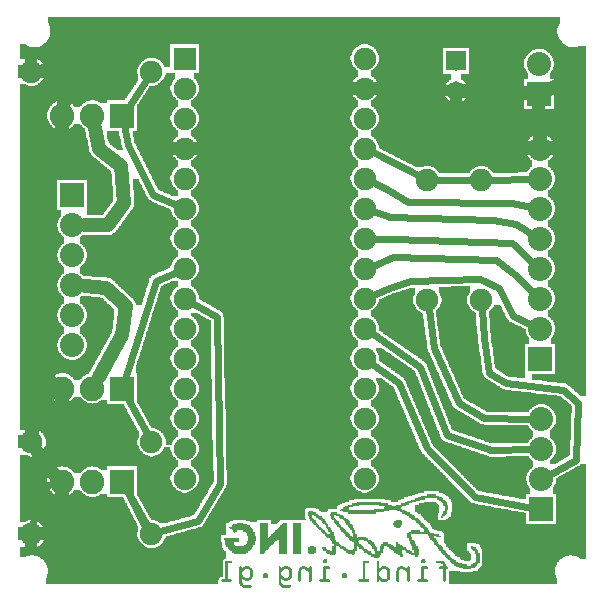
<source format=gbl>
G04 MADE WITH FRITZING*
G04 WWW.FRITZING.ORG*
G04 DOUBLE SIDED*
G04 HOLES PLATED*
G04 CONTOUR ON CENTER OF CONTOUR VECTOR*
%ASAXBY*%
%FSLAX23Y23*%
%MOIN*%
%OFA0B0*%
%SFA1.0B1.0*%
%ADD10C,0.075000*%
%ADD11C,0.080000*%
%ADD12C,0.082000*%
%ADD13C,0.065000*%
%ADD14R,0.075000X0.075000*%
%ADD15R,0.080000X0.080000*%
%ADD16R,0.082000X0.082000*%
%ADD17C,0.024000*%
%ADD18C,0.048000*%
%ADD19R,0.001000X0.001000*%
%LNCOPPER0*%
G90*
G70*
G54D10*
X494Y1640D03*
X470Y1252D03*
X498Y822D03*
X1505Y923D03*
X1291Y949D03*
X1661Y847D03*
X1605Y404D03*
X1229Y1879D03*
X590Y1792D03*
X1190Y1792D03*
X590Y1692D03*
X1190Y1692D03*
X590Y1592D03*
X1190Y1592D03*
X590Y1492D03*
X1190Y1492D03*
X590Y1392D03*
X1190Y1392D03*
X590Y1292D03*
X1190Y1292D03*
X590Y1192D03*
X1190Y1192D03*
X590Y1092D03*
X1190Y1092D03*
X590Y992D03*
X1190Y992D03*
X590Y892D03*
X1190Y892D03*
X590Y792D03*
X1190Y792D03*
X590Y692D03*
X1190Y692D03*
X590Y592D03*
X1190Y592D03*
X590Y492D03*
X1190Y492D03*
X590Y392D03*
X1190Y392D03*
G54D11*
X214Y1336D03*
X214Y1236D03*
X214Y1136D03*
X214Y1036D03*
X214Y936D03*
X214Y836D03*
X1775Y791D03*
X1775Y891D03*
X1775Y991D03*
X1775Y1091D03*
X1775Y1191D03*
X1775Y1291D03*
X1775Y1391D03*
X1775Y1491D03*
X1778Y290D03*
X1778Y390D03*
X1778Y490D03*
X1778Y590D03*
X1771Y1674D03*
X1771Y1774D03*
G54D10*
X479Y1747D03*
X79Y1747D03*
X479Y513D03*
X79Y513D03*
X479Y206D03*
X79Y206D03*
X1578Y1386D03*
X1578Y986D03*
X1399Y1386D03*
X1399Y986D03*
G54D12*
X382Y1601D03*
X282Y1601D03*
X182Y1601D03*
X382Y692D03*
X282Y692D03*
X182Y692D03*
X382Y381D03*
X282Y381D03*
X182Y381D03*
G54D13*
X1495Y1784D03*
X1495Y1684D03*
G54D14*
X590Y1792D03*
G54D15*
X214Y1336D03*
X1775Y791D03*
X1778Y290D03*
X1771Y1674D03*
G54D16*
X382Y1601D03*
X382Y692D03*
X382Y381D03*
G54D17*
X1662Y709D02*
X1852Y687D01*
D02*
X1852Y687D02*
X1902Y644D01*
D02*
X1605Y745D02*
X1662Y709D01*
D02*
X1894Y454D02*
X1805Y405D01*
D02*
X1902Y644D02*
X1894Y454D01*
D02*
X1588Y860D02*
X1605Y745D01*
D02*
X1580Y958D02*
X1588Y860D01*
G54D18*
D02*
X80Y648D02*
X80Y552D01*
D02*
X142Y675D02*
X80Y648D01*
G54D17*
D02*
X97Y364D02*
X83Y234D01*
D02*
X150Y375D02*
X97Y364D01*
G54D18*
D02*
X118Y448D02*
X100Y478D01*
D02*
X152Y412D02*
X118Y448D01*
D02*
X389Y1312D02*
X335Y1237D01*
D02*
X305Y1492D02*
X376Y1433D01*
D02*
X376Y1433D02*
X389Y1312D01*
D02*
X335Y1237D02*
X257Y1236D01*
D02*
X291Y1559D02*
X305Y1492D01*
D02*
X381Y870D02*
X303Y730D01*
D02*
X393Y966D02*
X381Y870D01*
D02*
X326Y1028D02*
X393Y966D01*
D02*
X257Y1033D02*
X326Y1028D01*
G54D17*
D02*
X398Y353D02*
X466Y231D01*
D02*
X697Y931D02*
X708Y374D01*
D02*
X708Y374D02*
X634Y250D01*
D02*
X634Y250D02*
X472Y206D01*
D02*
X472Y206D02*
X397Y352D01*
D02*
X615Y978D02*
X697Y931D01*
D02*
X397Y664D02*
X466Y538D01*
D02*
X493Y1049D02*
X564Y1080D01*
D02*
X392Y723D02*
X493Y1049D01*
D02*
X400Y1628D02*
X464Y1723D01*
D02*
X401Y1504D02*
X485Y1337D01*
D02*
X485Y1337D02*
X564Y1303D01*
D02*
X388Y1570D02*
X401Y1504D01*
D02*
X1549Y1386D02*
X1427Y1386D01*
D02*
X1373Y1399D02*
X1216Y1479D01*
D02*
X1588Y593D02*
X1747Y590D01*
D02*
X1503Y643D02*
X1588Y593D01*
D02*
X1421Y828D02*
X1503Y643D01*
D02*
X1403Y958D02*
X1421Y828D01*
G54D18*
D02*
X1800Y1863D02*
X1858Y1801D01*
D02*
X1858Y1713D02*
X1809Y1691D01*
D02*
X201Y1755D02*
X255Y1880D01*
D02*
X255Y1880D02*
X1729Y1892D01*
D02*
X1729Y1892D02*
X1800Y1863D01*
D02*
X1858Y1801D02*
X1858Y1713D01*
D02*
X187Y1644D02*
X201Y1755D01*
D02*
X201Y1755D02*
X119Y1750D01*
D02*
X80Y749D02*
X144Y713D01*
D02*
X72Y1608D02*
X80Y749D01*
D02*
X201Y1759D02*
X72Y1608D01*
D02*
X1520Y1683D02*
X1740Y1676D01*
G54D17*
D02*
X1375Y764D02*
X1214Y876D01*
D02*
X1610Y486D02*
X1464Y536D01*
D02*
X1747Y489D02*
X1610Y486D01*
D02*
X1464Y536D02*
X1375Y764D01*
D02*
X1303Y711D02*
X1396Y494D01*
D02*
X1556Y330D02*
X1748Y295D01*
D02*
X1396Y494D02*
X1556Y330D01*
D02*
X1213Y775D02*
X1303Y711D01*
D02*
X1744Y1391D02*
X1607Y1387D01*
D02*
X1681Y1310D02*
X1744Y1297D01*
D02*
X1275Y1352D02*
X1333Y1313D01*
D02*
X1333Y1313D02*
X1681Y1310D01*
D02*
X1216Y1380D02*
X1275Y1352D01*
D02*
X1217Y1283D02*
X1275Y1263D01*
D02*
X1617Y1255D02*
X1694Y1241D01*
D02*
X1275Y1263D02*
X1617Y1255D01*
D02*
X1694Y1241D02*
X1748Y1208D01*
D02*
X1286Y1192D02*
X1681Y1177D01*
D02*
X1681Y1177D02*
X1752Y1112D01*
D02*
X1219Y1192D02*
X1286Y1192D01*
D02*
X1684Y1076D02*
X1752Y1013D01*
D02*
X1217Y1102D02*
X1285Y1129D01*
D02*
X1285Y1129D02*
X1627Y1120D01*
D02*
X1627Y1120D02*
X1684Y1076D01*
D02*
X1684Y934D02*
X1747Y905D01*
D02*
X1280Y1030D02*
X1343Y1050D01*
D02*
X1636Y1028D02*
X1684Y934D01*
D02*
X1343Y1050D02*
X1575Y1056D01*
D02*
X1575Y1056D02*
X1636Y1028D01*
D02*
X1216Y1003D02*
X1280Y1030D01*
G36*
X526Y1745D02*
X526Y1737D01*
X524Y1737D01*
X524Y1731D01*
X522Y1731D01*
X522Y1727D01*
X520Y1727D01*
X520Y1723D01*
X518Y1723D01*
X518Y1721D01*
X516Y1721D01*
X516Y1719D01*
X514Y1719D01*
X514Y1717D01*
X512Y1717D01*
X512Y1715D01*
X510Y1715D01*
X510Y1713D01*
X508Y1713D01*
X508Y1711D01*
X506Y1711D01*
X506Y1709D01*
X502Y1709D01*
X502Y1707D01*
X500Y1707D01*
X500Y1705D01*
X496Y1705D01*
X496Y1703D01*
X490Y1703D01*
X490Y1701D01*
X474Y1701D01*
X474Y1699D01*
X472Y1699D01*
X472Y1695D01*
X470Y1695D01*
X470Y1693D01*
X468Y1693D01*
X468Y1689D01*
X466Y1689D01*
X466Y1687D01*
X464Y1687D01*
X464Y1683D01*
X462Y1683D01*
X462Y1681D01*
X460Y1681D01*
X460Y1677D01*
X458Y1677D01*
X458Y1675D01*
X456Y1675D01*
X456Y1671D01*
X454Y1671D01*
X454Y1669D01*
X452Y1669D01*
X452Y1665D01*
X450Y1665D01*
X450Y1663D01*
X448Y1663D01*
X448Y1659D01*
X446Y1659D01*
X446Y1657D01*
X444Y1657D01*
X444Y1653D01*
X442Y1653D01*
X442Y1651D01*
X440Y1651D01*
X440Y1647D01*
X438Y1647D01*
X438Y1645D01*
X436Y1645D01*
X436Y1641D01*
X434Y1641D01*
X434Y1639D01*
X432Y1639D01*
X432Y1551D01*
X418Y1551D01*
X418Y1529D01*
X420Y1529D01*
X420Y1519D01*
X422Y1519D01*
X422Y1511D01*
X424Y1511D01*
X424Y1507D01*
X426Y1507D01*
X426Y1503D01*
X428Y1503D01*
X428Y1499D01*
X430Y1499D01*
X430Y1495D01*
X432Y1495D01*
X432Y1491D01*
X434Y1491D01*
X434Y1487D01*
X436Y1487D01*
X436Y1483D01*
X438Y1483D01*
X438Y1479D01*
X440Y1479D01*
X440Y1475D01*
X442Y1475D01*
X442Y1471D01*
X444Y1471D01*
X444Y1467D01*
X446Y1467D01*
X446Y1463D01*
X448Y1463D01*
X448Y1459D01*
X450Y1459D01*
X450Y1455D01*
X452Y1455D01*
X452Y1451D01*
X454Y1451D01*
X454Y1447D01*
X456Y1447D01*
X456Y1443D01*
X458Y1443D01*
X458Y1439D01*
X460Y1439D01*
X460Y1435D01*
X462Y1435D01*
X462Y1431D01*
X464Y1431D01*
X464Y1427D01*
X466Y1427D01*
X466Y1423D01*
X468Y1423D01*
X468Y1419D01*
X470Y1419D01*
X470Y1415D01*
X472Y1415D01*
X472Y1411D01*
X474Y1411D01*
X474Y1407D01*
X476Y1407D01*
X476Y1403D01*
X478Y1403D01*
X478Y1399D01*
X480Y1399D01*
X480Y1395D01*
X482Y1395D01*
X482Y1391D01*
X484Y1391D01*
X484Y1387D01*
X486Y1387D01*
X486Y1383D01*
X488Y1383D01*
X488Y1379D01*
X490Y1379D01*
X490Y1375D01*
X492Y1375D01*
X492Y1371D01*
X494Y1371D01*
X494Y1367D01*
X496Y1367D01*
X496Y1363D01*
X498Y1363D01*
X498Y1359D01*
X500Y1359D01*
X500Y1355D01*
X502Y1355D01*
X502Y1353D01*
X508Y1353D01*
X508Y1351D01*
X512Y1351D01*
X512Y1349D01*
X516Y1349D01*
X516Y1347D01*
X522Y1347D01*
X522Y1345D01*
X526Y1345D01*
X526Y1343D01*
X530Y1343D01*
X530Y1341D01*
X536Y1341D01*
X536Y1339D01*
X540Y1339D01*
X540Y1337D01*
X544Y1337D01*
X544Y1335D01*
X568Y1335D01*
X568Y1353D01*
X564Y1353D01*
X564Y1355D01*
X562Y1355D01*
X562Y1357D01*
X560Y1357D01*
X560Y1359D01*
X558Y1359D01*
X558Y1361D01*
X556Y1361D01*
X556Y1363D01*
X554Y1363D01*
X554Y1365D01*
X552Y1365D01*
X552Y1367D01*
X550Y1367D01*
X550Y1371D01*
X548Y1371D01*
X548Y1375D01*
X546Y1375D01*
X546Y1379D01*
X544Y1379D01*
X544Y1387D01*
X542Y1387D01*
X542Y1399D01*
X544Y1399D01*
X544Y1405D01*
X546Y1405D01*
X546Y1411D01*
X548Y1411D01*
X548Y1413D01*
X550Y1413D01*
X550Y1417D01*
X552Y1417D01*
X552Y1419D01*
X554Y1419D01*
X554Y1423D01*
X556Y1423D01*
X556Y1425D01*
X558Y1425D01*
X558Y1427D01*
X560Y1427D01*
X560Y1429D01*
X564Y1429D01*
X564Y1431D01*
X566Y1431D01*
X566Y1433D01*
X568Y1433D01*
X568Y1453D01*
X564Y1453D01*
X564Y1455D01*
X562Y1455D01*
X562Y1457D01*
X560Y1457D01*
X560Y1459D01*
X558Y1459D01*
X558Y1461D01*
X556Y1461D01*
X556Y1463D01*
X554Y1463D01*
X554Y1465D01*
X552Y1465D01*
X552Y1467D01*
X550Y1467D01*
X550Y1471D01*
X548Y1471D01*
X548Y1475D01*
X546Y1475D01*
X546Y1479D01*
X544Y1479D01*
X544Y1487D01*
X542Y1487D01*
X542Y1499D01*
X544Y1499D01*
X544Y1505D01*
X546Y1505D01*
X546Y1511D01*
X548Y1511D01*
X548Y1513D01*
X550Y1513D01*
X550Y1517D01*
X552Y1517D01*
X552Y1519D01*
X554Y1519D01*
X554Y1523D01*
X556Y1523D01*
X556Y1525D01*
X558Y1525D01*
X558Y1527D01*
X560Y1527D01*
X560Y1529D01*
X564Y1529D01*
X564Y1531D01*
X566Y1531D01*
X566Y1533D01*
X568Y1533D01*
X568Y1553D01*
X564Y1553D01*
X564Y1555D01*
X562Y1555D01*
X562Y1557D01*
X560Y1557D01*
X560Y1559D01*
X558Y1559D01*
X558Y1561D01*
X556Y1561D01*
X556Y1563D01*
X554Y1563D01*
X554Y1565D01*
X552Y1565D01*
X552Y1567D01*
X550Y1567D01*
X550Y1571D01*
X548Y1571D01*
X548Y1575D01*
X546Y1575D01*
X546Y1579D01*
X544Y1579D01*
X544Y1587D01*
X542Y1587D01*
X542Y1599D01*
X544Y1599D01*
X544Y1605D01*
X546Y1605D01*
X546Y1611D01*
X548Y1611D01*
X548Y1613D01*
X550Y1613D01*
X550Y1617D01*
X552Y1617D01*
X552Y1619D01*
X554Y1619D01*
X554Y1623D01*
X556Y1623D01*
X556Y1625D01*
X558Y1625D01*
X558Y1627D01*
X560Y1627D01*
X560Y1629D01*
X564Y1629D01*
X564Y1631D01*
X566Y1631D01*
X566Y1633D01*
X568Y1633D01*
X568Y1653D01*
X564Y1653D01*
X564Y1655D01*
X562Y1655D01*
X562Y1657D01*
X560Y1657D01*
X560Y1659D01*
X558Y1659D01*
X558Y1661D01*
X556Y1661D01*
X556Y1663D01*
X554Y1663D01*
X554Y1665D01*
X552Y1665D01*
X552Y1667D01*
X550Y1667D01*
X550Y1671D01*
X548Y1671D01*
X548Y1675D01*
X546Y1675D01*
X546Y1679D01*
X544Y1679D01*
X544Y1687D01*
X542Y1687D01*
X542Y1699D01*
X544Y1699D01*
X544Y1705D01*
X546Y1705D01*
X546Y1711D01*
X548Y1711D01*
X548Y1713D01*
X550Y1713D01*
X550Y1717D01*
X552Y1717D01*
X552Y1719D01*
X554Y1719D01*
X554Y1723D01*
X556Y1723D01*
X556Y1725D01*
X558Y1725D01*
X558Y1745D01*
X526Y1745D01*
G37*
D02*
G36*
X332Y1551D02*
X332Y1525D01*
X334Y1525D01*
X334Y1517D01*
X336Y1517D01*
X336Y1511D01*
X338Y1511D01*
X338Y1509D01*
X340Y1509D01*
X340Y1507D01*
X342Y1507D01*
X342Y1505D01*
X344Y1505D01*
X344Y1503D01*
X346Y1503D01*
X346Y1501D01*
X350Y1501D01*
X350Y1499D01*
X352Y1499D01*
X352Y1497D01*
X354Y1497D01*
X354Y1495D01*
X356Y1495D01*
X356Y1493D01*
X360Y1493D01*
X360Y1491D01*
X362Y1491D01*
X362Y1489D01*
X364Y1489D01*
X364Y1487D01*
X384Y1487D01*
X384Y1493D01*
X382Y1493D01*
X382Y1497D01*
X380Y1497D01*
X380Y1505D01*
X378Y1505D01*
X378Y1515D01*
X376Y1515D01*
X376Y1525D01*
X374Y1525D01*
X374Y1535D01*
X372Y1535D01*
X372Y1545D01*
X370Y1545D01*
X370Y1551D01*
X332Y1551D01*
G37*
D02*
G36*
X416Y1389D02*
X416Y1371D01*
X418Y1371D01*
X418Y1353D01*
X420Y1353D01*
X420Y1333D01*
X422Y1333D01*
X422Y1301D01*
X420Y1301D01*
X420Y1297D01*
X418Y1297D01*
X418Y1293D01*
X416Y1293D01*
X416Y1291D01*
X414Y1291D01*
X414Y1287D01*
X412Y1287D01*
X412Y1285D01*
X410Y1285D01*
X410Y1283D01*
X408Y1283D01*
X408Y1279D01*
X406Y1279D01*
X406Y1277D01*
X404Y1277D01*
X404Y1275D01*
X402Y1275D01*
X402Y1271D01*
X400Y1271D01*
X400Y1269D01*
X398Y1269D01*
X398Y1265D01*
X396Y1265D01*
X396Y1263D01*
X394Y1263D01*
X394Y1261D01*
X392Y1261D01*
X392Y1257D01*
X390Y1257D01*
X390Y1255D01*
X388Y1255D01*
X388Y1251D01*
X386Y1251D01*
X386Y1249D01*
X384Y1249D01*
X384Y1247D01*
X382Y1247D01*
X382Y1243D01*
X380Y1243D01*
X380Y1241D01*
X378Y1241D01*
X378Y1239D01*
X376Y1239D01*
X376Y1235D01*
X374Y1235D01*
X374Y1233D01*
X372Y1233D01*
X372Y1229D01*
X370Y1229D01*
X370Y1227D01*
X368Y1227D01*
X368Y1225D01*
X366Y1225D01*
X366Y1221D01*
X364Y1221D01*
X364Y1219D01*
X362Y1219D01*
X362Y1217D01*
X360Y1217D01*
X360Y1213D01*
X358Y1213D01*
X358Y1211D01*
X354Y1211D01*
X354Y1209D01*
X352Y1209D01*
X352Y1207D01*
X348Y1207D01*
X348Y1205D01*
X340Y1205D01*
X340Y1203D01*
X248Y1203D01*
X248Y1201D01*
X246Y1201D01*
X246Y1199D01*
X244Y1199D01*
X244Y1197D01*
X242Y1197D01*
X242Y1175D01*
X244Y1175D01*
X244Y1173D01*
X248Y1173D01*
X248Y1171D01*
X250Y1171D01*
X250Y1169D01*
X252Y1169D01*
X252Y1165D01*
X254Y1165D01*
X254Y1163D01*
X256Y1163D01*
X256Y1159D01*
X258Y1159D01*
X258Y1157D01*
X260Y1157D01*
X260Y1153D01*
X262Y1153D01*
X262Y1147D01*
X264Y1147D01*
X264Y1127D01*
X262Y1127D01*
X262Y1121D01*
X260Y1121D01*
X260Y1117D01*
X258Y1117D01*
X258Y1113D01*
X256Y1113D01*
X256Y1109D01*
X254Y1109D01*
X254Y1107D01*
X252Y1107D01*
X252Y1105D01*
X250Y1105D01*
X250Y1103D01*
X248Y1103D01*
X248Y1101D01*
X246Y1101D01*
X246Y1099D01*
X244Y1099D01*
X244Y1097D01*
X242Y1097D01*
X242Y1075D01*
X244Y1075D01*
X244Y1073D01*
X248Y1073D01*
X248Y1071D01*
X250Y1071D01*
X250Y1069D01*
X252Y1069D01*
X252Y1067D01*
X280Y1067D01*
X280Y1065D01*
X310Y1065D01*
X310Y1063D01*
X332Y1063D01*
X332Y1061D01*
X340Y1061D01*
X340Y1059D01*
X344Y1059D01*
X344Y1057D01*
X346Y1057D01*
X346Y1055D01*
X348Y1055D01*
X348Y1053D01*
X352Y1053D01*
X352Y1051D01*
X354Y1051D01*
X354Y1049D01*
X356Y1049D01*
X356Y1047D01*
X358Y1047D01*
X358Y1045D01*
X360Y1045D01*
X360Y1043D01*
X362Y1043D01*
X362Y1041D01*
X364Y1041D01*
X364Y1039D01*
X366Y1039D01*
X366Y1037D01*
X368Y1037D01*
X368Y1035D01*
X370Y1035D01*
X370Y1033D01*
X372Y1033D01*
X372Y1031D01*
X374Y1031D01*
X374Y1029D01*
X376Y1029D01*
X376Y1027D01*
X378Y1027D01*
X378Y1025D01*
X382Y1025D01*
X382Y1023D01*
X384Y1023D01*
X384Y1021D01*
X386Y1021D01*
X386Y1019D01*
X388Y1019D01*
X388Y1017D01*
X390Y1017D01*
X390Y1015D01*
X392Y1015D01*
X392Y1013D01*
X394Y1013D01*
X394Y1011D01*
X396Y1011D01*
X396Y1009D01*
X398Y1009D01*
X398Y1007D01*
X400Y1007D01*
X400Y1005D01*
X402Y1005D01*
X402Y1003D01*
X404Y1003D01*
X404Y1001D01*
X406Y1001D01*
X406Y999D01*
X408Y999D01*
X408Y997D01*
X410Y997D01*
X410Y995D01*
X414Y995D01*
X414Y993D01*
X416Y993D01*
X416Y991D01*
X418Y991D01*
X418Y987D01*
X420Y987D01*
X420Y985D01*
X422Y985D01*
X422Y983D01*
X424Y983D01*
X424Y977D01*
X426Y977D01*
X426Y969D01*
X446Y969D01*
X446Y975D01*
X448Y975D01*
X448Y981D01*
X450Y981D01*
X450Y989D01*
X452Y989D01*
X452Y995D01*
X454Y995D01*
X454Y1001D01*
X456Y1001D01*
X456Y1007D01*
X458Y1007D01*
X458Y1013D01*
X460Y1013D01*
X460Y1021D01*
X462Y1021D01*
X462Y1027D01*
X464Y1027D01*
X464Y1033D01*
X466Y1033D01*
X466Y1039D01*
X468Y1039D01*
X468Y1045D01*
X470Y1045D01*
X470Y1053D01*
X472Y1053D01*
X472Y1059D01*
X474Y1059D01*
X474Y1061D01*
X476Y1061D01*
X476Y1065D01*
X478Y1065D01*
X478Y1067D01*
X482Y1067D01*
X482Y1069D01*
X484Y1069D01*
X484Y1071D01*
X490Y1071D01*
X490Y1073D01*
X494Y1073D01*
X494Y1075D01*
X498Y1075D01*
X498Y1077D01*
X502Y1077D01*
X502Y1079D01*
X508Y1079D01*
X508Y1081D01*
X512Y1081D01*
X512Y1083D01*
X516Y1083D01*
X516Y1085D01*
X522Y1085D01*
X522Y1087D01*
X526Y1087D01*
X526Y1089D01*
X530Y1089D01*
X530Y1091D01*
X534Y1091D01*
X534Y1093D01*
X540Y1093D01*
X540Y1095D01*
X542Y1095D01*
X542Y1099D01*
X544Y1099D01*
X544Y1105D01*
X546Y1105D01*
X546Y1111D01*
X548Y1111D01*
X548Y1113D01*
X550Y1113D01*
X550Y1117D01*
X552Y1117D01*
X552Y1119D01*
X554Y1119D01*
X554Y1123D01*
X556Y1123D01*
X556Y1125D01*
X558Y1125D01*
X558Y1127D01*
X560Y1127D01*
X560Y1129D01*
X564Y1129D01*
X564Y1131D01*
X566Y1131D01*
X566Y1133D01*
X568Y1133D01*
X568Y1153D01*
X564Y1153D01*
X564Y1155D01*
X562Y1155D01*
X562Y1157D01*
X560Y1157D01*
X560Y1159D01*
X558Y1159D01*
X558Y1161D01*
X556Y1161D01*
X556Y1163D01*
X554Y1163D01*
X554Y1165D01*
X552Y1165D01*
X552Y1167D01*
X550Y1167D01*
X550Y1171D01*
X548Y1171D01*
X548Y1175D01*
X546Y1175D01*
X546Y1179D01*
X544Y1179D01*
X544Y1187D01*
X542Y1187D01*
X542Y1199D01*
X544Y1199D01*
X544Y1205D01*
X546Y1205D01*
X546Y1211D01*
X548Y1211D01*
X548Y1213D01*
X550Y1213D01*
X550Y1217D01*
X552Y1217D01*
X552Y1219D01*
X554Y1219D01*
X554Y1223D01*
X556Y1223D01*
X556Y1225D01*
X558Y1225D01*
X558Y1227D01*
X560Y1227D01*
X560Y1229D01*
X564Y1229D01*
X564Y1231D01*
X566Y1231D01*
X566Y1233D01*
X568Y1233D01*
X568Y1253D01*
X564Y1253D01*
X564Y1255D01*
X562Y1255D01*
X562Y1257D01*
X560Y1257D01*
X560Y1259D01*
X558Y1259D01*
X558Y1261D01*
X556Y1261D01*
X556Y1263D01*
X554Y1263D01*
X554Y1265D01*
X552Y1265D01*
X552Y1267D01*
X550Y1267D01*
X550Y1271D01*
X548Y1271D01*
X548Y1275D01*
X546Y1275D01*
X546Y1279D01*
X544Y1279D01*
X544Y1287D01*
X542Y1287D01*
X542Y1289D01*
X540Y1289D01*
X540Y1291D01*
X536Y1291D01*
X536Y1293D01*
X530Y1293D01*
X530Y1295D01*
X526Y1295D01*
X526Y1297D01*
X522Y1297D01*
X522Y1299D01*
X516Y1299D01*
X516Y1301D01*
X512Y1301D01*
X512Y1303D01*
X508Y1303D01*
X508Y1305D01*
X502Y1305D01*
X502Y1307D01*
X498Y1307D01*
X498Y1309D01*
X494Y1309D01*
X494Y1311D01*
X488Y1311D01*
X488Y1313D01*
X484Y1313D01*
X484Y1315D01*
X480Y1315D01*
X480Y1317D01*
X476Y1317D01*
X476Y1319D01*
X472Y1319D01*
X472Y1321D01*
X470Y1321D01*
X470Y1323D01*
X468Y1323D01*
X468Y1325D01*
X466Y1325D01*
X466Y1329D01*
X464Y1329D01*
X464Y1333D01*
X462Y1333D01*
X462Y1337D01*
X460Y1337D01*
X460Y1341D01*
X458Y1341D01*
X458Y1345D01*
X456Y1345D01*
X456Y1349D01*
X454Y1349D01*
X454Y1353D01*
X452Y1353D01*
X452Y1357D01*
X450Y1357D01*
X450Y1361D01*
X448Y1361D01*
X448Y1365D01*
X446Y1365D01*
X446Y1369D01*
X444Y1369D01*
X444Y1373D01*
X442Y1373D01*
X442Y1377D01*
X440Y1377D01*
X440Y1381D01*
X438Y1381D01*
X438Y1385D01*
X436Y1385D01*
X436Y1389D01*
X416Y1389D01*
G37*
D02*
G36*
X548Y1051D02*
X548Y1049D01*
X544Y1049D01*
X544Y1047D01*
X540Y1047D01*
X540Y1045D01*
X534Y1045D01*
X534Y1043D01*
X530Y1043D01*
X530Y1041D01*
X526Y1041D01*
X526Y1039D01*
X522Y1039D01*
X522Y1037D01*
X516Y1037D01*
X516Y1035D01*
X512Y1035D01*
X512Y1033D01*
X510Y1033D01*
X510Y1027D01*
X508Y1027D01*
X508Y1019D01*
X506Y1019D01*
X506Y1013D01*
X504Y1013D01*
X504Y1007D01*
X502Y1007D01*
X502Y1001D01*
X500Y1001D01*
X500Y995D01*
X498Y995D01*
X498Y987D01*
X496Y987D01*
X496Y981D01*
X494Y981D01*
X494Y975D01*
X492Y975D01*
X492Y969D01*
X490Y969D01*
X490Y963D01*
X488Y963D01*
X488Y955D01*
X486Y955D01*
X486Y949D01*
X484Y949D01*
X484Y943D01*
X482Y943D01*
X482Y937D01*
X480Y937D01*
X480Y931D01*
X478Y931D01*
X478Y923D01*
X476Y923D01*
X476Y917D01*
X474Y917D01*
X474Y911D01*
X472Y911D01*
X472Y905D01*
X470Y905D01*
X470Y897D01*
X468Y897D01*
X468Y891D01*
X466Y891D01*
X466Y885D01*
X464Y885D01*
X464Y879D01*
X462Y879D01*
X462Y873D01*
X460Y873D01*
X460Y865D01*
X458Y865D01*
X458Y859D01*
X456Y859D01*
X456Y853D01*
X454Y853D01*
X454Y847D01*
X452Y847D01*
X452Y841D01*
X450Y841D01*
X450Y833D01*
X448Y833D01*
X448Y827D01*
X446Y827D01*
X446Y821D01*
X444Y821D01*
X444Y815D01*
X442Y815D01*
X442Y809D01*
X440Y809D01*
X440Y801D01*
X438Y801D01*
X438Y795D01*
X436Y795D01*
X436Y789D01*
X434Y789D01*
X434Y783D01*
X432Y783D01*
X432Y777D01*
X430Y777D01*
X430Y769D01*
X428Y769D01*
X428Y763D01*
X426Y763D01*
X426Y743D01*
X432Y743D01*
X432Y645D01*
X434Y645D01*
X434Y641D01*
X436Y641D01*
X436Y637D01*
X438Y637D01*
X438Y633D01*
X440Y633D01*
X440Y631D01*
X442Y631D01*
X442Y627D01*
X444Y627D01*
X444Y623D01*
X446Y623D01*
X446Y619D01*
X448Y619D01*
X448Y615D01*
X450Y615D01*
X450Y611D01*
X452Y611D01*
X452Y609D01*
X454Y609D01*
X454Y605D01*
X456Y605D01*
X456Y601D01*
X458Y601D01*
X458Y597D01*
X460Y597D01*
X460Y593D01*
X462Y593D01*
X462Y589D01*
X464Y589D01*
X464Y585D01*
X466Y585D01*
X466Y583D01*
X468Y583D01*
X468Y579D01*
X470Y579D01*
X470Y575D01*
X472Y575D01*
X472Y571D01*
X474Y571D01*
X474Y567D01*
X476Y567D01*
X476Y563D01*
X478Y563D01*
X478Y561D01*
X486Y561D01*
X486Y559D01*
X492Y559D01*
X492Y557D01*
X498Y557D01*
X498Y555D01*
X500Y555D01*
X500Y553D01*
X504Y553D01*
X504Y551D01*
X506Y551D01*
X506Y549D01*
X510Y549D01*
X510Y547D01*
X512Y547D01*
X512Y545D01*
X514Y545D01*
X514Y543D01*
X516Y543D01*
X516Y539D01*
X518Y539D01*
X518Y537D01*
X520Y537D01*
X520Y533D01*
X522Y533D01*
X522Y529D01*
X524Y529D01*
X524Y525D01*
X526Y525D01*
X526Y505D01*
X546Y505D01*
X546Y511D01*
X548Y511D01*
X548Y513D01*
X550Y513D01*
X550Y517D01*
X552Y517D01*
X552Y519D01*
X554Y519D01*
X554Y523D01*
X556Y523D01*
X556Y525D01*
X558Y525D01*
X558Y527D01*
X560Y527D01*
X560Y529D01*
X564Y529D01*
X564Y531D01*
X566Y531D01*
X566Y533D01*
X568Y533D01*
X568Y553D01*
X564Y553D01*
X564Y555D01*
X562Y555D01*
X562Y557D01*
X560Y557D01*
X560Y559D01*
X558Y559D01*
X558Y561D01*
X556Y561D01*
X556Y563D01*
X554Y563D01*
X554Y565D01*
X552Y565D01*
X552Y567D01*
X550Y567D01*
X550Y571D01*
X548Y571D01*
X548Y575D01*
X546Y575D01*
X546Y579D01*
X544Y579D01*
X544Y587D01*
X542Y587D01*
X542Y599D01*
X544Y599D01*
X544Y605D01*
X546Y605D01*
X546Y611D01*
X548Y611D01*
X548Y613D01*
X550Y613D01*
X550Y617D01*
X552Y617D01*
X552Y619D01*
X554Y619D01*
X554Y623D01*
X556Y623D01*
X556Y625D01*
X558Y625D01*
X558Y627D01*
X560Y627D01*
X560Y629D01*
X564Y629D01*
X564Y631D01*
X566Y631D01*
X566Y633D01*
X568Y633D01*
X568Y653D01*
X564Y653D01*
X564Y655D01*
X562Y655D01*
X562Y657D01*
X560Y657D01*
X560Y659D01*
X558Y659D01*
X558Y661D01*
X556Y661D01*
X556Y663D01*
X554Y663D01*
X554Y665D01*
X552Y665D01*
X552Y667D01*
X550Y667D01*
X550Y671D01*
X548Y671D01*
X548Y675D01*
X546Y675D01*
X546Y679D01*
X544Y679D01*
X544Y687D01*
X542Y687D01*
X542Y699D01*
X544Y699D01*
X544Y705D01*
X546Y705D01*
X546Y711D01*
X548Y711D01*
X548Y713D01*
X550Y713D01*
X550Y717D01*
X552Y717D01*
X552Y719D01*
X554Y719D01*
X554Y723D01*
X556Y723D01*
X556Y725D01*
X558Y725D01*
X558Y727D01*
X560Y727D01*
X560Y729D01*
X564Y729D01*
X564Y731D01*
X566Y731D01*
X566Y733D01*
X568Y733D01*
X568Y753D01*
X564Y753D01*
X564Y755D01*
X562Y755D01*
X562Y757D01*
X560Y757D01*
X560Y759D01*
X558Y759D01*
X558Y761D01*
X556Y761D01*
X556Y763D01*
X554Y763D01*
X554Y765D01*
X552Y765D01*
X552Y767D01*
X550Y767D01*
X550Y771D01*
X548Y771D01*
X548Y775D01*
X546Y775D01*
X546Y779D01*
X544Y779D01*
X544Y787D01*
X542Y787D01*
X542Y799D01*
X544Y799D01*
X544Y805D01*
X546Y805D01*
X546Y811D01*
X548Y811D01*
X548Y813D01*
X550Y813D01*
X550Y817D01*
X552Y817D01*
X552Y819D01*
X554Y819D01*
X554Y823D01*
X556Y823D01*
X556Y825D01*
X558Y825D01*
X558Y827D01*
X560Y827D01*
X560Y829D01*
X564Y829D01*
X564Y831D01*
X566Y831D01*
X566Y833D01*
X568Y833D01*
X568Y853D01*
X564Y853D01*
X564Y855D01*
X562Y855D01*
X562Y857D01*
X560Y857D01*
X560Y859D01*
X558Y859D01*
X558Y861D01*
X556Y861D01*
X556Y863D01*
X554Y863D01*
X554Y865D01*
X552Y865D01*
X552Y867D01*
X550Y867D01*
X550Y871D01*
X548Y871D01*
X548Y875D01*
X546Y875D01*
X546Y879D01*
X544Y879D01*
X544Y887D01*
X542Y887D01*
X542Y899D01*
X544Y899D01*
X544Y905D01*
X546Y905D01*
X546Y911D01*
X548Y911D01*
X548Y913D01*
X550Y913D01*
X550Y917D01*
X552Y917D01*
X552Y919D01*
X554Y919D01*
X554Y923D01*
X556Y923D01*
X556Y925D01*
X558Y925D01*
X558Y927D01*
X560Y927D01*
X560Y929D01*
X564Y929D01*
X564Y931D01*
X566Y931D01*
X566Y933D01*
X568Y933D01*
X568Y953D01*
X564Y953D01*
X564Y955D01*
X562Y955D01*
X562Y957D01*
X560Y957D01*
X560Y959D01*
X558Y959D01*
X558Y961D01*
X556Y961D01*
X556Y963D01*
X554Y963D01*
X554Y965D01*
X552Y965D01*
X552Y967D01*
X550Y967D01*
X550Y971D01*
X548Y971D01*
X548Y975D01*
X546Y975D01*
X546Y979D01*
X544Y979D01*
X544Y987D01*
X542Y987D01*
X542Y999D01*
X544Y999D01*
X544Y1005D01*
X546Y1005D01*
X546Y1011D01*
X548Y1011D01*
X548Y1013D01*
X550Y1013D01*
X550Y1017D01*
X552Y1017D01*
X552Y1019D01*
X554Y1019D01*
X554Y1023D01*
X556Y1023D01*
X556Y1025D01*
X558Y1025D01*
X558Y1027D01*
X560Y1027D01*
X560Y1029D01*
X564Y1029D01*
X564Y1031D01*
X566Y1031D01*
X566Y1033D01*
X568Y1033D01*
X568Y1051D01*
X548Y1051D01*
G37*
D02*
G36*
X1476Y1033D02*
X1476Y1031D01*
X1438Y1031D01*
X1438Y1009D01*
X1440Y1009D01*
X1440Y1005D01*
X1442Y1005D01*
X1442Y1001D01*
X1444Y1001D01*
X1444Y995D01*
X1446Y995D01*
X1446Y979D01*
X1444Y979D01*
X1444Y973D01*
X1442Y973D01*
X1442Y967D01*
X1440Y967D01*
X1440Y965D01*
X1438Y965D01*
X1438Y961D01*
X1436Y961D01*
X1436Y959D01*
X1434Y959D01*
X1434Y957D01*
X1432Y957D01*
X1432Y955D01*
X1430Y955D01*
X1430Y953D01*
X1428Y953D01*
X1428Y929D01*
X1430Y929D01*
X1430Y915D01*
X1432Y915D01*
X1432Y901D01*
X1434Y901D01*
X1434Y885D01*
X1436Y885D01*
X1436Y871D01*
X1438Y871D01*
X1438Y857D01*
X1440Y857D01*
X1440Y843D01*
X1442Y843D01*
X1442Y833D01*
X1444Y833D01*
X1444Y829D01*
X1446Y829D01*
X1446Y823D01*
X1448Y823D01*
X1448Y819D01*
X1450Y819D01*
X1450Y815D01*
X1452Y815D01*
X1452Y811D01*
X1454Y811D01*
X1454Y805D01*
X1456Y805D01*
X1456Y801D01*
X1458Y801D01*
X1458Y797D01*
X1460Y797D01*
X1460Y793D01*
X1462Y793D01*
X1462Y787D01*
X1464Y787D01*
X1464Y783D01*
X1466Y783D01*
X1466Y779D01*
X1468Y779D01*
X1468Y775D01*
X1470Y775D01*
X1470Y769D01*
X1472Y769D01*
X1472Y765D01*
X1474Y765D01*
X1474Y761D01*
X1476Y761D01*
X1476Y757D01*
X1478Y757D01*
X1478Y751D01*
X1480Y751D01*
X1480Y747D01*
X1482Y747D01*
X1482Y743D01*
X1484Y743D01*
X1484Y739D01*
X1486Y739D01*
X1486Y733D01*
X1488Y733D01*
X1488Y729D01*
X1490Y729D01*
X1490Y725D01*
X1492Y725D01*
X1492Y719D01*
X1494Y719D01*
X1494Y715D01*
X1496Y715D01*
X1496Y711D01*
X1498Y711D01*
X1498Y707D01*
X1500Y707D01*
X1500Y701D01*
X1502Y701D01*
X1502Y697D01*
X1504Y697D01*
X1504Y693D01*
X1506Y693D01*
X1506Y689D01*
X1508Y689D01*
X1508Y683D01*
X1510Y683D01*
X1510Y679D01*
X1512Y679D01*
X1512Y675D01*
X1514Y675D01*
X1514Y671D01*
X1516Y671D01*
X1516Y665D01*
X1518Y665D01*
X1518Y661D01*
X1520Y661D01*
X1520Y659D01*
X1522Y659D01*
X1522Y657D01*
X1526Y657D01*
X1526Y655D01*
X1528Y655D01*
X1528Y653D01*
X1532Y653D01*
X1532Y651D01*
X1536Y651D01*
X1536Y649D01*
X1538Y649D01*
X1538Y647D01*
X1542Y647D01*
X1542Y645D01*
X1546Y645D01*
X1546Y643D01*
X1550Y643D01*
X1550Y641D01*
X1782Y641D01*
X1782Y639D01*
X1792Y639D01*
X1792Y637D01*
X1796Y637D01*
X1796Y635D01*
X1800Y635D01*
X1800Y633D01*
X1804Y633D01*
X1804Y631D01*
X1806Y631D01*
X1806Y629D01*
X1808Y629D01*
X1808Y627D01*
X1810Y627D01*
X1810Y625D01*
X1812Y625D01*
X1812Y623D01*
X1814Y623D01*
X1814Y621D01*
X1816Y621D01*
X1816Y619D01*
X1818Y619D01*
X1818Y617D01*
X1820Y617D01*
X1820Y613D01*
X1822Y613D01*
X1822Y609D01*
X1824Y609D01*
X1824Y605D01*
X1826Y605D01*
X1826Y599D01*
X1828Y599D01*
X1828Y581D01*
X1826Y581D01*
X1826Y575D01*
X1824Y575D01*
X1824Y571D01*
X1822Y571D01*
X1822Y567D01*
X1820Y567D01*
X1820Y563D01*
X1818Y563D01*
X1818Y561D01*
X1816Y561D01*
X1816Y559D01*
X1814Y559D01*
X1814Y557D01*
X1812Y557D01*
X1812Y555D01*
X1810Y555D01*
X1810Y553D01*
X1808Y553D01*
X1808Y551D01*
X1806Y551D01*
X1806Y529D01*
X1808Y529D01*
X1808Y527D01*
X1810Y527D01*
X1810Y525D01*
X1812Y525D01*
X1812Y523D01*
X1814Y523D01*
X1814Y521D01*
X1816Y521D01*
X1816Y519D01*
X1818Y519D01*
X1818Y517D01*
X1820Y517D01*
X1820Y513D01*
X1822Y513D01*
X1822Y509D01*
X1824Y509D01*
X1824Y505D01*
X1826Y505D01*
X1826Y499D01*
X1828Y499D01*
X1828Y481D01*
X1826Y481D01*
X1826Y475D01*
X1824Y475D01*
X1824Y471D01*
X1822Y471D01*
X1822Y467D01*
X1820Y467D01*
X1820Y463D01*
X1818Y463D01*
X1818Y461D01*
X1816Y461D01*
X1816Y459D01*
X1814Y459D01*
X1814Y457D01*
X1812Y457D01*
X1812Y455D01*
X1810Y455D01*
X1810Y453D01*
X1808Y453D01*
X1808Y451D01*
X1806Y451D01*
X1806Y441D01*
X1826Y441D01*
X1826Y443D01*
X1830Y443D01*
X1830Y445D01*
X1834Y445D01*
X1834Y447D01*
X1836Y447D01*
X1836Y449D01*
X1840Y449D01*
X1840Y451D01*
X1844Y451D01*
X1844Y453D01*
X1848Y453D01*
X1848Y455D01*
X1852Y455D01*
X1852Y457D01*
X1854Y457D01*
X1854Y459D01*
X1858Y459D01*
X1858Y461D01*
X1862Y461D01*
X1862Y463D01*
X1866Y463D01*
X1866Y465D01*
X1868Y465D01*
X1868Y467D01*
X1872Y467D01*
X1872Y471D01*
X1874Y471D01*
X1874Y519D01*
X1876Y519D01*
X1876Y565D01*
X1878Y565D01*
X1878Y611D01*
X1880Y611D01*
X1880Y635D01*
X1878Y635D01*
X1878Y637D01*
X1876Y637D01*
X1876Y639D01*
X1874Y639D01*
X1874Y641D01*
X1872Y641D01*
X1872Y643D01*
X1868Y643D01*
X1868Y645D01*
X1866Y645D01*
X1866Y647D01*
X1864Y647D01*
X1864Y649D01*
X1862Y649D01*
X1862Y651D01*
X1860Y651D01*
X1860Y653D01*
X1858Y653D01*
X1858Y655D01*
X1854Y655D01*
X1854Y657D01*
X1852Y657D01*
X1852Y659D01*
X1850Y659D01*
X1850Y661D01*
X1848Y661D01*
X1848Y663D01*
X1846Y663D01*
X1846Y665D01*
X1844Y665D01*
X1844Y667D01*
X1830Y667D01*
X1830Y669D01*
X1812Y669D01*
X1812Y671D01*
X1796Y671D01*
X1796Y673D01*
X1778Y673D01*
X1778Y675D01*
X1762Y675D01*
X1762Y677D01*
X1744Y677D01*
X1744Y679D01*
X1726Y679D01*
X1726Y681D01*
X1710Y681D01*
X1710Y683D01*
X1692Y683D01*
X1692Y685D01*
X1676Y685D01*
X1676Y687D01*
X1658Y687D01*
X1658Y689D01*
X1652Y689D01*
X1652Y691D01*
X1648Y691D01*
X1648Y693D01*
X1646Y693D01*
X1646Y695D01*
X1642Y695D01*
X1642Y697D01*
X1640Y697D01*
X1640Y699D01*
X1636Y699D01*
X1636Y701D01*
X1632Y701D01*
X1632Y703D01*
X1630Y703D01*
X1630Y705D01*
X1626Y705D01*
X1626Y707D01*
X1624Y707D01*
X1624Y709D01*
X1620Y709D01*
X1620Y711D01*
X1616Y711D01*
X1616Y713D01*
X1614Y713D01*
X1614Y715D01*
X1610Y715D01*
X1610Y717D01*
X1608Y717D01*
X1608Y719D01*
X1604Y719D01*
X1604Y721D01*
X1602Y721D01*
X1602Y723D01*
X1598Y723D01*
X1598Y725D01*
X1594Y725D01*
X1594Y727D01*
X1592Y727D01*
X1592Y729D01*
X1590Y729D01*
X1590Y731D01*
X1588Y731D01*
X1588Y733D01*
X1586Y733D01*
X1586Y737D01*
X1584Y737D01*
X1584Y743D01*
X1582Y743D01*
X1582Y757D01*
X1580Y757D01*
X1580Y771D01*
X1578Y771D01*
X1578Y785D01*
X1576Y785D01*
X1576Y799D01*
X1574Y799D01*
X1574Y813D01*
X1572Y813D01*
X1572Y825D01*
X1570Y825D01*
X1570Y839D01*
X1568Y839D01*
X1568Y853D01*
X1566Y853D01*
X1566Y875D01*
X1564Y875D01*
X1564Y899D01*
X1562Y899D01*
X1562Y925D01*
X1560Y925D01*
X1560Y945D01*
X1556Y945D01*
X1556Y947D01*
X1554Y947D01*
X1554Y949D01*
X1550Y949D01*
X1550Y951D01*
X1548Y951D01*
X1548Y953D01*
X1546Y953D01*
X1546Y955D01*
X1544Y955D01*
X1544Y957D01*
X1542Y957D01*
X1542Y959D01*
X1540Y959D01*
X1540Y963D01*
X1538Y963D01*
X1538Y965D01*
X1536Y965D01*
X1536Y969D01*
X1534Y969D01*
X1534Y975D01*
X1532Y975D01*
X1532Y981D01*
X1530Y981D01*
X1530Y993D01*
X1532Y993D01*
X1532Y999D01*
X1534Y999D01*
X1534Y1005D01*
X1536Y1005D01*
X1536Y1009D01*
X1538Y1009D01*
X1538Y1011D01*
X1540Y1011D01*
X1540Y1033D01*
X1476Y1033D01*
G37*
D02*
G36*
X1552Y641D02*
X1552Y639D01*
X1556Y639D01*
X1556Y637D01*
X1560Y637D01*
X1560Y635D01*
X1562Y635D01*
X1562Y633D01*
X1566Y633D01*
X1566Y631D01*
X1570Y631D01*
X1570Y629D01*
X1574Y629D01*
X1574Y627D01*
X1576Y627D01*
X1576Y625D01*
X1580Y625D01*
X1580Y623D01*
X1584Y623D01*
X1584Y621D01*
X1586Y621D01*
X1586Y619D01*
X1590Y619D01*
X1590Y617D01*
X1594Y617D01*
X1594Y615D01*
X1684Y615D01*
X1684Y613D01*
X1736Y613D01*
X1736Y617D01*
X1738Y617D01*
X1738Y619D01*
X1740Y619D01*
X1740Y621D01*
X1742Y621D01*
X1742Y623D01*
X1744Y623D01*
X1744Y625D01*
X1746Y625D01*
X1746Y627D01*
X1748Y627D01*
X1748Y629D01*
X1750Y629D01*
X1750Y631D01*
X1754Y631D01*
X1754Y633D01*
X1756Y633D01*
X1756Y635D01*
X1760Y635D01*
X1760Y637D01*
X1766Y637D01*
X1766Y639D01*
X1774Y639D01*
X1774Y641D01*
X1552Y641D01*
G37*
D02*
G36*
X1338Y1027D02*
X1338Y1025D01*
X1332Y1025D01*
X1332Y1023D01*
X1326Y1023D01*
X1326Y1021D01*
X1320Y1021D01*
X1320Y1019D01*
X1314Y1019D01*
X1314Y1017D01*
X1306Y1017D01*
X1306Y1015D01*
X1300Y1015D01*
X1300Y1013D01*
X1294Y1013D01*
X1294Y1011D01*
X1288Y1011D01*
X1288Y1009D01*
X1282Y1009D01*
X1282Y1007D01*
X1278Y1007D01*
X1278Y1005D01*
X1274Y1005D01*
X1274Y1003D01*
X1268Y1003D01*
X1268Y1001D01*
X1264Y1001D01*
X1264Y999D01*
X1260Y999D01*
X1260Y997D01*
X1254Y997D01*
X1254Y995D01*
X1250Y995D01*
X1250Y993D01*
X1246Y993D01*
X1246Y991D01*
X1240Y991D01*
X1240Y989D01*
X1238Y989D01*
X1238Y987D01*
X1236Y987D01*
X1236Y979D01*
X1234Y979D01*
X1234Y975D01*
X1232Y975D01*
X1232Y971D01*
X1230Y971D01*
X1230Y967D01*
X1228Y967D01*
X1228Y965D01*
X1226Y965D01*
X1226Y963D01*
X1224Y963D01*
X1224Y961D01*
X1222Y961D01*
X1222Y959D01*
X1220Y959D01*
X1220Y957D01*
X1218Y957D01*
X1218Y955D01*
X1216Y955D01*
X1216Y953D01*
X1212Y953D01*
X1212Y933D01*
X1214Y933D01*
X1214Y931D01*
X1216Y931D01*
X1216Y929D01*
X1220Y929D01*
X1220Y927D01*
X1222Y927D01*
X1222Y925D01*
X1224Y925D01*
X1224Y923D01*
X1226Y923D01*
X1226Y919D01*
X1228Y919D01*
X1228Y917D01*
X1230Y917D01*
X1230Y913D01*
X1232Y913D01*
X1232Y911D01*
X1234Y911D01*
X1234Y905D01*
X1236Y905D01*
X1236Y897D01*
X1238Y897D01*
X1238Y885D01*
X1240Y885D01*
X1240Y883D01*
X1244Y883D01*
X1244Y881D01*
X1246Y881D01*
X1246Y879D01*
X1250Y879D01*
X1250Y877D01*
X1252Y877D01*
X1252Y875D01*
X1256Y875D01*
X1256Y873D01*
X1258Y873D01*
X1258Y871D01*
X1262Y871D01*
X1262Y869D01*
X1264Y869D01*
X1264Y867D01*
X1266Y867D01*
X1266Y865D01*
X1270Y865D01*
X1270Y863D01*
X1272Y863D01*
X1272Y861D01*
X1276Y861D01*
X1276Y859D01*
X1278Y859D01*
X1278Y857D01*
X1282Y857D01*
X1282Y855D01*
X1284Y855D01*
X1284Y853D01*
X1288Y853D01*
X1288Y851D01*
X1290Y851D01*
X1290Y849D01*
X1292Y849D01*
X1292Y847D01*
X1296Y847D01*
X1296Y845D01*
X1298Y845D01*
X1298Y843D01*
X1302Y843D01*
X1302Y841D01*
X1304Y841D01*
X1304Y839D01*
X1308Y839D01*
X1308Y837D01*
X1310Y837D01*
X1310Y835D01*
X1314Y835D01*
X1314Y833D01*
X1316Y833D01*
X1316Y831D01*
X1318Y831D01*
X1318Y829D01*
X1322Y829D01*
X1322Y827D01*
X1324Y827D01*
X1324Y825D01*
X1328Y825D01*
X1328Y823D01*
X1330Y823D01*
X1330Y821D01*
X1334Y821D01*
X1334Y819D01*
X1336Y819D01*
X1336Y817D01*
X1340Y817D01*
X1340Y815D01*
X1342Y815D01*
X1342Y813D01*
X1344Y813D01*
X1344Y811D01*
X1348Y811D01*
X1348Y809D01*
X1350Y809D01*
X1350Y807D01*
X1354Y807D01*
X1354Y805D01*
X1356Y805D01*
X1356Y803D01*
X1360Y803D01*
X1360Y801D01*
X1362Y801D01*
X1362Y799D01*
X1366Y799D01*
X1366Y797D01*
X1368Y797D01*
X1368Y795D01*
X1370Y795D01*
X1370Y793D01*
X1374Y793D01*
X1374Y791D01*
X1376Y791D01*
X1376Y789D01*
X1380Y789D01*
X1380Y787D01*
X1382Y787D01*
X1382Y785D01*
X1386Y785D01*
X1386Y783D01*
X1388Y783D01*
X1388Y781D01*
X1390Y781D01*
X1390Y779D01*
X1392Y779D01*
X1392Y777D01*
X1394Y777D01*
X1394Y773D01*
X1396Y773D01*
X1396Y767D01*
X1398Y767D01*
X1398Y763D01*
X1400Y763D01*
X1400Y757D01*
X1402Y757D01*
X1402Y753D01*
X1404Y753D01*
X1404Y747D01*
X1406Y747D01*
X1406Y743D01*
X1408Y743D01*
X1408Y737D01*
X1410Y737D01*
X1410Y731D01*
X1412Y731D01*
X1412Y727D01*
X1414Y727D01*
X1414Y721D01*
X1416Y721D01*
X1416Y717D01*
X1418Y717D01*
X1418Y711D01*
X1420Y711D01*
X1420Y707D01*
X1422Y707D01*
X1422Y701D01*
X1424Y701D01*
X1424Y695D01*
X1426Y695D01*
X1426Y691D01*
X1428Y691D01*
X1428Y685D01*
X1430Y685D01*
X1430Y681D01*
X1432Y681D01*
X1432Y675D01*
X1434Y675D01*
X1434Y671D01*
X1436Y671D01*
X1436Y665D01*
X1438Y665D01*
X1438Y661D01*
X1440Y661D01*
X1440Y655D01*
X1442Y655D01*
X1442Y649D01*
X1444Y649D01*
X1444Y645D01*
X1446Y645D01*
X1446Y639D01*
X1448Y639D01*
X1448Y635D01*
X1450Y635D01*
X1450Y629D01*
X1452Y629D01*
X1452Y625D01*
X1454Y625D01*
X1454Y619D01*
X1456Y619D01*
X1456Y615D01*
X1458Y615D01*
X1458Y609D01*
X1460Y609D01*
X1460Y603D01*
X1462Y603D01*
X1462Y599D01*
X1464Y599D01*
X1464Y593D01*
X1466Y593D01*
X1466Y589D01*
X1468Y589D01*
X1468Y583D01*
X1470Y583D01*
X1470Y579D01*
X1472Y579D01*
X1472Y573D01*
X1474Y573D01*
X1474Y569D01*
X1476Y569D01*
X1476Y563D01*
X1478Y563D01*
X1478Y557D01*
X1480Y557D01*
X1480Y555D01*
X1482Y555D01*
X1482Y553D01*
X1488Y553D01*
X1488Y551D01*
X1494Y551D01*
X1494Y549D01*
X1498Y549D01*
X1498Y547D01*
X1504Y547D01*
X1504Y545D01*
X1510Y545D01*
X1510Y543D01*
X1516Y543D01*
X1516Y541D01*
X1522Y541D01*
X1522Y539D01*
X1528Y539D01*
X1528Y537D01*
X1534Y537D01*
X1534Y535D01*
X1540Y535D01*
X1540Y533D01*
X1546Y533D01*
X1546Y531D01*
X1552Y531D01*
X1552Y529D01*
X1558Y529D01*
X1558Y527D01*
X1564Y527D01*
X1564Y525D01*
X1570Y525D01*
X1570Y523D01*
X1576Y523D01*
X1576Y521D01*
X1580Y521D01*
X1580Y519D01*
X1586Y519D01*
X1586Y517D01*
X1592Y517D01*
X1592Y515D01*
X1598Y515D01*
X1598Y513D01*
X1604Y513D01*
X1604Y511D01*
X1610Y511D01*
X1610Y509D01*
X1662Y509D01*
X1662Y511D01*
X1734Y511D01*
X1734Y513D01*
X1736Y513D01*
X1736Y517D01*
X1738Y517D01*
X1738Y519D01*
X1740Y519D01*
X1740Y521D01*
X1742Y521D01*
X1742Y523D01*
X1744Y523D01*
X1744Y525D01*
X1746Y525D01*
X1746Y527D01*
X1748Y527D01*
X1748Y529D01*
X1750Y529D01*
X1750Y551D01*
X1748Y551D01*
X1748Y553D01*
X1746Y553D01*
X1746Y555D01*
X1744Y555D01*
X1744Y557D01*
X1742Y557D01*
X1742Y559D01*
X1740Y559D01*
X1740Y561D01*
X1738Y561D01*
X1738Y565D01*
X1736Y565D01*
X1736Y567D01*
X1734Y567D01*
X1734Y569D01*
X1682Y569D01*
X1682Y571D01*
X1586Y571D01*
X1586Y573D01*
X1578Y573D01*
X1578Y575D01*
X1574Y575D01*
X1574Y577D01*
X1572Y577D01*
X1572Y579D01*
X1568Y579D01*
X1568Y581D01*
X1564Y581D01*
X1564Y583D01*
X1562Y583D01*
X1562Y585D01*
X1558Y585D01*
X1558Y587D01*
X1554Y587D01*
X1554Y589D01*
X1550Y589D01*
X1550Y591D01*
X1548Y591D01*
X1548Y593D01*
X1544Y593D01*
X1544Y595D01*
X1540Y595D01*
X1540Y597D01*
X1538Y597D01*
X1538Y599D01*
X1534Y599D01*
X1534Y601D01*
X1530Y601D01*
X1530Y603D01*
X1526Y603D01*
X1526Y605D01*
X1524Y605D01*
X1524Y607D01*
X1520Y607D01*
X1520Y609D01*
X1516Y609D01*
X1516Y611D01*
X1514Y611D01*
X1514Y613D01*
X1510Y613D01*
X1510Y615D01*
X1506Y615D01*
X1506Y617D01*
X1502Y617D01*
X1502Y619D01*
X1500Y619D01*
X1500Y621D01*
X1496Y621D01*
X1496Y623D01*
X1492Y623D01*
X1492Y625D01*
X1490Y625D01*
X1490Y627D01*
X1488Y627D01*
X1488Y629D01*
X1486Y629D01*
X1486Y631D01*
X1484Y631D01*
X1484Y633D01*
X1482Y633D01*
X1482Y639D01*
X1480Y639D01*
X1480Y643D01*
X1478Y643D01*
X1478Y647D01*
X1476Y647D01*
X1476Y651D01*
X1474Y651D01*
X1474Y657D01*
X1472Y657D01*
X1472Y661D01*
X1470Y661D01*
X1470Y665D01*
X1468Y665D01*
X1468Y669D01*
X1466Y669D01*
X1466Y675D01*
X1464Y675D01*
X1464Y679D01*
X1462Y679D01*
X1462Y683D01*
X1460Y683D01*
X1460Y689D01*
X1458Y689D01*
X1458Y693D01*
X1456Y693D01*
X1456Y697D01*
X1454Y697D01*
X1454Y701D01*
X1452Y701D01*
X1452Y707D01*
X1450Y707D01*
X1450Y711D01*
X1448Y711D01*
X1448Y715D01*
X1446Y715D01*
X1446Y719D01*
X1444Y719D01*
X1444Y725D01*
X1442Y725D01*
X1442Y729D01*
X1440Y729D01*
X1440Y733D01*
X1438Y733D01*
X1438Y737D01*
X1436Y737D01*
X1436Y743D01*
X1434Y743D01*
X1434Y747D01*
X1432Y747D01*
X1432Y751D01*
X1430Y751D01*
X1430Y755D01*
X1428Y755D01*
X1428Y761D01*
X1426Y761D01*
X1426Y765D01*
X1424Y765D01*
X1424Y769D01*
X1422Y769D01*
X1422Y773D01*
X1420Y773D01*
X1420Y779D01*
X1418Y779D01*
X1418Y783D01*
X1416Y783D01*
X1416Y787D01*
X1414Y787D01*
X1414Y793D01*
X1412Y793D01*
X1412Y797D01*
X1410Y797D01*
X1410Y801D01*
X1408Y801D01*
X1408Y805D01*
X1406Y805D01*
X1406Y811D01*
X1404Y811D01*
X1404Y815D01*
X1402Y815D01*
X1402Y819D01*
X1400Y819D01*
X1400Y825D01*
X1398Y825D01*
X1398Y841D01*
X1396Y841D01*
X1396Y855D01*
X1394Y855D01*
X1394Y869D01*
X1392Y869D01*
X1392Y883D01*
X1390Y883D01*
X1390Y897D01*
X1388Y897D01*
X1388Y911D01*
X1386Y911D01*
X1386Y925D01*
X1384Y925D01*
X1384Y939D01*
X1382Y939D01*
X1382Y943D01*
X1380Y943D01*
X1380Y945D01*
X1376Y945D01*
X1376Y947D01*
X1374Y947D01*
X1374Y949D01*
X1372Y949D01*
X1372Y951D01*
X1368Y951D01*
X1368Y953D01*
X1366Y953D01*
X1366Y955D01*
X1364Y955D01*
X1364Y957D01*
X1362Y957D01*
X1362Y961D01*
X1360Y961D01*
X1360Y963D01*
X1358Y963D01*
X1358Y967D01*
X1356Y967D01*
X1356Y969D01*
X1354Y969D01*
X1354Y975D01*
X1352Y975D01*
X1352Y999D01*
X1354Y999D01*
X1354Y1003D01*
X1356Y1003D01*
X1356Y1007D01*
X1358Y1007D01*
X1358Y1027D01*
X1338Y1027D01*
G37*
D02*
G36*
X1620Y969D02*
X1620Y965D01*
X1618Y965D01*
X1618Y963D01*
X1616Y963D01*
X1616Y959D01*
X1614Y959D01*
X1614Y957D01*
X1612Y957D01*
X1612Y955D01*
X1610Y955D01*
X1610Y953D01*
X1608Y953D01*
X1608Y951D01*
X1606Y951D01*
X1606Y949D01*
X1604Y949D01*
X1604Y927D01*
X1606Y927D01*
X1606Y901D01*
X1608Y901D01*
X1608Y877D01*
X1610Y877D01*
X1610Y857D01*
X1612Y857D01*
X1612Y843D01*
X1614Y843D01*
X1614Y829D01*
X1616Y829D01*
X1616Y815D01*
X1618Y815D01*
X1618Y801D01*
X1620Y801D01*
X1620Y787D01*
X1622Y787D01*
X1622Y775D01*
X1624Y775D01*
X1624Y761D01*
X1626Y761D01*
X1626Y757D01*
X1630Y757D01*
X1630Y755D01*
X1632Y755D01*
X1632Y753D01*
X1636Y753D01*
X1636Y751D01*
X1640Y751D01*
X1640Y749D01*
X1642Y749D01*
X1642Y747D01*
X1646Y747D01*
X1646Y745D01*
X1648Y745D01*
X1648Y743D01*
X1652Y743D01*
X1652Y741D01*
X1656Y741D01*
X1656Y739D01*
X1658Y739D01*
X1658Y737D01*
X1662Y737D01*
X1662Y735D01*
X1664Y735D01*
X1664Y733D01*
X1668Y733D01*
X1668Y731D01*
X1678Y731D01*
X1678Y729D01*
X1696Y729D01*
X1696Y727D01*
X1724Y727D01*
X1724Y841D01*
X1738Y841D01*
X1738Y861D01*
X1736Y861D01*
X1736Y865D01*
X1734Y865D01*
X1734Y867D01*
X1732Y867D01*
X1732Y871D01*
X1730Y871D01*
X1730Y875D01*
X1728Y875D01*
X1728Y879D01*
X1726Y879D01*
X1726Y891D01*
X1722Y891D01*
X1722Y893D01*
X1718Y893D01*
X1718Y895D01*
X1714Y895D01*
X1714Y897D01*
X1710Y897D01*
X1710Y899D01*
X1706Y899D01*
X1706Y901D01*
X1702Y901D01*
X1702Y903D01*
X1698Y903D01*
X1698Y905D01*
X1692Y905D01*
X1692Y907D01*
X1688Y907D01*
X1688Y909D01*
X1684Y909D01*
X1684Y911D01*
X1680Y911D01*
X1680Y913D01*
X1676Y913D01*
X1676Y915D01*
X1672Y915D01*
X1672Y917D01*
X1670Y917D01*
X1670Y919D01*
X1668Y919D01*
X1668Y921D01*
X1666Y921D01*
X1666Y923D01*
X1664Y923D01*
X1664Y927D01*
X1662Y927D01*
X1662Y931D01*
X1660Y931D01*
X1660Y935D01*
X1658Y935D01*
X1658Y939D01*
X1656Y939D01*
X1656Y943D01*
X1654Y943D01*
X1654Y947D01*
X1652Y947D01*
X1652Y951D01*
X1650Y951D01*
X1650Y955D01*
X1648Y955D01*
X1648Y959D01*
X1646Y959D01*
X1646Y963D01*
X1644Y963D01*
X1644Y967D01*
X1642Y967D01*
X1642Y969D01*
X1620Y969D01*
G37*
D02*
G36*
X1226Y827D02*
X1226Y819D01*
X1228Y819D01*
X1228Y817D01*
X1230Y817D01*
X1230Y813D01*
X1232Y813D01*
X1232Y811D01*
X1234Y811D01*
X1234Y805D01*
X1236Y805D01*
X1236Y797D01*
X1238Y797D01*
X1238Y785D01*
X1240Y785D01*
X1240Y783D01*
X1242Y783D01*
X1242Y781D01*
X1246Y781D01*
X1246Y779D01*
X1248Y779D01*
X1248Y777D01*
X1250Y777D01*
X1250Y775D01*
X1254Y775D01*
X1254Y773D01*
X1256Y773D01*
X1256Y771D01*
X1260Y771D01*
X1260Y769D01*
X1262Y769D01*
X1262Y767D01*
X1264Y767D01*
X1264Y765D01*
X1268Y765D01*
X1268Y763D01*
X1270Y763D01*
X1270Y761D01*
X1274Y761D01*
X1274Y759D01*
X1276Y759D01*
X1276Y757D01*
X1278Y757D01*
X1278Y755D01*
X1282Y755D01*
X1282Y753D01*
X1284Y753D01*
X1284Y751D01*
X1288Y751D01*
X1288Y749D01*
X1290Y749D01*
X1290Y747D01*
X1292Y747D01*
X1292Y745D01*
X1296Y745D01*
X1296Y743D01*
X1298Y743D01*
X1298Y741D01*
X1302Y741D01*
X1302Y739D01*
X1304Y739D01*
X1304Y737D01*
X1306Y737D01*
X1306Y735D01*
X1310Y735D01*
X1310Y733D01*
X1312Y733D01*
X1312Y731D01*
X1314Y731D01*
X1314Y729D01*
X1318Y729D01*
X1318Y727D01*
X1320Y727D01*
X1320Y725D01*
X1322Y725D01*
X1322Y721D01*
X1324Y721D01*
X1324Y717D01*
X1326Y717D01*
X1326Y711D01*
X1328Y711D01*
X1328Y707D01*
X1330Y707D01*
X1330Y703D01*
X1332Y703D01*
X1332Y697D01*
X1334Y697D01*
X1334Y693D01*
X1336Y693D01*
X1336Y689D01*
X1338Y689D01*
X1338Y683D01*
X1340Y683D01*
X1340Y679D01*
X1342Y679D01*
X1342Y675D01*
X1344Y675D01*
X1344Y669D01*
X1346Y669D01*
X1346Y665D01*
X1348Y665D01*
X1348Y661D01*
X1350Y661D01*
X1350Y655D01*
X1352Y655D01*
X1352Y651D01*
X1354Y651D01*
X1354Y647D01*
X1356Y647D01*
X1356Y641D01*
X1358Y641D01*
X1358Y637D01*
X1360Y637D01*
X1360Y633D01*
X1362Y633D01*
X1362Y627D01*
X1364Y627D01*
X1364Y623D01*
X1366Y623D01*
X1366Y619D01*
X1368Y619D01*
X1368Y613D01*
X1370Y613D01*
X1370Y609D01*
X1372Y609D01*
X1372Y603D01*
X1374Y603D01*
X1374Y599D01*
X1376Y599D01*
X1376Y595D01*
X1378Y595D01*
X1378Y589D01*
X1380Y589D01*
X1380Y585D01*
X1382Y585D01*
X1382Y581D01*
X1384Y581D01*
X1384Y575D01*
X1386Y575D01*
X1386Y571D01*
X1388Y571D01*
X1388Y567D01*
X1390Y567D01*
X1390Y561D01*
X1392Y561D01*
X1392Y557D01*
X1394Y557D01*
X1394Y553D01*
X1396Y553D01*
X1396Y547D01*
X1398Y547D01*
X1398Y543D01*
X1400Y543D01*
X1400Y539D01*
X1402Y539D01*
X1402Y533D01*
X1404Y533D01*
X1404Y529D01*
X1406Y529D01*
X1406Y525D01*
X1408Y525D01*
X1408Y519D01*
X1410Y519D01*
X1410Y515D01*
X1412Y515D01*
X1412Y511D01*
X1414Y511D01*
X1414Y507D01*
X1416Y507D01*
X1416Y505D01*
X1418Y505D01*
X1418Y501D01*
X1420Y501D01*
X1420Y499D01*
X1422Y499D01*
X1422Y497D01*
X1424Y497D01*
X1424Y495D01*
X1426Y495D01*
X1426Y493D01*
X1428Y493D01*
X1428Y491D01*
X1430Y491D01*
X1430Y489D01*
X1432Y489D01*
X1432Y487D01*
X1434Y487D01*
X1434Y485D01*
X1436Y485D01*
X1436Y483D01*
X1438Y483D01*
X1438Y481D01*
X1440Y481D01*
X1440Y479D01*
X1442Y479D01*
X1442Y477D01*
X1444Y477D01*
X1444Y475D01*
X1446Y475D01*
X1446Y473D01*
X1448Y473D01*
X1448Y471D01*
X1450Y471D01*
X1450Y469D01*
X1452Y469D01*
X1452Y467D01*
X1454Y467D01*
X1454Y465D01*
X1604Y465D01*
X1604Y467D01*
X1596Y467D01*
X1596Y469D01*
X1592Y469D01*
X1592Y471D01*
X1586Y471D01*
X1586Y473D01*
X1580Y473D01*
X1580Y475D01*
X1574Y475D01*
X1574Y477D01*
X1568Y477D01*
X1568Y479D01*
X1562Y479D01*
X1562Y481D01*
X1556Y481D01*
X1556Y483D01*
X1550Y483D01*
X1550Y485D01*
X1544Y485D01*
X1544Y487D01*
X1538Y487D01*
X1538Y489D01*
X1532Y489D01*
X1532Y491D01*
X1526Y491D01*
X1526Y493D01*
X1520Y493D01*
X1520Y495D01*
X1514Y495D01*
X1514Y497D01*
X1510Y497D01*
X1510Y499D01*
X1504Y499D01*
X1504Y501D01*
X1498Y501D01*
X1498Y503D01*
X1492Y503D01*
X1492Y505D01*
X1486Y505D01*
X1486Y507D01*
X1480Y507D01*
X1480Y509D01*
X1474Y509D01*
X1474Y511D01*
X1468Y511D01*
X1468Y513D01*
X1462Y513D01*
X1462Y515D01*
X1456Y515D01*
X1456Y517D01*
X1452Y517D01*
X1452Y519D01*
X1450Y519D01*
X1450Y521D01*
X1448Y521D01*
X1448Y523D01*
X1446Y523D01*
X1446Y525D01*
X1444Y525D01*
X1444Y529D01*
X1442Y529D01*
X1442Y535D01*
X1440Y535D01*
X1440Y539D01*
X1438Y539D01*
X1438Y545D01*
X1436Y545D01*
X1436Y549D01*
X1434Y549D01*
X1434Y555D01*
X1432Y555D01*
X1432Y559D01*
X1430Y559D01*
X1430Y565D01*
X1428Y565D01*
X1428Y569D01*
X1426Y569D01*
X1426Y575D01*
X1424Y575D01*
X1424Y581D01*
X1422Y581D01*
X1422Y585D01*
X1420Y585D01*
X1420Y591D01*
X1418Y591D01*
X1418Y595D01*
X1416Y595D01*
X1416Y601D01*
X1414Y601D01*
X1414Y605D01*
X1412Y605D01*
X1412Y611D01*
X1410Y611D01*
X1410Y615D01*
X1408Y615D01*
X1408Y621D01*
X1406Y621D01*
X1406Y627D01*
X1404Y627D01*
X1404Y631D01*
X1402Y631D01*
X1402Y637D01*
X1400Y637D01*
X1400Y641D01*
X1398Y641D01*
X1398Y647D01*
X1396Y647D01*
X1396Y651D01*
X1394Y651D01*
X1394Y657D01*
X1392Y657D01*
X1392Y663D01*
X1390Y663D01*
X1390Y667D01*
X1388Y667D01*
X1388Y673D01*
X1386Y673D01*
X1386Y677D01*
X1384Y677D01*
X1384Y683D01*
X1382Y683D01*
X1382Y687D01*
X1380Y687D01*
X1380Y693D01*
X1378Y693D01*
X1378Y697D01*
X1376Y697D01*
X1376Y703D01*
X1374Y703D01*
X1374Y709D01*
X1372Y709D01*
X1372Y713D01*
X1370Y713D01*
X1370Y719D01*
X1368Y719D01*
X1368Y723D01*
X1366Y723D01*
X1366Y729D01*
X1364Y729D01*
X1364Y733D01*
X1362Y733D01*
X1362Y739D01*
X1360Y739D01*
X1360Y743D01*
X1358Y743D01*
X1358Y749D01*
X1356Y749D01*
X1356Y751D01*
X1354Y751D01*
X1354Y753D01*
X1352Y753D01*
X1352Y755D01*
X1348Y755D01*
X1348Y757D01*
X1346Y757D01*
X1346Y759D01*
X1342Y759D01*
X1342Y761D01*
X1340Y761D01*
X1340Y763D01*
X1336Y763D01*
X1336Y765D01*
X1334Y765D01*
X1334Y767D01*
X1332Y767D01*
X1332Y769D01*
X1328Y769D01*
X1328Y771D01*
X1326Y771D01*
X1326Y773D01*
X1322Y773D01*
X1322Y775D01*
X1320Y775D01*
X1320Y777D01*
X1316Y777D01*
X1316Y779D01*
X1314Y779D01*
X1314Y781D01*
X1310Y781D01*
X1310Y783D01*
X1308Y783D01*
X1308Y785D01*
X1306Y785D01*
X1306Y787D01*
X1302Y787D01*
X1302Y789D01*
X1300Y789D01*
X1300Y791D01*
X1296Y791D01*
X1296Y793D01*
X1294Y793D01*
X1294Y795D01*
X1290Y795D01*
X1290Y797D01*
X1288Y797D01*
X1288Y799D01*
X1284Y799D01*
X1284Y801D01*
X1282Y801D01*
X1282Y803D01*
X1280Y803D01*
X1280Y805D01*
X1276Y805D01*
X1276Y807D01*
X1274Y807D01*
X1274Y809D01*
X1270Y809D01*
X1270Y811D01*
X1268Y811D01*
X1268Y813D01*
X1264Y813D01*
X1264Y815D01*
X1262Y815D01*
X1262Y817D01*
X1258Y817D01*
X1258Y819D01*
X1256Y819D01*
X1256Y821D01*
X1254Y821D01*
X1254Y823D01*
X1250Y823D01*
X1250Y825D01*
X1248Y825D01*
X1248Y827D01*
X1226Y827D01*
G37*
D02*
G36*
X1662Y467D02*
X1662Y465D01*
X1736Y465D01*
X1736Y467D01*
X1662Y467D01*
G37*
D02*
G36*
X1456Y465D02*
X1456Y463D01*
X1738Y463D01*
X1738Y465D01*
X1456Y465D01*
G37*
D02*
G36*
X1456Y465D02*
X1456Y463D01*
X1738Y463D01*
X1738Y465D01*
X1456Y465D01*
G37*
D02*
G36*
X1458Y463D02*
X1458Y461D01*
X1460Y461D01*
X1460Y459D01*
X1462Y459D01*
X1462Y457D01*
X1464Y457D01*
X1464Y455D01*
X1466Y455D01*
X1466Y453D01*
X1468Y453D01*
X1468Y451D01*
X1470Y451D01*
X1470Y449D01*
X1472Y449D01*
X1472Y447D01*
X1474Y447D01*
X1474Y445D01*
X1476Y445D01*
X1476Y443D01*
X1478Y443D01*
X1478Y441D01*
X1480Y441D01*
X1480Y439D01*
X1482Y439D01*
X1482Y437D01*
X1484Y437D01*
X1484Y435D01*
X1486Y435D01*
X1486Y433D01*
X1488Y433D01*
X1488Y431D01*
X1490Y431D01*
X1490Y429D01*
X1492Y429D01*
X1492Y427D01*
X1494Y427D01*
X1494Y425D01*
X1496Y425D01*
X1496Y423D01*
X1498Y423D01*
X1498Y421D01*
X1500Y421D01*
X1500Y419D01*
X1502Y419D01*
X1502Y417D01*
X1504Y417D01*
X1504Y415D01*
X1506Y415D01*
X1506Y413D01*
X1508Y413D01*
X1508Y409D01*
X1510Y409D01*
X1510Y407D01*
X1512Y407D01*
X1512Y405D01*
X1514Y405D01*
X1514Y403D01*
X1516Y403D01*
X1516Y401D01*
X1518Y401D01*
X1518Y399D01*
X1520Y399D01*
X1520Y397D01*
X1522Y397D01*
X1522Y395D01*
X1524Y395D01*
X1524Y393D01*
X1526Y393D01*
X1526Y391D01*
X1528Y391D01*
X1528Y389D01*
X1530Y389D01*
X1530Y387D01*
X1532Y387D01*
X1532Y385D01*
X1534Y385D01*
X1534Y383D01*
X1536Y383D01*
X1536Y381D01*
X1538Y381D01*
X1538Y379D01*
X1540Y379D01*
X1540Y377D01*
X1542Y377D01*
X1542Y375D01*
X1544Y375D01*
X1544Y373D01*
X1546Y373D01*
X1546Y371D01*
X1548Y371D01*
X1548Y369D01*
X1550Y369D01*
X1550Y367D01*
X1552Y367D01*
X1552Y365D01*
X1554Y365D01*
X1554Y363D01*
X1556Y363D01*
X1556Y361D01*
X1558Y361D01*
X1558Y359D01*
X1560Y359D01*
X1560Y357D01*
X1562Y357D01*
X1562Y355D01*
X1564Y355D01*
X1564Y353D01*
X1566Y353D01*
X1566Y351D01*
X1572Y351D01*
X1572Y349D01*
X1582Y349D01*
X1582Y347D01*
X1594Y347D01*
X1594Y345D01*
X1604Y345D01*
X1604Y343D01*
X1616Y343D01*
X1616Y341D01*
X1626Y341D01*
X1626Y339D01*
X1638Y339D01*
X1638Y337D01*
X1648Y337D01*
X1648Y335D01*
X1660Y335D01*
X1660Y333D01*
X1670Y333D01*
X1670Y331D01*
X1682Y331D01*
X1682Y329D01*
X1692Y329D01*
X1692Y327D01*
X1704Y327D01*
X1704Y325D01*
X1728Y325D01*
X1728Y341D01*
X1740Y341D01*
X1740Y361D01*
X1738Y361D01*
X1738Y365D01*
X1736Y365D01*
X1736Y367D01*
X1734Y367D01*
X1734Y371D01*
X1732Y371D01*
X1732Y375D01*
X1730Y375D01*
X1730Y383D01*
X1728Y383D01*
X1728Y399D01*
X1730Y399D01*
X1730Y405D01*
X1732Y405D01*
X1732Y409D01*
X1734Y409D01*
X1734Y413D01*
X1736Y413D01*
X1736Y417D01*
X1738Y417D01*
X1738Y419D01*
X1740Y419D01*
X1740Y421D01*
X1742Y421D01*
X1742Y423D01*
X1744Y423D01*
X1744Y425D01*
X1746Y425D01*
X1746Y427D01*
X1748Y427D01*
X1748Y429D01*
X1750Y429D01*
X1750Y451D01*
X1748Y451D01*
X1748Y453D01*
X1746Y453D01*
X1746Y455D01*
X1744Y455D01*
X1744Y457D01*
X1742Y457D01*
X1742Y459D01*
X1740Y459D01*
X1740Y461D01*
X1738Y461D01*
X1738Y463D01*
X1458Y463D01*
G37*
D02*
G36*
X134Y1929D02*
X134Y1909D01*
X136Y1909D01*
X136Y1905D01*
X138Y1905D01*
X138Y1901D01*
X140Y1901D01*
X140Y1895D01*
X142Y1895D01*
X142Y1869D01*
X140Y1869D01*
X140Y1863D01*
X138Y1863D01*
X138Y1859D01*
X136Y1859D01*
X136Y1857D01*
X134Y1857D01*
X134Y1853D01*
X132Y1853D01*
X132Y1851D01*
X130Y1851D01*
X130Y1847D01*
X128Y1847D01*
X128Y1845D01*
X126Y1845D01*
X126Y1843D01*
X122Y1843D01*
X122Y1841D01*
X636Y1841D01*
X636Y1839D01*
X1202Y1839D01*
X1202Y1837D01*
X1206Y1837D01*
X1206Y1835D01*
X1210Y1835D01*
X1210Y1833D01*
X1214Y1833D01*
X1214Y1831D01*
X1216Y1831D01*
X1216Y1829D01*
X1876Y1829D01*
X1876Y1831D01*
X1868Y1831D01*
X1868Y1833D01*
X1864Y1833D01*
X1864Y1835D01*
X1860Y1835D01*
X1860Y1837D01*
X1856Y1837D01*
X1856Y1839D01*
X1854Y1839D01*
X1854Y1841D01*
X1852Y1841D01*
X1852Y1843D01*
X1850Y1843D01*
X1850Y1845D01*
X1848Y1845D01*
X1848Y1847D01*
X1846Y1847D01*
X1846Y1849D01*
X1844Y1849D01*
X1844Y1851D01*
X1842Y1851D01*
X1842Y1853D01*
X1840Y1853D01*
X1840Y1857D01*
X1838Y1857D01*
X1838Y1861D01*
X1836Y1861D01*
X1836Y1865D01*
X1834Y1865D01*
X1834Y1873D01*
X1832Y1873D01*
X1832Y1893D01*
X1834Y1893D01*
X1834Y1899D01*
X1836Y1899D01*
X1836Y1903D01*
X1838Y1903D01*
X1838Y1907D01*
X1840Y1907D01*
X1840Y1929D01*
X134Y1929D01*
G37*
D02*
G36*
X120Y1841D02*
X120Y1839D01*
X118Y1839D01*
X118Y1837D01*
X114Y1837D01*
X114Y1835D01*
X110Y1835D01*
X110Y1833D01*
X106Y1833D01*
X106Y1831D01*
X98Y1831D01*
X98Y1829D01*
X542Y1829D01*
X542Y1839D01*
X544Y1839D01*
X544Y1841D01*
X120Y1841D01*
G37*
D02*
G36*
X40Y1839D02*
X40Y1829D01*
X80Y1829D01*
X80Y1831D01*
X72Y1831D01*
X72Y1833D01*
X68Y1833D01*
X68Y1835D01*
X64Y1835D01*
X64Y1837D01*
X62Y1837D01*
X62Y1839D01*
X40Y1839D01*
G37*
D02*
G36*
X638Y1839D02*
X638Y1745D01*
X622Y1745D01*
X622Y1725D01*
X624Y1725D01*
X624Y1723D01*
X626Y1723D01*
X626Y1719D01*
X628Y1719D01*
X628Y1717D01*
X630Y1717D01*
X630Y1713D01*
X632Y1713D01*
X632Y1711D01*
X634Y1711D01*
X634Y1705D01*
X636Y1705D01*
X636Y1697D01*
X638Y1697D01*
X638Y1687D01*
X636Y1687D01*
X636Y1679D01*
X634Y1679D01*
X634Y1675D01*
X632Y1675D01*
X632Y1671D01*
X630Y1671D01*
X630Y1667D01*
X628Y1667D01*
X628Y1665D01*
X626Y1665D01*
X626Y1663D01*
X624Y1663D01*
X624Y1661D01*
X622Y1661D01*
X622Y1659D01*
X620Y1659D01*
X620Y1657D01*
X618Y1657D01*
X618Y1655D01*
X616Y1655D01*
X616Y1653D01*
X612Y1653D01*
X612Y1633D01*
X614Y1633D01*
X614Y1631D01*
X616Y1631D01*
X616Y1629D01*
X620Y1629D01*
X620Y1627D01*
X622Y1627D01*
X622Y1625D01*
X624Y1625D01*
X624Y1623D01*
X626Y1623D01*
X626Y1619D01*
X628Y1619D01*
X628Y1617D01*
X630Y1617D01*
X630Y1613D01*
X632Y1613D01*
X632Y1611D01*
X634Y1611D01*
X634Y1605D01*
X636Y1605D01*
X636Y1597D01*
X638Y1597D01*
X638Y1587D01*
X636Y1587D01*
X636Y1579D01*
X634Y1579D01*
X634Y1575D01*
X632Y1575D01*
X632Y1571D01*
X630Y1571D01*
X630Y1567D01*
X628Y1567D01*
X628Y1565D01*
X626Y1565D01*
X626Y1563D01*
X624Y1563D01*
X624Y1561D01*
X622Y1561D01*
X622Y1559D01*
X620Y1559D01*
X620Y1557D01*
X618Y1557D01*
X618Y1555D01*
X616Y1555D01*
X616Y1553D01*
X612Y1553D01*
X612Y1533D01*
X614Y1533D01*
X614Y1531D01*
X616Y1531D01*
X616Y1529D01*
X620Y1529D01*
X620Y1527D01*
X622Y1527D01*
X622Y1525D01*
X624Y1525D01*
X624Y1523D01*
X626Y1523D01*
X626Y1519D01*
X628Y1519D01*
X628Y1517D01*
X630Y1517D01*
X630Y1513D01*
X632Y1513D01*
X632Y1511D01*
X634Y1511D01*
X634Y1505D01*
X636Y1505D01*
X636Y1497D01*
X638Y1497D01*
X638Y1487D01*
X636Y1487D01*
X636Y1479D01*
X634Y1479D01*
X634Y1475D01*
X632Y1475D01*
X632Y1471D01*
X630Y1471D01*
X630Y1467D01*
X628Y1467D01*
X628Y1465D01*
X626Y1465D01*
X626Y1463D01*
X624Y1463D01*
X624Y1461D01*
X622Y1461D01*
X622Y1459D01*
X620Y1459D01*
X620Y1457D01*
X618Y1457D01*
X618Y1455D01*
X616Y1455D01*
X616Y1453D01*
X612Y1453D01*
X612Y1433D01*
X614Y1433D01*
X614Y1431D01*
X616Y1431D01*
X616Y1429D01*
X620Y1429D01*
X620Y1427D01*
X622Y1427D01*
X622Y1425D01*
X624Y1425D01*
X624Y1423D01*
X626Y1423D01*
X626Y1419D01*
X628Y1419D01*
X628Y1417D01*
X630Y1417D01*
X630Y1413D01*
X632Y1413D01*
X632Y1411D01*
X634Y1411D01*
X634Y1405D01*
X636Y1405D01*
X636Y1397D01*
X638Y1397D01*
X638Y1387D01*
X636Y1387D01*
X636Y1379D01*
X634Y1379D01*
X634Y1375D01*
X632Y1375D01*
X632Y1371D01*
X630Y1371D01*
X630Y1367D01*
X628Y1367D01*
X628Y1365D01*
X626Y1365D01*
X626Y1363D01*
X624Y1363D01*
X624Y1361D01*
X622Y1361D01*
X622Y1359D01*
X620Y1359D01*
X620Y1357D01*
X618Y1357D01*
X618Y1355D01*
X616Y1355D01*
X616Y1353D01*
X612Y1353D01*
X612Y1333D01*
X614Y1333D01*
X614Y1331D01*
X616Y1331D01*
X616Y1329D01*
X620Y1329D01*
X620Y1327D01*
X622Y1327D01*
X622Y1325D01*
X624Y1325D01*
X624Y1323D01*
X626Y1323D01*
X626Y1319D01*
X628Y1319D01*
X628Y1317D01*
X630Y1317D01*
X630Y1313D01*
X632Y1313D01*
X632Y1311D01*
X634Y1311D01*
X634Y1305D01*
X636Y1305D01*
X636Y1297D01*
X638Y1297D01*
X638Y1287D01*
X636Y1287D01*
X636Y1279D01*
X634Y1279D01*
X634Y1275D01*
X632Y1275D01*
X632Y1271D01*
X630Y1271D01*
X630Y1267D01*
X628Y1267D01*
X628Y1265D01*
X626Y1265D01*
X626Y1263D01*
X624Y1263D01*
X624Y1261D01*
X622Y1261D01*
X622Y1259D01*
X620Y1259D01*
X620Y1257D01*
X618Y1257D01*
X618Y1255D01*
X616Y1255D01*
X616Y1253D01*
X612Y1253D01*
X612Y1233D01*
X614Y1233D01*
X614Y1231D01*
X616Y1231D01*
X616Y1229D01*
X620Y1229D01*
X620Y1227D01*
X622Y1227D01*
X622Y1225D01*
X624Y1225D01*
X624Y1223D01*
X626Y1223D01*
X626Y1219D01*
X628Y1219D01*
X628Y1217D01*
X630Y1217D01*
X630Y1213D01*
X632Y1213D01*
X632Y1211D01*
X634Y1211D01*
X634Y1205D01*
X636Y1205D01*
X636Y1197D01*
X638Y1197D01*
X638Y1187D01*
X636Y1187D01*
X636Y1179D01*
X634Y1179D01*
X634Y1175D01*
X632Y1175D01*
X632Y1171D01*
X630Y1171D01*
X630Y1167D01*
X628Y1167D01*
X628Y1165D01*
X626Y1165D01*
X626Y1163D01*
X624Y1163D01*
X624Y1161D01*
X622Y1161D01*
X622Y1159D01*
X620Y1159D01*
X620Y1157D01*
X618Y1157D01*
X618Y1155D01*
X616Y1155D01*
X616Y1153D01*
X612Y1153D01*
X612Y1133D01*
X614Y1133D01*
X614Y1131D01*
X616Y1131D01*
X616Y1129D01*
X620Y1129D01*
X620Y1127D01*
X622Y1127D01*
X622Y1125D01*
X624Y1125D01*
X624Y1123D01*
X626Y1123D01*
X626Y1119D01*
X628Y1119D01*
X628Y1117D01*
X630Y1117D01*
X630Y1113D01*
X632Y1113D01*
X632Y1111D01*
X634Y1111D01*
X634Y1105D01*
X636Y1105D01*
X636Y1097D01*
X638Y1097D01*
X638Y1087D01*
X636Y1087D01*
X636Y1079D01*
X634Y1079D01*
X634Y1075D01*
X632Y1075D01*
X632Y1071D01*
X630Y1071D01*
X630Y1067D01*
X628Y1067D01*
X628Y1065D01*
X626Y1065D01*
X626Y1063D01*
X624Y1063D01*
X624Y1061D01*
X622Y1061D01*
X622Y1059D01*
X620Y1059D01*
X620Y1057D01*
X618Y1057D01*
X618Y1055D01*
X616Y1055D01*
X616Y1053D01*
X612Y1053D01*
X612Y1033D01*
X614Y1033D01*
X614Y1031D01*
X616Y1031D01*
X616Y1029D01*
X620Y1029D01*
X620Y1027D01*
X622Y1027D01*
X622Y1025D01*
X624Y1025D01*
X624Y1023D01*
X626Y1023D01*
X626Y1019D01*
X628Y1019D01*
X628Y1017D01*
X630Y1017D01*
X630Y1013D01*
X632Y1013D01*
X632Y1011D01*
X634Y1011D01*
X634Y1005D01*
X636Y1005D01*
X636Y997D01*
X638Y997D01*
X638Y989D01*
X642Y989D01*
X642Y987D01*
X646Y987D01*
X646Y985D01*
X650Y985D01*
X650Y983D01*
X652Y983D01*
X652Y981D01*
X656Y981D01*
X656Y979D01*
X660Y979D01*
X660Y977D01*
X664Y977D01*
X664Y975D01*
X666Y975D01*
X666Y973D01*
X670Y973D01*
X670Y971D01*
X674Y971D01*
X674Y969D01*
X678Y969D01*
X678Y967D01*
X680Y967D01*
X680Y965D01*
X684Y965D01*
X684Y963D01*
X688Y963D01*
X688Y961D01*
X692Y961D01*
X692Y959D01*
X694Y959D01*
X694Y957D01*
X698Y957D01*
X698Y955D01*
X702Y955D01*
X702Y953D01*
X706Y953D01*
X706Y951D01*
X708Y951D01*
X708Y949D01*
X712Y949D01*
X712Y947D01*
X714Y947D01*
X714Y943D01*
X716Y943D01*
X716Y941D01*
X718Y941D01*
X718Y931D01*
X720Y931D01*
X720Y829D01*
X722Y829D01*
X722Y727D01*
X724Y727D01*
X724Y623D01*
X726Y623D01*
X726Y521D01*
X728Y521D01*
X728Y419D01*
X730Y419D01*
X730Y369D01*
X728Y369D01*
X728Y363D01*
X726Y363D01*
X726Y359D01*
X724Y359D01*
X724Y357D01*
X722Y357D01*
X722Y353D01*
X720Y353D01*
X720Y349D01*
X718Y349D01*
X718Y347D01*
X716Y347D01*
X716Y345D01*
X1182Y345D01*
X1182Y347D01*
X1176Y347D01*
X1176Y349D01*
X1172Y349D01*
X1172Y351D01*
X1168Y351D01*
X1168Y353D01*
X1164Y353D01*
X1164Y355D01*
X1162Y355D01*
X1162Y357D01*
X1160Y357D01*
X1160Y359D01*
X1158Y359D01*
X1158Y361D01*
X1156Y361D01*
X1156Y363D01*
X1154Y363D01*
X1154Y365D01*
X1152Y365D01*
X1152Y367D01*
X1150Y367D01*
X1150Y371D01*
X1148Y371D01*
X1148Y375D01*
X1146Y375D01*
X1146Y379D01*
X1144Y379D01*
X1144Y387D01*
X1142Y387D01*
X1142Y399D01*
X1144Y399D01*
X1144Y405D01*
X1146Y405D01*
X1146Y411D01*
X1148Y411D01*
X1148Y413D01*
X1150Y413D01*
X1150Y417D01*
X1152Y417D01*
X1152Y419D01*
X1154Y419D01*
X1154Y423D01*
X1156Y423D01*
X1156Y425D01*
X1158Y425D01*
X1158Y427D01*
X1160Y427D01*
X1160Y429D01*
X1164Y429D01*
X1164Y431D01*
X1166Y431D01*
X1166Y433D01*
X1168Y433D01*
X1168Y453D01*
X1164Y453D01*
X1164Y455D01*
X1162Y455D01*
X1162Y457D01*
X1160Y457D01*
X1160Y459D01*
X1158Y459D01*
X1158Y461D01*
X1156Y461D01*
X1156Y463D01*
X1154Y463D01*
X1154Y465D01*
X1152Y465D01*
X1152Y467D01*
X1150Y467D01*
X1150Y471D01*
X1148Y471D01*
X1148Y475D01*
X1146Y475D01*
X1146Y479D01*
X1144Y479D01*
X1144Y487D01*
X1142Y487D01*
X1142Y499D01*
X1144Y499D01*
X1144Y505D01*
X1146Y505D01*
X1146Y511D01*
X1148Y511D01*
X1148Y513D01*
X1150Y513D01*
X1150Y517D01*
X1152Y517D01*
X1152Y519D01*
X1154Y519D01*
X1154Y523D01*
X1156Y523D01*
X1156Y525D01*
X1158Y525D01*
X1158Y527D01*
X1160Y527D01*
X1160Y529D01*
X1164Y529D01*
X1164Y531D01*
X1166Y531D01*
X1166Y533D01*
X1168Y533D01*
X1168Y553D01*
X1164Y553D01*
X1164Y555D01*
X1162Y555D01*
X1162Y557D01*
X1160Y557D01*
X1160Y559D01*
X1158Y559D01*
X1158Y561D01*
X1156Y561D01*
X1156Y563D01*
X1154Y563D01*
X1154Y565D01*
X1152Y565D01*
X1152Y567D01*
X1150Y567D01*
X1150Y571D01*
X1148Y571D01*
X1148Y575D01*
X1146Y575D01*
X1146Y579D01*
X1144Y579D01*
X1144Y587D01*
X1142Y587D01*
X1142Y599D01*
X1144Y599D01*
X1144Y605D01*
X1146Y605D01*
X1146Y611D01*
X1148Y611D01*
X1148Y613D01*
X1150Y613D01*
X1150Y617D01*
X1152Y617D01*
X1152Y619D01*
X1154Y619D01*
X1154Y623D01*
X1156Y623D01*
X1156Y625D01*
X1158Y625D01*
X1158Y627D01*
X1160Y627D01*
X1160Y629D01*
X1164Y629D01*
X1164Y631D01*
X1166Y631D01*
X1166Y633D01*
X1168Y633D01*
X1168Y653D01*
X1164Y653D01*
X1164Y655D01*
X1162Y655D01*
X1162Y657D01*
X1160Y657D01*
X1160Y659D01*
X1158Y659D01*
X1158Y661D01*
X1156Y661D01*
X1156Y663D01*
X1154Y663D01*
X1154Y665D01*
X1152Y665D01*
X1152Y667D01*
X1150Y667D01*
X1150Y671D01*
X1148Y671D01*
X1148Y675D01*
X1146Y675D01*
X1146Y679D01*
X1144Y679D01*
X1144Y687D01*
X1142Y687D01*
X1142Y699D01*
X1144Y699D01*
X1144Y705D01*
X1146Y705D01*
X1146Y711D01*
X1148Y711D01*
X1148Y713D01*
X1150Y713D01*
X1150Y717D01*
X1152Y717D01*
X1152Y719D01*
X1154Y719D01*
X1154Y723D01*
X1156Y723D01*
X1156Y725D01*
X1158Y725D01*
X1158Y727D01*
X1160Y727D01*
X1160Y729D01*
X1164Y729D01*
X1164Y731D01*
X1166Y731D01*
X1166Y733D01*
X1168Y733D01*
X1168Y753D01*
X1164Y753D01*
X1164Y755D01*
X1162Y755D01*
X1162Y757D01*
X1160Y757D01*
X1160Y759D01*
X1158Y759D01*
X1158Y761D01*
X1156Y761D01*
X1156Y763D01*
X1154Y763D01*
X1154Y765D01*
X1152Y765D01*
X1152Y767D01*
X1150Y767D01*
X1150Y771D01*
X1148Y771D01*
X1148Y775D01*
X1146Y775D01*
X1146Y779D01*
X1144Y779D01*
X1144Y787D01*
X1142Y787D01*
X1142Y799D01*
X1144Y799D01*
X1144Y805D01*
X1146Y805D01*
X1146Y811D01*
X1148Y811D01*
X1148Y813D01*
X1150Y813D01*
X1150Y817D01*
X1152Y817D01*
X1152Y819D01*
X1154Y819D01*
X1154Y823D01*
X1156Y823D01*
X1156Y825D01*
X1158Y825D01*
X1158Y827D01*
X1160Y827D01*
X1160Y829D01*
X1164Y829D01*
X1164Y831D01*
X1166Y831D01*
X1166Y833D01*
X1168Y833D01*
X1168Y853D01*
X1164Y853D01*
X1164Y855D01*
X1162Y855D01*
X1162Y857D01*
X1160Y857D01*
X1160Y859D01*
X1158Y859D01*
X1158Y861D01*
X1156Y861D01*
X1156Y863D01*
X1154Y863D01*
X1154Y865D01*
X1152Y865D01*
X1152Y867D01*
X1150Y867D01*
X1150Y871D01*
X1148Y871D01*
X1148Y875D01*
X1146Y875D01*
X1146Y879D01*
X1144Y879D01*
X1144Y887D01*
X1142Y887D01*
X1142Y899D01*
X1144Y899D01*
X1144Y905D01*
X1146Y905D01*
X1146Y911D01*
X1148Y911D01*
X1148Y913D01*
X1150Y913D01*
X1150Y917D01*
X1152Y917D01*
X1152Y919D01*
X1154Y919D01*
X1154Y923D01*
X1156Y923D01*
X1156Y925D01*
X1158Y925D01*
X1158Y927D01*
X1160Y927D01*
X1160Y929D01*
X1164Y929D01*
X1164Y931D01*
X1166Y931D01*
X1166Y933D01*
X1168Y933D01*
X1168Y953D01*
X1164Y953D01*
X1164Y955D01*
X1162Y955D01*
X1162Y957D01*
X1160Y957D01*
X1160Y959D01*
X1158Y959D01*
X1158Y961D01*
X1156Y961D01*
X1156Y963D01*
X1154Y963D01*
X1154Y965D01*
X1152Y965D01*
X1152Y967D01*
X1150Y967D01*
X1150Y971D01*
X1148Y971D01*
X1148Y975D01*
X1146Y975D01*
X1146Y979D01*
X1144Y979D01*
X1144Y987D01*
X1142Y987D01*
X1142Y999D01*
X1144Y999D01*
X1144Y1005D01*
X1146Y1005D01*
X1146Y1011D01*
X1148Y1011D01*
X1148Y1013D01*
X1150Y1013D01*
X1150Y1017D01*
X1152Y1017D01*
X1152Y1019D01*
X1154Y1019D01*
X1154Y1023D01*
X1156Y1023D01*
X1156Y1025D01*
X1158Y1025D01*
X1158Y1027D01*
X1160Y1027D01*
X1160Y1029D01*
X1164Y1029D01*
X1164Y1031D01*
X1166Y1031D01*
X1166Y1033D01*
X1168Y1033D01*
X1168Y1053D01*
X1164Y1053D01*
X1164Y1055D01*
X1162Y1055D01*
X1162Y1057D01*
X1160Y1057D01*
X1160Y1059D01*
X1158Y1059D01*
X1158Y1061D01*
X1156Y1061D01*
X1156Y1063D01*
X1154Y1063D01*
X1154Y1065D01*
X1152Y1065D01*
X1152Y1067D01*
X1150Y1067D01*
X1150Y1071D01*
X1148Y1071D01*
X1148Y1075D01*
X1146Y1075D01*
X1146Y1079D01*
X1144Y1079D01*
X1144Y1087D01*
X1142Y1087D01*
X1142Y1099D01*
X1144Y1099D01*
X1144Y1105D01*
X1146Y1105D01*
X1146Y1111D01*
X1148Y1111D01*
X1148Y1113D01*
X1150Y1113D01*
X1150Y1117D01*
X1152Y1117D01*
X1152Y1119D01*
X1154Y1119D01*
X1154Y1123D01*
X1156Y1123D01*
X1156Y1125D01*
X1158Y1125D01*
X1158Y1127D01*
X1160Y1127D01*
X1160Y1129D01*
X1164Y1129D01*
X1164Y1131D01*
X1166Y1131D01*
X1166Y1133D01*
X1168Y1133D01*
X1168Y1153D01*
X1164Y1153D01*
X1164Y1155D01*
X1162Y1155D01*
X1162Y1157D01*
X1160Y1157D01*
X1160Y1159D01*
X1158Y1159D01*
X1158Y1161D01*
X1156Y1161D01*
X1156Y1163D01*
X1154Y1163D01*
X1154Y1165D01*
X1152Y1165D01*
X1152Y1167D01*
X1150Y1167D01*
X1150Y1171D01*
X1148Y1171D01*
X1148Y1175D01*
X1146Y1175D01*
X1146Y1179D01*
X1144Y1179D01*
X1144Y1187D01*
X1142Y1187D01*
X1142Y1199D01*
X1144Y1199D01*
X1144Y1205D01*
X1146Y1205D01*
X1146Y1211D01*
X1148Y1211D01*
X1148Y1213D01*
X1150Y1213D01*
X1150Y1217D01*
X1152Y1217D01*
X1152Y1219D01*
X1154Y1219D01*
X1154Y1223D01*
X1156Y1223D01*
X1156Y1225D01*
X1158Y1225D01*
X1158Y1227D01*
X1160Y1227D01*
X1160Y1229D01*
X1164Y1229D01*
X1164Y1231D01*
X1166Y1231D01*
X1166Y1233D01*
X1168Y1233D01*
X1168Y1253D01*
X1164Y1253D01*
X1164Y1255D01*
X1162Y1255D01*
X1162Y1257D01*
X1160Y1257D01*
X1160Y1259D01*
X1158Y1259D01*
X1158Y1261D01*
X1156Y1261D01*
X1156Y1263D01*
X1154Y1263D01*
X1154Y1265D01*
X1152Y1265D01*
X1152Y1267D01*
X1150Y1267D01*
X1150Y1271D01*
X1148Y1271D01*
X1148Y1275D01*
X1146Y1275D01*
X1146Y1279D01*
X1144Y1279D01*
X1144Y1287D01*
X1142Y1287D01*
X1142Y1299D01*
X1144Y1299D01*
X1144Y1305D01*
X1146Y1305D01*
X1146Y1311D01*
X1148Y1311D01*
X1148Y1313D01*
X1150Y1313D01*
X1150Y1317D01*
X1152Y1317D01*
X1152Y1319D01*
X1154Y1319D01*
X1154Y1323D01*
X1156Y1323D01*
X1156Y1325D01*
X1158Y1325D01*
X1158Y1327D01*
X1160Y1327D01*
X1160Y1329D01*
X1164Y1329D01*
X1164Y1331D01*
X1166Y1331D01*
X1166Y1333D01*
X1168Y1333D01*
X1168Y1353D01*
X1164Y1353D01*
X1164Y1355D01*
X1162Y1355D01*
X1162Y1357D01*
X1160Y1357D01*
X1160Y1359D01*
X1158Y1359D01*
X1158Y1361D01*
X1156Y1361D01*
X1156Y1363D01*
X1154Y1363D01*
X1154Y1365D01*
X1152Y1365D01*
X1152Y1367D01*
X1150Y1367D01*
X1150Y1371D01*
X1148Y1371D01*
X1148Y1375D01*
X1146Y1375D01*
X1146Y1379D01*
X1144Y1379D01*
X1144Y1387D01*
X1142Y1387D01*
X1142Y1399D01*
X1144Y1399D01*
X1144Y1405D01*
X1146Y1405D01*
X1146Y1411D01*
X1148Y1411D01*
X1148Y1413D01*
X1150Y1413D01*
X1150Y1417D01*
X1152Y1417D01*
X1152Y1419D01*
X1154Y1419D01*
X1154Y1423D01*
X1156Y1423D01*
X1156Y1425D01*
X1158Y1425D01*
X1158Y1427D01*
X1160Y1427D01*
X1160Y1429D01*
X1164Y1429D01*
X1164Y1431D01*
X1166Y1431D01*
X1166Y1433D01*
X1168Y1433D01*
X1168Y1453D01*
X1164Y1453D01*
X1164Y1455D01*
X1162Y1455D01*
X1162Y1457D01*
X1160Y1457D01*
X1160Y1459D01*
X1158Y1459D01*
X1158Y1461D01*
X1156Y1461D01*
X1156Y1463D01*
X1154Y1463D01*
X1154Y1465D01*
X1152Y1465D01*
X1152Y1467D01*
X1150Y1467D01*
X1150Y1471D01*
X1148Y1471D01*
X1148Y1475D01*
X1146Y1475D01*
X1146Y1479D01*
X1144Y1479D01*
X1144Y1487D01*
X1142Y1487D01*
X1142Y1499D01*
X1144Y1499D01*
X1144Y1505D01*
X1146Y1505D01*
X1146Y1511D01*
X1148Y1511D01*
X1148Y1513D01*
X1150Y1513D01*
X1150Y1517D01*
X1152Y1517D01*
X1152Y1519D01*
X1154Y1519D01*
X1154Y1523D01*
X1156Y1523D01*
X1156Y1525D01*
X1158Y1525D01*
X1158Y1527D01*
X1160Y1527D01*
X1160Y1529D01*
X1164Y1529D01*
X1164Y1531D01*
X1166Y1531D01*
X1166Y1533D01*
X1168Y1533D01*
X1168Y1553D01*
X1164Y1553D01*
X1164Y1555D01*
X1162Y1555D01*
X1162Y1557D01*
X1160Y1557D01*
X1160Y1559D01*
X1158Y1559D01*
X1158Y1561D01*
X1156Y1561D01*
X1156Y1563D01*
X1154Y1563D01*
X1154Y1565D01*
X1152Y1565D01*
X1152Y1567D01*
X1150Y1567D01*
X1150Y1571D01*
X1148Y1571D01*
X1148Y1575D01*
X1146Y1575D01*
X1146Y1579D01*
X1144Y1579D01*
X1144Y1587D01*
X1142Y1587D01*
X1142Y1599D01*
X1144Y1599D01*
X1144Y1605D01*
X1146Y1605D01*
X1146Y1611D01*
X1148Y1611D01*
X1148Y1613D01*
X1150Y1613D01*
X1150Y1617D01*
X1152Y1617D01*
X1152Y1619D01*
X1154Y1619D01*
X1154Y1623D01*
X1156Y1623D01*
X1156Y1625D01*
X1158Y1625D01*
X1158Y1627D01*
X1160Y1627D01*
X1160Y1629D01*
X1164Y1629D01*
X1164Y1631D01*
X1166Y1631D01*
X1166Y1633D01*
X1168Y1633D01*
X1168Y1653D01*
X1164Y1653D01*
X1164Y1655D01*
X1162Y1655D01*
X1162Y1657D01*
X1160Y1657D01*
X1160Y1659D01*
X1158Y1659D01*
X1158Y1661D01*
X1156Y1661D01*
X1156Y1663D01*
X1154Y1663D01*
X1154Y1665D01*
X1152Y1665D01*
X1152Y1667D01*
X1150Y1667D01*
X1150Y1671D01*
X1148Y1671D01*
X1148Y1675D01*
X1146Y1675D01*
X1146Y1679D01*
X1144Y1679D01*
X1144Y1687D01*
X1142Y1687D01*
X1142Y1699D01*
X1144Y1699D01*
X1144Y1705D01*
X1146Y1705D01*
X1146Y1711D01*
X1148Y1711D01*
X1148Y1713D01*
X1150Y1713D01*
X1150Y1717D01*
X1152Y1717D01*
X1152Y1719D01*
X1154Y1719D01*
X1154Y1723D01*
X1156Y1723D01*
X1156Y1725D01*
X1158Y1725D01*
X1158Y1727D01*
X1160Y1727D01*
X1160Y1729D01*
X1164Y1729D01*
X1164Y1731D01*
X1166Y1731D01*
X1166Y1733D01*
X1168Y1733D01*
X1168Y1753D01*
X1164Y1753D01*
X1164Y1755D01*
X1162Y1755D01*
X1162Y1757D01*
X1160Y1757D01*
X1160Y1759D01*
X1158Y1759D01*
X1158Y1761D01*
X1156Y1761D01*
X1156Y1763D01*
X1154Y1763D01*
X1154Y1765D01*
X1152Y1765D01*
X1152Y1767D01*
X1150Y1767D01*
X1150Y1771D01*
X1148Y1771D01*
X1148Y1775D01*
X1146Y1775D01*
X1146Y1779D01*
X1144Y1779D01*
X1144Y1787D01*
X1142Y1787D01*
X1142Y1799D01*
X1144Y1799D01*
X1144Y1805D01*
X1146Y1805D01*
X1146Y1811D01*
X1148Y1811D01*
X1148Y1813D01*
X1150Y1813D01*
X1150Y1817D01*
X1152Y1817D01*
X1152Y1819D01*
X1154Y1819D01*
X1154Y1823D01*
X1156Y1823D01*
X1156Y1825D01*
X1158Y1825D01*
X1158Y1827D01*
X1160Y1827D01*
X1160Y1829D01*
X1164Y1829D01*
X1164Y1831D01*
X1166Y1831D01*
X1166Y1833D01*
X1170Y1833D01*
X1170Y1835D01*
X1172Y1835D01*
X1172Y1837D01*
X1178Y1837D01*
X1178Y1839D01*
X638Y1839D01*
G37*
D02*
G36*
X1906Y1835D02*
X1906Y1833D01*
X1902Y1833D01*
X1902Y1831D01*
X1894Y1831D01*
X1894Y1829D01*
X1928Y1829D01*
X1928Y1835D01*
X1906Y1835D01*
G37*
D02*
G36*
X40Y1829D02*
X40Y1827D01*
X542Y1827D01*
X542Y1829D01*
X40Y1829D01*
G37*
D02*
G36*
X40Y1829D02*
X40Y1827D01*
X542Y1827D01*
X542Y1829D01*
X40Y1829D01*
G37*
D02*
G36*
X1220Y1829D02*
X1220Y1827D01*
X1928Y1827D01*
X1928Y1829D01*
X1220Y1829D01*
G37*
D02*
G36*
X1220Y1829D02*
X1220Y1827D01*
X1928Y1827D01*
X1928Y1829D01*
X1220Y1829D01*
G37*
D02*
G36*
X40Y1827D02*
X40Y1795D01*
X488Y1795D01*
X488Y1793D01*
X494Y1793D01*
X494Y1791D01*
X498Y1791D01*
X498Y1789D01*
X502Y1789D01*
X502Y1787D01*
X506Y1787D01*
X506Y1785D01*
X508Y1785D01*
X508Y1783D01*
X510Y1783D01*
X510Y1781D01*
X512Y1781D01*
X512Y1779D01*
X514Y1779D01*
X514Y1777D01*
X516Y1777D01*
X516Y1775D01*
X518Y1775D01*
X518Y1771D01*
X520Y1771D01*
X520Y1769D01*
X522Y1769D01*
X522Y1765D01*
X542Y1765D01*
X542Y1827D01*
X40Y1827D01*
G37*
D02*
G36*
X1222Y1827D02*
X1222Y1825D01*
X1224Y1825D01*
X1224Y1823D01*
X1226Y1823D01*
X1226Y1819D01*
X1228Y1819D01*
X1228Y1817D01*
X1230Y1817D01*
X1230Y1813D01*
X1232Y1813D01*
X1232Y1811D01*
X1234Y1811D01*
X1234Y1805D01*
X1236Y1805D01*
X1236Y1797D01*
X1238Y1797D01*
X1238Y1787D01*
X1236Y1787D01*
X1236Y1779D01*
X1234Y1779D01*
X1234Y1775D01*
X1232Y1775D01*
X1232Y1771D01*
X1230Y1771D01*
X1230Y1767D01*
X1228Y1767D01*
X1228Y1765D01*
X1226Y1765D01*
X1226Y1763D01*
X1224Y1763D01*
X1224Y1761D01*
X1222Y1761D01*
X1222Y1759D01*
X1220Y1759D01*
X1220Y1757D01*
X1218Y1757D01*
X1218Y1755D01*
X1216Y1755D01*
X1216Y1753D01*
X1212Y1753D01*
X1212Y1733D01*
X1214Y1733D01*
X1214Y1731D01*
X1216Y1731D01*
X1216Y1729D01*
X1220Y1729D01*
X1220Y1727D01*
X1222Y1727D01*
X1222Y1725D01*
X1224Y1725D01*
X1224Y1723D01*
X1226Y1723D01*
X1226Y1719D01*
X1228Y1719D01*
X1228Y1717D01*
X1230Y1717D01*
X1230Y1713D01*
X1232Y1713D01*
X1232Y1711D01*
X1234Y1711D01*
X1234Y1705D01*
X1236Y1705D01*
X1236Y1697D01*
X1238Y1697D01*
X1238Y1687D01*
X1236Y1687D01*
X1236Y1679D01*
X1234Y1679D01*
X1234Y1675D01*
X1232Y1675D01*
X1232Y1671D01*
X1230Y1671D01*
X1230Y1667D01*
X1228Y1667D01*
X1228Y1665D01*
X1226Y1665D01*
X1226Y1663D01*
X1224Y1663D01*
X1224Y1661D01*
X1222Y1661D01*
X1222Y1659D01*
X1220Y1659D01*
X1220Y1657D01*
X1218Y1657D01*
X1218Y1655D01*
X1216Y1655D01*
X1216Y1653D01*
X1212Y1653D01*
X1212Y1641D01*
X1490Y1641D01*
X1490Y1643D01*
X1484Y1643D01*
X1484Y1645D01*
X1478Y1645D01*
X1478Y1647D01*
X1474Y1647D01*
X1474Y1649D01*
X1472Y1649D01*
X1472Y1651D01*
X1470Y1651D01*
X1470Y1653D01*
X1468Y1653D01*
X1468Y1655D01*
X1466Y1655D01*
X1466Y1657D01*
X1464Y1657D01*
X1464Y1659D01*
X1462Y1659D01*
X1462Y1661D01*
X1460Y1661D01*
X1460Y1663D01*
X1458Y1663D01*
X1458Y1667D01*
X1456Y1667D01*
X1456Y1671D01*
X1454Y1671D01*
X1454Y1679D01*
X1452Y1679D01*
X1452Y1689D01*
X1454Y1689D01*
X1454Y1697D01*
X1456Y1697D01*
X1456Y1701D01*
X1458Y1701D01*
X1458Y1705D01*
X1460Y1705D01*
X1460Y1707D01*
X1462Y1707D01*
X1462Y1709D01*
X1464Y1709D01*
X1464Y1713D01*
X1466Y1713D01*
X1466Y1715D01*
X1470Y1715D01*
X1470Y1717D01*
X1472Y1717D01*
X1472Y1719D01*
X1474Y1719D01*
X1474Y1721D01*
X1478Y1721D01*
X1478Y1741D01*
X1452Y1741D01*
X1452Y1827D01*
X1222Y1827D01*
G37*
D02*
G36*
X1538Y1827D02*
X1538Y1825D01*
X1780Y1825D01*
X1780Y1823D01*
X1786Y1823D01*
X1786Y1821D01*
X1790Y1821D01*
X1790Y1819D01*
X1794Y1819D01*
X1794Y1817D01*
X1796Y1817D01*
X1796Y1815D01*
X1800Y1815D01*
X1800Y1813D01*
X1802Y1813D01*
X1802Y1811D01*
X1804Y1811D01*
X1804Y1809D01*
X1806Y1809D01*
X1806Y1807D01*
X1808Y1807D01*
X1808Y1805D01*
X1810Y1805D01*
X1810Y1803D01*
X1812Y1803D01*
X1812Y1799D01*
X1814Y1799D01*
X1814Y1795D01*
X1816Y1795D01*
X1816Y1791D01*
X1818Y1791D01*
X1818Y1785D01*
X1820Y1785D01*
X1820Y1765D01*
X1818Y1765D01*
X1818Y1759D01*
X1816Y1759D01*
X1816Y1755D01*
X1814Y1755D01*
X1814Y1751D01*
X1812Y1751D01*
X1812Y1747D01*
X1810Y1747D01*
X1810Y1745D01*
X1808Y1745D01*
X1808Y1725D01*
X1820Y1725D01*
X1820Y1625D01*
X1928Y1625D01*
X1928Y1827D01*
X1538Y1827D01*
G37*
D02*
G36*
X1538Y1825D02*
X1538Y1743D01*
X1536Y1743D01*
X1536Y1741D01*
X1512Y1741D01*
X1512Y1721D01*
X1516Y1721D01*
X1516Y1719D01*
X1518Y1719D01*
X1518Y1717D01*
X1520Y1717D01*
X1520Y1715D01*
X1522Y1715D01*
X1522Y1713D01*
X1524Y1713D01*
X1524Y1711D01*
X1526Y1711D01*
X1526Y1709D01*
X1528Y1709D01*
X1528Y1707D01*
X1530Y1707D01*
X1530Y1705D01*
X1532Y1705D01*
X1532Y1701D01*
X1534Y1701D01*
X1534Y1695D01*
X1536Y1695D01*
X1536Y1689D01*
X1538Y1689D01*
X1538Y1679D01*
X1536Y1679D01*
X1536Y1673D01*
X1534Y1673D01*
X1534Y1667D01*
X1532Y1667D01*
X1532Y1665D01*
X1530Y1665D01*
X1530Y1661D01*
X1528Y1661D01*
X1528Y1659D01*
X1526Y1659D01*
X1526Y1657D01*
X1524Y1657D01*
X1524Y1655D01*
X1522Y1655D01*
X1522Y1653D01*
X1520Y1653D01*
X1520Y1651D01*
X1518Y1651D01*
X1518Y1649D01*
X1514Y1649D01*
X1514Y1647D01*
X1512Y1647D01*
X1512Y1645D01*
X1506Y1645D01*
X1506Y1643D01*
X1500Y1643D01*
X1500Y1641D01*
X1720Y1641D01*
X1720Y1725D01*
X1734Y1725D01*
X1734Y1745D01*
X1732Y1745D01*
X1732Y1747D01*
X1730Y1747D01*
X1730Y1749D01*
X1728Y1749D01*
X1728Y1753D01*
X1726Y1753D01*
X1726Y1757D01*
X1724Y1757D01*
X1724Y1761D01*
X1722Y1761D01*
X1722Y1769D01*
X1720Y1769D01*
X1720Y1781D01*
X1722Y1781D01*
X1722Y1789D01*
X1724Y1789D01*
X1724Y1793D01*
X1726Y1793D01*
X1726Y1797D01*
X1728Y1797D01*
X1728Y1801D01*
X1730Y1801D01*
X1730Y1803D01*
X1732Y1803D01*
X1732Y1805D01*
X1734Y1805D01*
X1734Y1807D01*
X1736Y1807D01*
X1736Y1809D01*
X1738Y1809D01*
X1738Y1811D01*
X1740Y1811D01*
X1740Y1813D01*
X1742Y1813D01*
X1742Y1815D01*
X1744Y1815D01*
X1744Y1817D01*
X1748Y1817D01*
X1748Y1819D01*
X1752Y1819D01*
X1752Y1821D01*
X1756Y1821D01*
X1756Y1823D01*
X1762Y1823D01*
X1762Y1825D01*
X1538Y1825D01*
G37*
D02*
G36*
X40Y1795D02*
X40Y1789D01*
X60Y1789D01*
X60Y1791D01*
X64Y1791D01*
X64Y1793D01*
X70Y1793D01*
X70Y1795D01*
X40Y1795D01*
G37*
D02*
G36*
X88Y1795D02*
X88Y1793D01*
X94Y1793D01*
X94Y1791D01*
X98Y1791D01*
X98Y1789D01*
X102Y1789D01*
X102Y1787D01*
X106Y1787D01*
X106Y1785D01*
X108Y1785D01*
X108Y1783D01*
X110Y1783D01*
X110Y1781D01*
X112Y1781D01*
X112Y1779D01*
X114Y1779D01*
X114Y1777D01*
X116Y1777D01*
X116Y1775D01*
X118Y1775D01*
X118Y1771D01*
X120Y1771D01*
X120Y1769D01*
X122Y1769D01*
X122Y1765D01*
X124Y1765D01*
X124Y1759D01*
X126Y1759D01*
X126Y1737D01*
X124Y1737D01*
X124Y1731D01*
X122Y1731D01*
X122Y1727D01*
X120Y1727D01*
X120Y1723D01*
X118Y1723D01*
X118Y1721D01*
X116Y1721D01*
X116Y1719D01*
X114Y1719D01*
X114Y1717D01*
X112Y1717D01*
X112Y1715D01*
X110Y1715D01*
X110Y1713D01*
X108Y1713D01*
X108Y1711D01*
X106Y1711D01*
X106Y1709D01*
X102Y1709D01*
X102Y1707D01*
X100Y1707D01*
X100Y1705D01*
X96Y1705D01*
X96Y1703D01*
X90Y1703D01*
X90Y1701D01*
X422Y1701D01*
X422Y1703D01*
X424Y1703D01*
X424Y1705D01*
X426Y1705D01*
X426Y1709D01*
X428Y1709D01*
X428Y1711D01*
X430Y1711D01*
X430Y1715D01*
X432Y1715D01*
X432Y1717D01*
X434Y1717D01*
X434Y1739D01*
X432Y1739D01*
X432Y1757D01*
X434Y1757D01*
X434Y1763D01*
X436Y1763D01*
X436Y1767D01*
X438Y1767D01*
X438Y1771D01*
X440Y1771D01*
X440Y1773D01*
X442Y1773D01*
X442Y1775D01*
X444Y1775D01*
X444Y1779D01*
X446Y1779D01*
X446Y1781D01*
X448Y1781D01*
X448Y1783D01*
X452Y1783D01*
X452Y1785D01*
X454Y1785D01*
X454Y1787D01*
X456Y1787D01*
X456Y1789D01*
X460Y1789D01*
X460Y1791D01*
X464Y1791D01*
X464Y1793D01*
X470Y1793D01*
X470Y1795D01*
X88Y1795D01*
G37*
D02*
G36*
X40Y1707D02*
X40Y1701D01*
X68Y1701D01*
X68Y1703D01*
X64Y1703D01*
X64Y1705D01*
X60Y1705D01*
X60Y1707D01*
X40Y1707D01*
G37*
D02*
G36*
X40Y1701D02*
X40Y1699D01*
X422Y1699D01*
X422Y1701D01*
X40Y1701D01*
G37*
D02*
G36*
X40Y1701D02*
X40Y1699D01*
X422Y1699D01*
X422Y1701D01*
X40Y1701D01*
G37*
D02*
G36*
X40Y1699D02*
X40Y1653D01*
X290Y1653D01*
X290Y1651D01*
X298Y1651D01*
X298Y1649D01*
X302Y1649D01*
X302Y1647D01*
X306Y1647D01*
X306Y1645D01*
X308Y1645D01*
X308Y1643D01*
X330Y1643D01*
X330Y1653D01*
X390Y1653D01*
X390Y1655D01*
X392Y1655D01*
X392Y1659D01*
X394Y1659D01*
X394Y1661D01*
X396Y1661D01*
X396Y1665D01*
X398Y1665D01*
X398Y1667D01*
X400Y1667D01*
X400Y1671D01*
X402Y1671D01*
X402Y1673D01*
X404Y1673D01*
X404Y1677D01*
X406Y1677D01*
X406Y1679D01*
X408Y1679D01*
X408Y1681D01*
X410Y1681D01*
X410Y1685D01*
X412Y1685D01*
X412Y1687D01*
X414Y1687D01*
X414Y1691D01*
X416Y1691D01*
X416Y1693D01*
X418Y1693D01*
X418Y1697D01*
X420Y1697D01*
X420Y1699D01*
X40Y1699D01*
G37*
D02*
G36*
X40Y1653D02*
X40Y1551D01*
X174Y1551D01*
X174Y1553D01*
X166Y1553D01*
X166Y1555D01*
X162Y1555D01*
X162Y1557D01*
X158Y1557D01*
X158Y1559D01*
X156Y1559D01*
X156Y1561D01*
X152Y1561D01*
X152Y1563D01*
X150Y1563D01*
X150Y1565D01*
X148Y1565D01*
X148Y1567D01*
X146Y1567D01*
X146Y1569D01*
X144Y1569D01*
X144Y1571D01*
X142Y1571D01*
X142Y1573D01*
X140Y1573D01*
X140Y1577D01*
X138Y1577D01*
X138Y1581D01*
X136Y1581D01*
X136Y1585D01*
X134Y1585D01*
X134Y1589D01*
X132Y1589D01*
X132Y1601D01*
X130Y1601D01*
X130Y1603D01*
X132Y1603D01*
X132Y1615D01*
X134Y1615D01*
X134Y1619D01*
X136Y1619D01*
X136Y1623D01*
X138Y1623D01*
X138Y1627D01*
X140Y1627D01*
X140Y1629D01*
X142Y1629D01*
X142Y1633D01*
X144Y1633D01*
X144Y1635D01*
X146Y1635D01*
X146Y1637D01*
X148Y1637D01*
X148Y1639D01*
X150Y1639D01*
X150Y1641D01*
X152Y1641D01*
X152Y1643D01*
X156Y1643D01*
X156Y1645D01*
X158Y1645D01*
X158Y1647D01*
X162Y1647D01*
X162Y1649D01*
X166Y1649D01*
X166Y1651D01*
X174Y1651D01*
X174Y1653D01*
X40Y1653D01*
G37*
D02*
G36*
X190Y1653D02*
X190Y1651D01*
X198Y1651D01*
X198Y1649D01*
X202Y1649D01*
X202Y1647D01*
X206Y1647D01*
X206Y1645D01*
X208Y1645D01*
X208Y1643D01*
X212Y1643D01*
X212Y1641D01*
X214Y1641D01*
X214Y1639D01*
X216Y1639D01*
X216Y1637D01*
X218Y1637D01*
X218Y1635D01*
X220Y1635D01*
X220Y1633D01*
X222Y1633D01*
X222Y1629D01*
X242Y1629D01*
X242Y1633D01*
X244Y1633D01*
X244Y1635D01*
X246Y1635D01*
X246Y1637D01*
X248Y1637D01*
X248Y1639D01*
X250Y1639D01*
X250Y1641D01*
X252Y1641D01*
X252Y1643D01*
X256Y1643D01*
X256Y1645D01*
X258Y1645D01*
X258Y1647D01*
X262Y1647D01*
X262Y1649D01*
X266Y1649D01*
X266Y1651D01*
X274Y1651D01*
X274Y1653D01*
X190Y1653D01*
G37*
D02*
G36*
X1212Y1641D02*
X1212Y1639D01*
X1720Y1639D01*
X1720Y1641D01*
X1212Y1641D01*
G37*
D02*
G36*
X1212Y1641D02*
X1212Y1639D01*
X1720Y1639D01*
X1720Y1641D01*
X1212Y1641D01*
G37*
D02*
G36*
X1212Y1639D02*
X1212Y1633D01*
X1214Y1633D01*
X1214Y1631D01*
X1216Y1631D01*
X1216Y1629D01*
X1220Y1629D01*
X1220Y1627D01*
X1222Y1627D01*
X1222Y1625D01*
X1720Y1625D01*
X1720Y1639D01*
X1212Y1639D01*
G37*
D02*
G36*
X1224Y1625D02*
X1224Y1623D01*
X1928Y1623D01*
X1928Y1625D01*
X1224Y1625D01*
G37*
D02*
G36*
X1224Y1625D02*
X1224Y1623D01*
X1928Y1623D01*
X1928Y1625D01*
X1224Y1625D01*
G37*
D02*
G36*
X1226Y1623D02*
X1226Y1619D01*
X1228Y1619D01*
X1228Y1617D01*
X1230Y1617D01*
X1230Y1613D01*
X1232Y1613D01*
X1232Y1611D01*
X1234Y1611D01*
X1234Y1605D01*
X1236Y1605D01*
X1236Y1597D01*
X1238Y1597D01*
X1238Y1587D01*
X1236Y1587D01*
X1236Y1579D01*
X1234Y1579D01*
X1234Y1575D01*
X1232Y1575D01*
X1232Y1571D01*
X1230Y1571D01*
X1230Y1567D01*
X1228Y1567D01*
X1228Y1565D01*
X1226Y1565D01*
X1226Y1563D01*
X1224Y1563D01*
X1224Y1561D01*
X1222Y1561D01*
X1222Y1559D01*
X1220Y1559D01*
X1220Y1557D01*
X1218Y1557D01*
X1218Y1555D01*
X1216Y1555D01*
X1216Y1553D01*
X1212Y1553D01*
X1212Y1541D01*
X1786Y1541D01*
X1786Y1539D01*
X1792Y1539D01*
X1792Y1537D01*
X1796Y1537D01*
X1796Y1535D01*
X1800Y1535D01*
X1800Y1533D01*
X1802Y1533D01*
X1802Y1531D01*
X1804Y1531D01*
X1804Y1529D01*
X1808Y1529D01*
X1808Y1527D01*
X1810Y1527D01*
X1810Y1525D01*
X1812Y1525D01*
X1812Y1521D01*
X1814Y1521D01*
X1814Y1519D01*
X1816Y1519D01*
X1816Y1517D01*
X1818Y1517D01*
X1818Y1513D01*
X1820Y1513D01*
X1820Y1509D01*
X1822Y1509D01*
X1822Y1503D01*
X1824Y1503D01*
X1824Y1479D01*
X1822Y1479D01*
X1822Y1475D01*
X1820Y1475D01*
X1820Y1471D01*
X1818Y1471D01*
X1818Y1467D01*
X1816Y1467D01*
X1816Y1465D01*
X1814Y1465D01*
X1814Y1461D01*
X1812Y1461D01*
X1812Y1459D01*
X1810Y1459D01*
X1810Y1457D01*
X1808Y1457D01*
X1808Y1455D01*
X1806Y1455D01*
X1806Y1453D01*
X1802Y1453D01*
X1802Y1431D01*
X1804Y1431D01*
X1804Y1429D01*
X1808Y1429D01*
X1808Y1427D01*
X1810Y1427D01*
X1810Y1425D01*
X1812Y1425D01*
X1812Y1421D01*
X1814Y1421D01*
X1814Y1419D01*
X1816Y1419D01*
X1816Y1417D01*
X1818Y1417D01*
X1818Y1413D01*
X1820Y1413D01*
X1820Y1409D01*
X1822Y1409D01*
X1822Y1403D01*
X1824Y1403D01*
X1824Y1379D01*
X1822Y1379D01*
X1822Y1375D01*
X1820Y1375D01*
X1820Y1371D01*
X1818Y1371D01*
X1818Y1367D01*
X1816Y1367D01*
X1816Y1365D01*
X1814Y1365D01*
X1814Y1361D01*
X1812Y1361D01*
X1812Y1359D01*
X1810Y1359D01*
X1810Y1357D01*
X1808Y1357D01*
X1808Y1355D01*
X1806Y1355D01*
X1806Y1353D01*
X1802Y1353D01*
X1802Y1331D01*
X1804Y1331D01*
X1804Y1329D01*
X1808Y1329D01*
X1808Y1327D01*
X1810Y1327D01*
X1810Y1325D01*
X1812Y1325D01*
X1812Y1321D01*
X1814Y1321D01*
X1814Y1319D01*
X1816Y1319D01*
X1816Y1317D01*
X1818Y1317D01*
X1818Y1313D01*
X1820Y1313D01*
X1820Y1309D01*
X1822Y1309D01*
X1822Y1303D01*
X1824Y1303D01*
X1824Y1279D01*
X1822Y1279D01*
X1822Y1275D01*
X1820Y1275D01*
X1820Y1271D01*
X1818Y1271D01*
X1818Y1267D01*
X1816Y1267D01*
X1816Y1265D01*
X1814Y1265D01*
X1814Y1261D01*
X1812Y1261D01*
X1812Y1259D01*
X1810Y1259D01*
X1810Y1257D01*
X1808Y1257D01*
X1808Y1255D01*
X1806Y1255D01*
X1806Y1253D01*
X1802Y1253D01*
X1802Y1231D01*
X1804Y1231D01*
X1804Y1229D01*
X1808Y1229D01*
X1808Y1227D01*
X1810Y1227D01*
X1810Y1225D01*
X1812Y1225D01*
X1812Y1221D01*
X1814Y1221D01*
X1814Y1219D01*
X1816Y1219D01*
X1816Y1217D01*
X1818Y1217D01*
X1818Y1213D01*
X1820Y1213D01*
X1820Y1209D01*
X1822Y1209D01*
X1822Y1203D01*
X1824Y1203D01*
X1824Y1179D01*
X1822Y1179D01*
X1822Y1175D01*
X1820Y1175D01*
X1820Y1171D01*
X1818Y1171D01*
X1818Y1167D01*
X1816Y1167D01*
X1816Y1165D01*
X1814Y1165D01*
X1814Y1161D01*
X1812Y1161D01*
X1812Y1159D01*
X1810Y1159D01*
X1810Y1157D01*
X1808Y1157D01*
X1808Y1155D01*
X1806Y1155D01*
X1806Y1153D01*
X1802Y1153D01*
X1802Y1131D01*
X1804Y1131D01*
X1804Y1129D01*
X1808Y1129D01*
X1808Y1127D01*
X1810Y1127D01*
X1810Y1125D01*
X1812Y1125D01*
X1812Y1121D01*
X1814Y1121D01*
X1814Y1119D01*
X1816Y1119D01*
X1816Y1117D01*
X1818Y1117D01*
X1818Y1113D01*
X1820Y1113D01*
X1820Y1109D01*
X1822Y1109D01*
X1822Y1103D01*
X1824Y1103D01*
X1824Y1079D01*
X1822Y1079D01*
X1822Y1075D01*
X1820Y1075D01*
X1820Y1071D01*
X1818Y1071D01*
X1818Y1067D01*
X1816Y1067D01*
X1816Y1065D01*
X1814Y1065D01*
X1814Y1061D01*
X1812Y1061D01*
X1812Y1059D01*
X1810Y1059D01*
X1810Y1057D01*
X1808Y1057D01*
X1808Y1055D01*
X1806Y1055D01*
X1806Y1053D01*
X1802Y1053D01*
X1802Y1031D01*
X1804Y1031D01*
X1804Y1029D01*
X1808Y1029D01*
X1808Y1027D01*
X1810Y1027D01*
X1810Y1025D01*
X1812Y1025D01*
X1812Y1021D01*
X1814Y1021D01*
X1814Y1019D01*
X1816Y1019D01*
X1816Y1017D01*
X1818Y1017D01*
X1818Y1013D01*
X1820Y1013D01*
X1820Y1009D01*
X1822Y1009D01*
X1822Y1003D01*
X1824Y1003D01*
X1824Y979D01*
X1822Y979D01*
X1822Y975D01*
X1820Y975D01*
X1820Y971D01*
X1818Y971D01*
X1818Y967D01*
X1816Y967D01*
X1816Y965D01*
X1814Y965D01*
X1814Y961D01*
X1812Y961D01*
X1812Y959D01*
X1810Y959D01*
X1810Y957D01*
X1808Y957D01*
X1808Y955D01*
X1806Y955D01*
X1806Y953D01*
X1802Y953D01*
X1802Y931D01*
X1804Y931D01*
X1804Y929D01*
X1808Y929D01*
X1808Y927D01*
X1810Y927D01*
X1810Y925D01*
X1812Y925D01*
X1812Y921D01*
X1814Y921D01*
X1814Y919D01*
X1816Y919D01*
X1816Y917D01*
X1818Y917D01*
X1818Y913D01*
X1820Y913D01*
X1820Y909D01*
X1822Y909D01*
X1822Y903D01*
X1824Y903D01*
X1824Y879D01*
X1822Y879D01*
X1822Y875D01*
X1820Y875D01*
X1820Y871D01*
X1818Y871D01*
X1818Y867D01*
X1816Y867D01*
X1816Y865D01*
X1814Y865D01*
X1814Y861D01*
X1812Y861D01*
X1812Y841D01*
X1824Y841D01*
X1824Y741D01*
X1746Y741D01*
X1746Y721D01*
X1764Y721D01*
X1764Y719D01*
X1780Y719D01*
X1780Y717D01*
X1798Y717D01*
X1798Y715D01*
X1814Y715D01*
X1814Y713D01*
X1832Y713D01*
X1832Y711D01*
X1850Y711D01*
X1850Y709D01*
X1860Y709D01*
X1860Y707D01*
X1864Y707D01*
X1864Y705D01*
X1866Y705D01*
X1866Y703D01*
X1868Y703D01*
X1868Y701D01*
X1872Y701D01*
X1872Y699D01*
X1874Y699D01*
X1874Y697D01*
X1876Y697D01*
X1876Y695D01*
X1878Y695D01*
X1878Y693D01*
X1880Y693D01*
X1880Y691D01*
X1882Y691D01*
X1882Y689D01*
X1886Y689D01*
X1886Y687D01*
X1888Y687D01*
X1888Y685D01*
X1890Y685D01*
X1890Y683D01*
X1892Y683D01*
X1892Y681D01*
X1894Y681D01*
X1894Y679D01*
X1896Y679D01*
X1896Y677D01*
X1900Y677D01*
X1900Y675D01*
X1902Y675D01*
X1902Y673D01*
X1904Y673D01*
X1904Y671D01*
X1906Y671D01*
X1906Y669D01*
X1908Y669D01*
X1908Y667D01*
X1928Y667D01*
X1928Y1623D01*
X1226Y1623D01*
G37*
D02*
G36*
X222Y1573D02*
X222Y1571D01*
X220Y1571D01*
X220Y1569D01*
X218Y1569D01*
X218Y1567D01*
X216Y1567D01*
X216Y1565D01*
X214Y1565D01*
X214Y1563D01*
X212Y1563D01*
X212Y1561D01*
X208Y1561D01*
X208Y1559D01*
X206Y1559D01*
X206Y1557D01*
X202Y1557D01*
X202Y1555D01*
X198Y1555D01*
X198Y1553D01*
X190Y1553D01*
X190Y1551D01*
X258Y1551D01*
X258Y1559D01*
X256Y1559D01*
X256Y1561D01*
X252Y1561D01*
X252Y1563D01*
X250Y1563D01*
X250Y1565D01*
X248Y1565D01*
X248Y1567D01*
X246Y1567D01*
X246Y1569D01*
X244Y1569D01*
X244Y1571D01*
X242Y1571D01*
X242Y1573D01*
X222Y1573D01*
G37*
D02*
G36*
X40Y1551D02*
X40Y1549D01*
X258Y1549D01*
X258Y1551D01*
X40Y1551D01*
G37*
D02*
G36*
X40Y1551D02*
X40Y1549D01*
X258Y1549D01*
X258Y1551D01*
X40Y1551D01*
G37*
D02*
G36*
X40Y1549D02*
X40Y1387D01*
X264Y1387D01*
X264Y1271D01*
X318Y1271D01*
X318Y1273D01*
X320Y1273D01*
X320Y1277D01*
X322Y1277D01*
X322Y1279D01*
X324Y1279D01*
X324Y1283D01*
X326Y1283D01*
X326Y1285D01*
X328Y1285D01*
X328Y1287D01*
X330Y1287D01*
X330Y1291D01*
X332Y1291D01*
X332Y1293D01*
X334Y1293D01*
X334Y1297D01*
X336Y1297D01*
X336Y1299D01*
X338Y1299D01*
X338Y1301D01*
X340Y1301D01*
X340Y1305D01*
X342Y1305D01*
X342Y1307D01*
X344Y1307D01*
X344Y1309D01*
X346Y1309D01*
X346Y1313D01*
X348Y1313D01*
X348Y1315D01*
X350Y1315D01*
X350Y1319D01*
X352Y1319D01*
X352Y1349D01*
X350Y1349D01*
X350Y1367D01*
X348Y1367D01*
X348Y1387D01*
X346Y1387D01*
X346Y1407D01*
X344Y1407D01*
X344Y1417D01*
X342Y1417D01*
X342Y1419D01*
X340Y1419D01*
X340Y1421D01*
X338Y1421D01*
X338Y1423D01*
X334Y1423D01*
X334Y1425D01*
X332Y1425D01*
X332Y1427D01*
X330Y1427D01*
X330Y1429D01*
X328Y1429D01*
X328Y1431D01*
X324Y1431D01*
X324Y1433D01*
X322Y1433D01*
X322Y1435D01*
X320Y1435D01*
X320Y1437D01*
X318Y1437D01*
X318Y1439D01*
X316Y1439D01*
X316Y1441D01*
X312Y1441D01*
X312Y1443D01*
X310Y1443D01*
X310Y1445D01*
X308Y1445D01*
X308Y1447D01*
X306Y1447D01*
X306Y1449D01*
X304Y1449D01*
X304Y1451D01*
X300Y1451D01*
X300Y1453D01*
X298Y1453D01*
X298Y1455D01*
X296Y1455D01*
X296Y1457D01*
X294Y1457D01*
X294Y1459D01*
X290Y1459D01*
X290Y1461D01*
X288Y1461D01*
X288Y1463D01*
X286Y1463D01*
X286Y1465D01*
X284Y1465D01*
X284Y1467D01*
X282Y1467D01*
X282Y1469D01*
X280Y1469D01*
X280Y1471D01*
X278Y1471D01*
X278Y1473D01*
X276Y1473D01*
X276Y1477D01*
X274Y1477D01*
X274Y1481D01*
X272Y1481D01*
X272Y1491D01*
X270Y1491D01*
X270Y1499D01*
X268Y1499D01*
X268Y1509D01*
X266Y1509D01*
X266Y1519D01*
X264Y1519D01*
X264Y1527D01*
X262Y1527D01*
X262Y1537D01*
X260Y1537D01*
X260Y1547D01*
X258Y1547D01*
X258Y1549D01*
X40Y1549D01*
G37*
D02*
G36*
X1212Y1541D02*
X1212Y1533D01*
X1214Y1533D01*
X1214Y1531D01*
X1216Y1531D01*
X1216Y1529D01*
X1220Y1529D01*
X1220Y1527D01*
X1222Y1527D01*
X1222Y1525D01*
X1224Y1525D01*
X1224Y1523D01*
X1226Y1523D01*
X1226Y1519D01*
X1228Y1519D01*
X1228Y1517D01*
X1230Y1517D01*
X1230Y1513D01*
X1232Y1513D01*
X1232Y1511D01*
X1234Y1511D01*
X1234Y1505D01*
X1236Y1505D01*
X1236Y1497D01*
X1238Y1497D01*
X1238Y1493D01*
X1240Y1493D01*
X1240Y1491D01*
X1244Y1491D01*
X1244Y1489D01*
X1248Y1489D01*
X1248Y1487D01*
X1252Y1487D01*
X1252Y1485D01*
X1256Y1485D01*
X1256Y1483D01*
X1260Y1483D01*
X1260Y1481D01*
X1264Y1481D01*
X1264Y1479D01*
X1268Y1479D01*
X1268Y1477D01*
X1272Y1477D01*
X1272Y1475D01*
X1276Y1475D01*
X1276Y1473D01*
X1280Y1473D01*
X1280Y1471D01*
X1284Y1471D01*
X1284Y1469D01*
X1288Y1469D01*
X1288Y1467D01*
X1292Y1467D01*
X1292Y1465D01*
X1294Y1465D01*
X1294Y1463D01*
X1298Y1463D01*
X1298Y1461D01*
X1302Y1461D01*
X1302Y1459D01*
X1306Y1459D01*
X1306Y1457D01*
X1310Y1457D01*
X1310Y1455D01*
X1314Y1455D01*
X1314Y1453D01*
X1318Y1453D01*
X1318Y1451D01*
X1322Y1451D01*
X1322Y1449D01*
X1326Y1449D01*
X1326Y1447D01*
X1330Y1447D01*
X1330Y1445D01*
X1334Y1445D01*
X1334Y1443D01*
X1338Y1443D01*
X1338Y1441D01*
X1342Y1441D01*
X1342Y1439D01*
X1346Y1439D01*
X1346Y1437D01*
X1350Y1437D01*
X1350Y1435D01*
X1582Y1435D01*
X1582Y1433D01*
X1590Y1433D01*
X1590Y1431D01*
X1596Y1431D01*
X1596Y1429D01*
X1600Y1429D01*
X1600Y1427D01*
X1602Y1427D01*
X1602Y1425D01*
X1606Y1425D01*
X1606Y1423D01*
X1608Y1423D01*
X1608Y1421D01*
X1610Y1421D01*
X1610Y1419D01*
X1612Y1419D01*
X1612Y1417D01*
X1614Y1417D01*
X1614Y1415D01*
X1616Y1415D01*
X1616Y1411D01*
X1700Y1411D01*
X1700Y1413D01*
X1732Y1413D01*
X1732Y1417D01*
X1734Y1417D01*
X1734Y1419D01*
X1736Y1419D01*
X1736Y1421D01*
X1738Y1421D01*
X1738Y1425D01*
X1740Y1425D01*
X1740Y1427D01*
X1742Y1427D01*
X1742Y1429D01*
X1746Y1429D01*
X1746Y1431D01*
X1748Y1431D01*
X1748Y1453D01*
X1744Y1453D01*
X1744Y1455D01*
X1742Y1455D01*
X1742Y1457D01*
X1740Y1457D01*
X1740Y1459D01*
X1738Y1459D01*
X1738Y1461D01*
X1736Y1461D01*
X1736Y1465D01*
X1734Y1465D01*
X1734Y1467D01*
X1732Y1467D01*
X1732Y1471D01*
X1730Y1471D01*
X1730Y1475D01*
X1728Y1475D01*
X1728Y1479D01*
X1726Y1479D01*
X1726Y1491D01*
X1724Y1491D01*
X1724Y1493D01*
X1726Y1493D01*
X1726Y1505D01*
X1728Y1505D01*
X1728Y1509D01*
X1730Y1509D01*
X1730Y1513D01*
X1732Y1513D01*
X1732Y1517D01*
X1734Y1517D01*
X1734Y1519D01*
X1736Y1519D01*
X1736Y1521D01*
X1738Y1521D01*
X1738Y1525D01*
X1740Y1525D01*
X1740Y1527D01*
X1742Y1527D01*
X1742Y1529D01*
X1746Y1529D01*
X1746Y1531D01*
X1748Y1531D01*
X1748Y1533D01*
X1750Y1533D01*
X1750Y1535D01*
X1754Y1535D01*
X1754Y1537D01*
X1758Y1537D01*
X1758Y1539D01*
X1764Y1539D01*
X1764Y1541D01*
X1212Y1541D01*
G37*
D02*
G36*
X1354Y1435D02*
X1354Y1433D01*
X1358Y1433D01*
X1358Y1431D01*
X1386Y1431D01*
X1386Y1433D01*
X1394Y1433D01*
X1394Y1435D01*
X1354Y1435D01*
G37*
D02*
G36*
X1404Y1435D02*
X1404Y1433D01*
X1410Y1433D01*
X1410Y1431D01*
X1416Y1431D01*
X1416Y1429D01*
X1420Y1429D01*
X1420Y1427D01*
X1424Y1427D01*
X1424Y1425D01*
X1426Y1425D01*
X1426Y1423D01*
X1428Y1423D01*
X1428Y1421D01*
X1430Y1421D01*
X1430Y1419D01*
X1432Y1419D01*
X1432Y1417D01*
X1434Y1417D01*
X1434Y1415D01*
X1436Y1415D01*
X1436Y1413D01*
X1438Y1413D01*
X1438Y1409D01*
X1538Y1409D01*
X1538Y1411D01*
X1540Y1411D01*
X1540Y1415D01*
X1542Y1415D01*
X1542Y1417D01*
X1544Y1417D01*
X1544Y1419D01*
X1546Y1419D01*
X1546Y1421D01*
X1548Y1421D01*
X1548Y1423D01*
X1550Y1423D01*
X1550Y1425D01*
X1554Y1425D01*
X1554Y1427D01*
X1556Y1427D01*
X1556Y1429D01*
X1560Y1429D01*
X1560Y1431D01*
X1566Y1431D01*
X1566Y1433D01*
X1574Y1433D01*
X1574Y1435D01*
X1404Y1435D01*
G37*
D02*
G36*
X40Y1387D02*
X40Y787D01*
X204Y787D01*
X204Y789D01*
X198Y789D01*
X198Y791D01*
X194Y791D01*
X194Y793D01*
X190Y793D01*
X190Y795D01*
X188Y795D01*
X188Y797D01*
X184Y797D01*
X184Y799D01*
X182Y799D01*
X182Y801D01*
X180Y801D01*
X180Y803D01*
X178Y803D01*
X178Y805D01*
X176Y805D01*
X176Y809D01*
X174Y809D01*
X174Y811D01*
X172Y811D01*
X172Y815D01*
X170Y815D01*
X170Y817D01*
X168Y817D01*
X168Y823D01*
X166Y823D01*
X166Y831D01*
X164Y831D01*
X164Y843D01*
X166Y843D01*
X166Y851D01*
X168Y851D01*
X168Y855D01*
X170Y855D01*
X170Y859D01*
X172Y859D01*
X172Y861D01*
X174Y861D01*
X174Y865D01*
X176Y865D01*
X176Y867D01*
X178Y867D01*
X178Y869D01*
X180Y869D01*
X180Y871D01*
X182Y871D01*
X182Y873D01*
X184Y873D01*
X184Y875D01*
X186Y875D01*
X186Y877D01*
X188Y877D01*
X188Y897D01*
X184Y897D01*
X184Y899D01*
X182Y899D01*
X182Y901D01*
X180Y901D01*
X180Y903D01*
X178Y903D01*
X178Y905D01*
X176Y905D01*
X176Y909D01*
X174Y909D01*
X174Y911D01*
X172Y911D01*
X172Y915D01*
X170Y915D01*
X170Y917D01*
X168Y917D01*
X168Y923D01*
X166Y923D01*
X166Y931D01*
X164Y931D01*
X164Y943D01*
X166Y943D01*
X166Y951D01*
X168Y951D01*
X168Y955D01*
X170Y955D01*
X170Y959D01*
X172Y959D01*
X172Y961D01*
X174Y961D01*
X174Y965D01*
X176Y965D01*
X176Y967D01*
X178Y967D01*
X178Y969D01*
X180Y969D01*
X180Y971D01*
X182Y971D01*
X182Y973D01*
X184Y973D01*
X184Y975D01*
X186Y975D01*
X186Y977D01*
X188Y977D01*
X188Y997D01*
X184Y997D01*
X184Y999D01*
X182Y999D01*
X182Y1001D01*
X180Y1001D01*
X180Y1003D01*
X178Y1003D01*
X178Y1005D01*
X176Y1005D01*
X176Y1009D01*
X174Y1009D01*
X174Y1011D01*
X172Y1011D01*
X172Y1015D01*
X170Y1015D01*
X170Y1017D01*
X168Y1017D01*
X168Y1023D01*
X166Y1023D01*
X166Y1031D01*
X164Y1031D01*
X164Y1043D01*
X166Y1043D01*
X166Y1051D01*
X168Y1051D01*
X168Y1055D01*
X170Y1055D01*
X170Y1059D01*
X172Y1059D01*
X172Y1061D01*
X174Y1061D01*
X174Y1065D01*
X176Y1065D01*
X176Y1067D01*
X178Y1067D01*
X178Y1069D01*
X180Y1069D01*
X180Y1071D01*
X182Y1071D01*
X182Y1073D01*
X184Y1073D01*
X184Y1075D01*
X186Y1075D01*
X186Y1077D01*
X188Y1077D01*
X188Y1097D01*
X184Y1097D01*
X184Y1099D01*
X182Y1099D01*
X182Y1101D01*
X180Y1101D01*
X180Y1103D01*
X178Y1103D01*
X178Y1105D01*
X176Y1105D01*
X176Y1109D01*
X174Y1109D01*
X174Y1111D01*
X172Y1111D01*
X172Y1115D01*
X170Y1115D01*
X170Y1117D01*
X168Y1117D01*
X168Y1123D01*
X166Y1123D01*
X166Y1131D01*
X164Y1131D01*
X164Y1143D01*
X166Y1143D01*
X166Y1151D01*
X168Y1151D01*
X168Y1155D01*
X170Y1155D01*
X170Y1159D01*
X172Y1159D01*
X172Y1161D01*
X174Y1161D01*
X174Y1165D01*
X176Y1165D01*
X176Y1167D01*
X178Y1167D01*
X178Y1169D01*
X180Y1169D01*
X180Y1171D01*
X182Y1171D01*
X182Y1173D01*
X184Y1173D01*
X184Y1175D01*
X186Y1175D01*
X186Y1177D01*
X188Y1177D01*
X188Y1197D01*
X184Y1197D01*
X184Y1199D01*
X182Y1199D01*
X182Y1201D01*
X180Y1201D01*
X180Y1203D01*
X178Y1203D01*
X178Y1205D01*
X176Y1205D01*
X176Y1209D01*
X174Y1209D01*
X174Y1211D01*
X172Y1211D01*
X172Y1215D01*
X170Y1215D01*
X170Y1217D01*
X168Y1217D01*
X168Y1223D01*
X166Y1223D01*
X166Y1231D01*
X164Y1231D01*
X164Y1243D01*
X166Y1243D01*
X166Y1251D01*
X168Y1251D01*
X168Y1255D01*
X170Y1255D01*
X170Y1259D01*
X172Y1259D01*
X172Y1261D01*
X174Y1261D01*
X174Y1265D01*
X176Y1265D01*
X176Y1267D01*
X178Y1267D01*
X178Y1287D01*
X164Y1287D01*
X164Y1387D01*
X40Y1387D01*
G37*
D02*
G36*
X244Y999D02*
X244Y997D01*
X242Y997D01*
X242Y975D01*
X244Y975D01*
X244Y973D01*
X248Y973D01*
X248Y971D01*
X250Y971D01*
X250Y969D01*
X252Y969D01*
X252Y965D01*
X254Y965D01*
X254Y963D01*
X256Y963D01*
X256Y959D01*
X258Y959D01*
X258Y957D01*
X260Y957D01*
X260Y953D01*
X262Y953D01*
X262Y947D01*
X264Y947D01*
X264Y927D01*
X262Y927D01*
X262Y921D01*
X260Y921D01*
X260Y917D01*
X258Y917D01*
X258Y913D01*
X256Y913D01*
X256Y909D01*
X254Y909D01*
X254Y907D01*
X252Y907D01*
X252Y905D01*
X250Y905D01*
X250Y903D01*
X248Y903D01*
X248Y901D01*
X246Y901D01*
X246Y899D01*
X244Y899D01*
X244Y897D01*
X242Y897D01*
X242Y875D01*
X244Y875D01*
X244Y873D01*
X248Y873D01*
X248Y871D01*
X250Y871D01*
X250Y869D01*
X252Y869D01*
X252Y865D01*
X254Y865D01*
X254Y863D01*
X256Y863D01*
X256Y859D01*
X258Y859D01*
X258Y857D01*
X260Y857D01*
X260Y853D01*
X262Y853D01*
X262Y847D01*
X264Y847D01*
X264Y827D01*
X262Y827D01*
X262Y821D01*
X260Y821D01*
X260Y817D01*
X258Y817D01*
X258Y813D01*
X256Y813D01*
X256Y809D01*
X254Y809D01*
X254Y807D01*
X252Y807D01*
X252Y805D01*
X250Y805D01*
X250Y803D01*
X248Y803D01*
X248Y801D01*
X246Y801D01*
X246Y799D01*
X244Y799D01*
X244Y797D01*
X242Y797D01*
X242Y795D01*
X238Y795D01*
X238Y793D01*
X234Y793D01*
X234Y791D01*
X232Y791D01*
X232Y789D01*
X226Y789D01*
X226Y787D01*
X296Y787D01*
X296Y789D01*
X298Y789D01*
X298Y793D01*
X300Y793D01*
X300Y797D01*
X302Y797D01*
X302Y801D01*
X304Y801D01*
X304Y805D01*
X306Y805D01*
X306Y807D01*
X308Y807D01*
X308Y811D01*
X310Y811D01*
X310Y815D01*
X312Y815D01*
X312Y819D01*
X314Y819D01*
X314Y823D01*
X316Y823D01*
X316Y825D01*
X318Y825D01*
X318Y829D01*
X320Y829D01*
X320Y833D01*
X322Y833D01*
X322Y837D01*
X324Y837D01*
X324Y841D01*
X326Y841D01*
X326Y843D01*
X328Y843D01*
X328Y847D01*
X330Y847D01*
X330Y851D01*
X332Y851D01*
X332Y855D01*
X334Y855D01*
X334Y859D01*
X336Y859D01*
X336Y861D01*
X338Y861D01*
X338Y865D01*
X340Y865D01*
X340Y869D01*
X342Y869D01*
X342Y873D01*
X344Y873D01*
X344Y877D01*
X346Y877D01*
X346Y879D01*
X348Y879D01*
X348Y891D01*
X350Y891D01*
X350Y907D01*
X352Y907D01*
X352Y921D01*
X354Y921D01*
X354Y957D01*
X352Y957D01*
X352Y959D01*
X350Y959D01*
X350Y961D01*
X348Y961D01*
X348Y963D01*
X346Y963D01*
X346Y965D01*
X344Y965D01*
X344Y967D01*
X342Y967D01*
X342Y969D01*
X340Y969D01*
X340Y971D01*
X338Y971D01*
X338Y973D01*
X334Y973D01*
X334Y975D01*
X332Y975D01*
X332Y977D01*
X330Y977D01*
X330Y979D01*
X328Y979D01*
X328Y981D01*
X326Y981D01*
X326Y983D01*
X324Y983D01*
X324Y985D01*
X322Y985D01*
X322Y987D01*
X320Y987D01*
X320Y989D01*
X318Y989D01*
X318Y991D01*
X316Y991D01*
X316Y993D01*
X314Y993D01*
X314Y995D01*
X306Y995D01*
X306Y997D01*
X278Y997D01*
X278Y999D01*
X244Y999D01*
G37*
D02*
G36*
X612Y943D02*
X612Y933D01*
X614Y933D01*
X614Y931D01*
X616Y931D01*
X616Y929D01*
X620Y929D01*
X620Y927D01*
X622Y927D01*
X622Y925D01*
X624Y925D01*
X624Y923D01*
X626Y923D01*
X626Y919D01*
X628Y919D01*
X628Y917D01*
X630Y917D01*
X630Y913D01*
X632Y913D01*
X632Y911D01*
X634Y911D01*
X634Y905D01*
X636Y905D01*
X636Y897D01*
X638Y897D01*
X638Y887D01*
X636Y887D01*
X636Y879D01*
X634Y879D01*
X634Y875D01*
X632Y875D01*
X632Y871D01*
X630Y871D01*
X630Y867D01*
X628Y867D01*
X628Y865D01*
X626Y865D01*
X626Y863D01*
X624Y863D01*
X624Y861D01*
X622Y861D01*
X622Y859D01*
X620Y859D01*
X620Y857D01*
X618Y857D01*
X618Y855D01*
X616Y855D01*
X616Y853D01*
X612Y853D01*
X612Y833D01*
X614Y833D01*
X614Y831D01*
X616Y831D01*
X616Y829D01*
X620Y829D01*
X620Y827D01*
X622Y827D01*
X622Y825D01*
X624Y825D01*
X624Y823D01*
X626Y823D01*
X626Y819D01*
X628Y819D01*
X628Y817D01*
X630Y817D01*
X630Y813D01*
X632Y813D01*
X632Y811D01*
X634Y811D01*
X634Y805D01*
X636Y805D01*
X636Y797D01*
X638Y797D01*
X638Y787D01*
X636Y787D01*
X636Y779D01*
X634Y779D01*
X634Y775D01*
X632Y775D01*
X632Y771D01*
X630Y771D01*
X630Y767D01*
X628Y767D01*
X628Y765D01*
X626Y765D01*
X626Y763D01*
X624Y763D01*
X624Y761D01*
X622Y761D01*
X622Y759D01*
X620Y759D01*
X620Y757D01*
X618Y757D01*
X618Y755D01*
X616Y755D01*
X616Y753D01*
X612Y753D01*
X612Y733D01*
X614Y733D01*
X614Y731D01*
X616Y731D01*
X616Y729D01*
X620Y729D01*
X620Y727D01*
X622Y727D01*
X622Y725D01*
X624Y725D01*
X624Y723D01*
X626Y723D01*
X626Y719D01*
X628Y719D01*
X628Y717D01*
X630Y717D01*
X630Y713D01*
X632Y713D01*
X632Y711D01*
X634Y711D01*
X634Y705D01*
X636Y705D01*
X636Y697D01*
X638Y697D01*
X638Y687D01*
X636Y687D01*
X636Y679D01*
X634Y679D01*
X634Y675D01*
X632Y675D01*
X632Y671D01*
X630Y671D01*
X630Y667D01*
X628Y667D01*
X628Y665D01*
X626Y665D01*
X626Y663D01*
X624Y663D01*
X624Y661D01*
X622Y661D01*
X622Y659D01*
X620Y659D01*
X620Y657D01*
X618Y657D01*
X618Y655D01*
X616Y655D01*
X616Y653D01*
X612Y653D01*
X612Y633D01*
X614Y633D01*
X614Y631D01*
X616Y631D01*
X616Y629D01*
X620Y629D01*
X620Y627D01*
X622Y627D01*
X622Y625D01*
X624Y625D01*
X624Y623D01*
X626Y623D01*
X626Y619D01*
X628Y619D01*
X628Y617D01*
X630Y617D01*
X630Y613D01*
X632Y613D01*
X632Y611D01*
X634Y611D01*
X634Y605D01*
X636Y605D01*
X636Y597D01*
X638Y597D01*
X638Y587D01*
X636Y587D01*
X636Y579D01*
X634Y579D01*
X634Y575D01*
X632Y575D01*
X632Y571D01*
X630Y571D01*
X630Y567D01*
X628Y567D01*
X628Y565D01*
X626Y565D01*
X626Y563D01*
X624Y563D01*
X624Y561D01*
X622Y561D01*
X622Y559D01*
X620Y559D01*
X620Y557D01*
X618Y557D01*
X618Y555D01*
X616Y555D01*
X616Y553D01*
X612Y553D01*
X612Y533D01*
X614Y533D01*
X614Y531D01*
X616Y531D01*
X616Y529D01*
X620Y529D01*
X620Y527D01*
X622Y527D01*
X622Y525D01*
X624Y525D01*
X624Y523D01*
X626Y523D01*
X626Y519D01*
X628Y519D01*
X628Y517D01*
X630Y517D01*
X630Y513D01*
X632Y513D01*
X632Y511D01*
X634Y511D01*
X634Y505D01*
X636Y505D01*
X636Y497D01*
X638Y497D01*
X638Y487D01*
X636Y487D01*
X636Y479D01*
X634Y479D01*
X634Y475D01*
X632Y475D01*
X632Y471D01*
X630Y471D01*
X630Y467D01*
X628Y467D01*
X628Y465D01*
X626Y465D01*
X626Y463D01*
X624Y463D01*
X624Y461D01*
X622Y461D01*
X622Y459D01*
X620Y459D01*
X620Y457D01*
X618Y457D01*
X618Y455D01*
X616Y455D01*
X616Y453D01*
X612Y453D01*
X612Y433D01*
X614Y433D01*
X614Y431D01*
X616Y431D01*
X616Y429D01*
X620Y429D01*
X620Y427D01*
X622Y427D01*
X622Y425D01*
X624Y425D01*
X624Y423D01*
X626Y423D01*
X626Y419D01*
X628Y419D01*
X628Y417D01*
X630Y417D01*
X630Y413D01*
X632Y413D01*
X632Y411D01*
X634Y411D01*
X634Y405D01*
X636Y405D01*
X636Y397D01*
X638Y397D01*
X638Y387D01*
X636Y387D01*
X636Y379D01*
X634Y379D01*
X634Y375D01*
X632Y375D01*
X632Y371D01*
X630Y371D01*
X630Y367D01*
X628Y367D01*
X628Y365D01*
X626Y365D01*
X626Y363D01*
X624Y363D01*
X624Y361D01*
X622Y361D01*
X622Y359D01*
X620Y359D01*
X620Y357D01*
X618Y357D01*
X618Y355D01*
X616Y355D01*
X616Y353D01*
X612Y353D01*
X612Y351D01*
X608Y351D01*
X608Y349D01*
X604Y349D01*
X604Y347D01*
X598Y347D01*
X598Y345D01*
X666Y345D01*
X666Y349D01*
X668Y349D01*
X668Y353D01*
X670Y353D01*
X670Y355D01*
X672Y355D01*
X672Y359D01*
X674Y359D01*
X674Y363D01*
X676Y363D01*
X676Y365D01*
X678Y365D01*
X678Y369D01*
X680Y369D01*
X680Y373D01*
X682Y373D01*
X682Y375D01*
X684Y375D01*
X684Y379D01*
X686Y379D01*
X686Y417D01*
X684Y417D01*
X684Y519D01*
X682Y519D01*
X682Y623D01*
X680Y623D01*
X680Y725D01*
X678Y725D01*
X678Y827D01*
X676Y827D01*
X676Y919D01*
X672Y919D01*
X672Y921D01*
X670Y921D01*
X670Y923D01*
X666Y923D01*
X666Y925D01*
X662Y925D01*
X662Y927D01*
X658Y927D01*
X658Y929D01*
X656Y929D01*
X656Y931D01*
X652Y931D01*
X652Y933D01*
X648Y933D01*
X648Y935D01*
X644Y935D01*
X644Y937D01*
X642Y937D01*
X642Y939D01*
X638Y939D01*
X638Y941D01*
X634Y941D01*
X634Y943D01*
X612Y943D01*
G37*
D02*
G36*
X40Y787D02*
X40Y785D01*
X294Y785D01*
X294Y787D01*
X40Y787D01*
G37*
D02*
G36*
X40Y787D02*
X40Y785D01*
X294Y785D01*
X294Y787D01*
X40Y787D01*
G37*
D02*
G36*
X40Y785D02*
X40Y743D01*
X194Y743D01*
X194Y741D01*
X200Y741D01*
X200Y739D01*
X204Y739D01*
X204Y737D01*
X206Y737D01*
X206Y735D01*
X210Y735D01*
X210Y733D01*
X212Y733D01*
X212Y731D01*
X214Y731D01*
X214Y729D01*
X216Y729D01*
X216Y727D01*
X218Y727D01*
X218Y725D01*
X220Y725D01*
X220Y723D01*
X222Y723D01*
X222Y721D01*
X242Y721D01*
X242Y723D01*
X244Y723D01*
X244Y725D01*
X246Y725D01*
X246Y727D01*
X248Y727D01*
X248Y729D01*
X250Y729D01*
X250Y731D01*
X252Y731D01*
X252Y733D01*
X254Y733D01*
X254Y735D01*
X258Y735D01*
X258Y737D01*
X260Y737D01*
X260Y739D01*
X264Y739D01*
X264Y741D01*
X270Y741D01*
X270Y743D01*
X272Y743D01*
X272Y747D01*
X274Y747D01*
X274Y751D01*
X276Y751D01*
X276Y753D01*
X278Y753D01*
X278Y757D01*
X280Y757D01*
X280Y761D01*
X282Y761D01*
X282Y765D01*
X284Y765D01*
X284Y769D01*
X286Y769D01*
X286Y771D01*
X288Y771D01*
X288Y775D01*
X290Y775D01*
X290Y779D01*
X292Y779D01*
X292Y783D01*
X294Y783D01*
X294Y785D01*
X40Y785D01*
G37*
D02*
G36*
X40Y743D02*
X40Y641D01*
X180Y641D01*
X180Y643D01*
X170Y643D01*
X170Y645D01*
X164Y645D01*
X164Y647D01*
X160Y647D01*
X160Y649D01*
X156Y649D01*
X156Y651D01*
X154Y651D01*
X154Y653D01*
X152Y653D01*
X152Y655D01*
X150Y655D01*
X150Y657D01*
X146Y657D01*
X146Y661D01*
X144Y661D01*
X144Y663D01*
X142Y663D01*
X142Y665D01*
X140Y665D01*
X140Y667D01*
X138Y667D01*
X138Y671D01*
X136Y671D01*
X136Y675D01*
X134Y675D01*
X134Y681D01*
X132Y681D01*
X132Y705D01*
X134Y705D01*
X134Y711D01*
X136Y711D01*
X136Y715D01*
X138Y715D01*
X138Y717D01*
X140Y717D01*
X140Y721D01*
X142Y721D01*
X142Y723D01*
X144Y723D01*
X144Y725D01*
X146Y725D01*
X146Y727D01*
X148Y727D01*
X148Y729D01*
X150Y729D01*
X150Y731D01*
X152Y731D01*
X152Y733D01*
X154Y733D01*
X154Y735D01*
X158Y735D01*
X158Y737D01*
X160Y737D01*
X160Y739D01*
X164Y739D01*
X164Y741D01*
X170Y741D01*
X170Y743D01*
X40Y743D01*
G37*
D02*
G36*
X1226Y727D02*
X1226Y719D01*
X1228Y719D01*
X1228Y717D01*
X1230Y717D01*
X1230Y713D01*
X1232Y713D01*
X1232Y711D01*
X1234Y711D01*
X1234Y705D01*
X1236Y705D01*
X1236Y697D01*
X1238Y697D01*
X1238Y687D01*
X1236Y687D01*
X1236Y679D01*
X1234Y679D01*
X1234Y675D01*
X1232Y675D01*
X1232Y671D01*
X1230Y671D01*
X1230Y667D01*
X1228Y667D01*
X1228Y665D01*
X1226Y665D01*
X1226Y663D01*
X1224Y663D01*
X1224Y661D01*
X1222Y661D01*
X1222Y659D01*
X1220Y659D01*
X1220Y657D01*
X1218Y657D01*
X1218Y655D01*
X1216Y655D01*
X1216Y653D01*
X1212Y653D01*
X1212Y633D01*
X1214Y633D01*
X1214Y631D01*
X1216Y631D01*
X1216Y629D01*
X1220Y629D01*
X1220Y627D01*
X1222Y627D01*
X1222Y625D01*
X1224Y625D01*
X1224Y623D01*
X1226Y623D01*
X1226Y619D01*
X1228Y619D01*
X1228Y617D01*
X1230Y617D01*
X1230Y613D01*
X1232Y613D01*
X1232Y611D01*
X1234Y611D01*
X1234Y605D01*
X1236Y605D01*
X1236Y597D01*
X1238Y597D01*
X1238Y587D01*
X1236Y587D01*
X1236Y579D01*
X1234Y579D01*
X1234Y575D01*
X1232Y575D01*
X1232Y571D01*
X1230Y571D01*
X1230Y567D01*
X1228Y567D01*
X1228Y565D01*
X1226Y565D01*
X1226Y563D01*
X1224Y563D01*
X1224Y561D01*
X1222Y561D01*
X1222Y559D01*
X1220Y559D01*
X1220Y557D01*
X1218Y557D01*
X1218Y555D01*
X1216Y555D01*
X1216Y553D01*
X1212Y553D01*
X1212Y533D01*
X1214Y533D01*
X1214Y531D01*
X1216Y531D01*
X1216Y529D01*
X1220Y529D01*
X1220Y527D01*
X1222Y527D01*
X1222Y525D01*
X1224Y525D01*
X1224Y523D01*
X1226Y523D01*
X1226Y519D01*
X1228Y519D01*
X1228Y517D01*
X1230Y517D01*
X1230Y513D01*
X1232Y513D01*
X1232Y511D01*
X1234Y511D01*
X1234Y505D01*
X1236Y505D01*
X1236Y497D01*
X1238Y497D01*
X1238Y487D01*
X1236Y487D01*
X1236Y479D01*
X1234Y479D01*
X1234Y475D01*
X1232Y475D01*
X1232Y471D01*
X1230Y471D01*
X1230Y467D01*
X1228Y467D01*
X1228Y465D01*
X1226Y465D01*
X1226Y463D01*
X1224Y463D01*
X1224Y461D01*
X1222Y461D01*
X1222Y459D01*
X1220Y459D01*
X1220Y457D01*
X1218Y457D01*
X1218Y455D01*
X1216Y455D01*
X1216Y453D01*
X1212Y453D01*
X1212Y433D01*
X1214Y433D01*
X1214Y431D01*
X1216Y431D01*
X1216Y429D01*
X1220Y429D01*
X1220Y427D01*
X1222Y427D01*
X1222Y425D01*
X1224Y425D01*
X1224Y423D01*
X1226Y423D01*
X1226Y419D01*
X1228Y419D01*
X1228Y417D01*
X1230Y417D01*
X1230Y413D01*
X1232Y413D01*
X1232Y411D01*
X1234Y411D01*
X1234Y405D01*
X1236Y405D01*
X1236Y397D01*
X1238Y397D01*
X1238Y387D01*
X1236Y387D01*
X1236Y379D01*
X1234Y379D01*
X1234Y375D01*
X1232Y375D01*
X1232Y371D01*
X1230Y371D01*
X1230Y367D01*
X1228Y367D01*
X1228Y365D01*
X1226Y365D01*
X1226Y363D01*
X1224Y363D01*
X1224Y361D01*
X1222Y361D01*
X1222Y359D01*
X1220Y359D01*
X1220Y357D01*
X1218Y357D01*
X1218Y355D01*
X1216Y355D01*
X1216Y353D01*
X1212Y353D01*
X1212Y351D01*
X1208Y351D01*
X1208Y349D01*
X1436Y349D01*
X1436Y345D01*
X1450Y345D01*
X1450Y341D01*
X1458Y341D01*
X1458Y337D01*
X1462Y337D01*
X1462Y333D01*
X1466Y333D01*
X1466Y329D01*
X1470Y329D01*
X1470Y325D01*
X1472Y325D01*
X1472Y323D01*
X1476Y323D01*
X1476Y315D01*
X1480Y315D01*
X1480Y279D01*
X1478Y279D01*
X1478Y277D01*
X1476Y277D01*
X1476Y265D01*
X1470Y265D01*
X1470Y261D01*
X1466Y261D01*
X1466Y257D01*
X1462Y257D01*
X1462Y253D01*
X1728Y253D01*
X1728Y277D01*
X1722Y277D01*
X1722Y279D01*
X1710Y279D01*
X1710Y281D01*
X1700Y281D01*
X1700Y283D01*
X1688Y283D01*
X1688Y285D01*
X1678Y285D01*
X1678Y287D01*
X1666Y287D01*
X1666Y289D01*
X1656Y289D01*
X1656Y291D01*
X1644Y291D01*
X1644Y293D01*
X1634Y293D01*
X1634Y295D01*
X1622Y295D01*
X1622Y297D01*
X1612Y297D01*
X1612Y299D01*
X1600Y299D01*
X1600Y301D01*
X1590Y301D01*
X1590Y303D01*
X1578Y303D01*
X1578Y305D01*
X1568Y305D01*
X1568Y307D01*
X1556Y307D01*
X1556Y309D01*
X1548Y309D01*
X1548Y311D01*
X1544Y311D01*
X1544Y313D01*
X1542Y313D01*
X1542Y315D01*
X1540Y315D01*
X1540Y317D01*
X1538Y317D01*
X1538Y319D01*
X1536Y319D01*
X1536Y321D01*
X1534Y321D01*
X1534Y323D01*
X1532Y323D01*
X1532Y325D01*
X1530Y325D01*
X1530Y327D01*
X1528Y327D01*
X1528Y329D01*
X1526Y329D01*
X1526Y331D01*
X1524Y331D01*
X1524Y333D01*
X1522Y333D01*
X1522Y335D01*
X1520Y335D01*
X1520Y337D01*
X1518Y337D01*
X1518Y339D01*
X1516Y339D01*
X1516Y341D01*
X1514Y341D01*
X1514Y343D01*
X1512Y343D01*
X1512Y345D01*
X1510Y345D01*
X1510Y347D01*
X1508Y347D01*
X1508Y349D01*
X1506Y349D01*
X1506Y351D01*
X1504Y351D01*
X1504Y353D01*
X1502Y353D01*
X1502Y355D01*
X1500Y355D01*
X1500Y357D01*
X1498Y357D01*
X1498Y359D01*
X1496Y359D01*
X1496Y361D01*
X1494Y361D01*
X1494Y363D01*
X1492Y363D01*
X1492Y365D01*
X1490Y365D01*
X1490Y367D01*
X1488Y367D01*
X1488Y369D01*
X1486Y369D01*
X1486Y371D01*
X1484Y371D01*
X1484Y373D01*
X1482Y373D01*
X1482Y375D01*
X1480Y375D01*
X1480Y377D01*
X1478Y377D01*
X1478Y379D01*
X1476Y379D01*
X1476Y381D01*
X1474Y381D01*
X1474Y383D01*
X1472Y383D01*
X1472Y385D01*
X1470Y385D01*
X1470Y387D01*
X1468Y387D01*
X1468Y389D01*
X1466Y389D01*
X1466Y393D01*
X1464Y393D01*
X1464Y395D01*
X1462Y395D01*
X1462Y397D01*
X1460Y397D01*
X1460Y399D01*
X1458Y399D01*
X1458Y401D01*
X1456Y401D01*
X1456Y403D01*
X1454Y403D01*
X1454Y405D01*
X1452Y405D01*
X1452Y407D01*
X1450Y407D01*
X1450Y409D01*
X1448Y409D01*
X1448Y411D01*
X1446Y411D01*
X1446Y413D01*
X1444Y413D01*
X1444Y415D01*
X1442Y415D01*
X1442Y417D01*
X1440Y417D01*
X1440Y419D01*
X1438Y419D01*
X1438Y421D01*
X1436Y421D01*
X1436Y423D01*
X1434Y423D01*
X1434Y425D01*
X1432Y425D01*
X1432Y427D01*
X1430Y427D01*
X1430Y429D01*
X1428Y429D01*
X1428Y431D01*
X1426Y431D01*
X1426Y433D01*
X1424Y433D01*
X1424Y435D01*
X1422Y435D01*
X1422Y437D01*
X1420Y437D01*
X1420Y439D01*
X1418Y439D01*
X1418Y441D01*
X1416Y441D01*
X1416Y443D01*
X1414Y443D01*
X1414Y445D01*
X1412Y445D01*
X1412Y447D01*
X1410Y447D01*
X1410Y449D01*
X1408Y449D01*
X1408Y451D01*
X1406Y451D01*
X1406Y453D01*
X1404Y453D01*
X1404Y455D01*
X1402Y455D01*
X1402Y457D01*
X1400Y457D01*
X1400Y459D01*
X1398Y459D01*
X1398Y461D01*
X1396Y461D01*
X1396Y463D01*
X1394Y463D01*
X1394Y465D01*
X1392Y465D01*
X1392Y467D01*
X1390Y467D01*
X1390Y469D01*
X1388Y469D01*
X1388Y471D01*
X1386Y471D01*
X1386Y473D01*
X1384Y473D01*
X1384Y475D01*
X1382Y475D01*
X1382Y477D01*
X1380Y477D01*
X1380Y481D01*
X1378Y481D01*
X1378Y483D01*
X1376Y483D01*
X1376Y487D01*
X1374Y487D01*
X1374Y491D01*
X1372Y491D01*
X1372Y497D01*
X1370Y497D01*
X1370Y501D01*
X1368Y501D01*
X1368Y505D01*
X1366Y505D01*
X1366Y511D01*
X1364Y511D01*
X1364Y515D01*
X1362Y515D01*
X1362Y519D01*
X1360Y519D01*
X1360Y525D01*
X1358Y525D01*
X1358Y529D01*
X1356Y529D01*
X1356Y533D01*
X1354Y533D01*
X1354Y539D01*
X1352Y539D01*
X1352Y543D01*
X1350Y543D01*
X1350Y547D01*
X1348Y547D01*
X1348Y553D01*
X1346Y553D01*
X1346Y557D01*
X1344Y557D01*
X1344Y563D01*
X1342Y563D01*
X1342Y567D01*
X1340Y567D01*
X1340Y571D01*
X1338Y571D01*
X1338Y577D01*
X1336Y577D01*
X1336Y581D01*
X1334Y581D01*
X1334Y585D01*
X1332Y585D01*
X1332Y591D01*
X1330Y591D01*
X1330Y595D01*
X1328Y595D01*
X1328Y599D01*
X1326Y599D01*
X1326Y605D01*
X1324Y605D01*
X1324Y609D01*
X1322Y609D01*
X1322Y613D01*
X1320Y613D01*
X1320Y619D01*
X1318Y619D01*
X1318Y623D01*
X1316Y623D01*
X1316Y627D01*
X1314Y627D01*
X1314Y633D01*
X1312Y633D01*
X1312Y637D01*
X1310Y637D01*
X1310Y641D01*
X1308Y641D01*
X1308Y647D01*
X1306Y647D01*
X1306Y651D01*
X1304Y651D01*
X1304Y655D01*
X1302Y655D01*
X1302Y661D01*
X1300Y661D01*
X1300Y665D01*
X1298Y665D01*
X1298Y671D01*
X1296Y671D01*
X1296Y675D01*
X1294Y675D01*
X1294Y679D01*
X1292Y679D01*
X1292Y685D01*
X1290Y685D01*
X1290Y689D01*
X1288Y689D01*
X1288Y693D01*
X1286Y693D01*
X1286Y697D01*
X1284Y697D01*
X1284Y699D01*
X1282Y699D01*
X1282Y701D01*
X1278Y701D01*
X1278Y703D01*
X1276Y703D01*
X1276Y705D01*
X1272Y705D01*
X1272Y707D01*
X1270Y707D01*
X1270Y709D01*
X1268Y709D01*
X1268Y711D01*
X1264Y711D01*
X1264Y713D01*
X1262Y713D01*
X1262Y715D01*
X1258Y715D01*
X1258Y717D01*
X1256Y717D01*
X1256Y719D01*
X1254Y719D01*
X1254Y721D01*
X1250Y721D01*
X1250Y723D01*
X1248Y723D01*
X1248Y725D01*
X1246Y725D01*
X1246Y727D01*
X1226Y727D01*
G37*
D02*
G36*
X222Y665D02*
X222Y663D01*
X220Y663D01*
X220Y661D01*
X218Y661D01*
X218Y657D01*
X214Y657D01*
X214Y655D01*
X212Y655D01*
X212Y653D01*
X210Y653D01*
X210Y651D01*
X206Y651D01*
X206Y649D01*
X204Y649D01*
X204Y647D01*
X200Y647D01*
X200Y645D01*
X194Y645D01*
X194Y643D01*
X184Y643D01*
X184Y641D01*
X280Y641D01*
X280Y643D01*
X270Y643D01*
X270Y645D01*
X264Y645D01*
X264Y647D01*
X260Y647D01*
X260Y649D01*
X256Y649D01*
X256Y651D01*
X254Y651D01*
X254Y653D01*
X252Y653D01*
X252Y655D01*
X250Y655D01*
X250Y657D01*
X246Y657D01*
X246Y661D01*
X244Y661D01*
X244Y663D01*
X242Y663D01*
X242Y665D01*
X222Y665D01*
G37*
D02*
G36*
X310Y653D02*
X310Y651D01*
X306Y651D01*
X306Y649D01*
X304Y649D01*
X304Y647D01*
X300Y647D01*
X300Y645D01*
X294Y645D01*
X294Y643D01*
X284Y643D01*
X284Y641D01*
X332Y641D01*
X332Y643D01*
X330Y643D01*
X330Y653D01*
X310Y653D01*
G37*
D02*
G36*
X40Y641D02*
X40Y639D01*
X386Y639D01*
X386Y641D01*
X40Y641D01*
G37*
D02*
G36*
X40Y641D02*
X40Y639D01*
X386Y639D01*
X386Y641D01*
X40Y641D01*
G37*
D02*
G36*
X40Y641D02*
X40Y639D01*
X386Y639D01*
X386Y641D01*
X40Y641D01*
G37*
D02*
G36*
X40Y639D02*
X40Y561D01*
X86Y561D01*
X86Y559D01*
X92Y559D01*
X92Y557D01*
X98Y557D01*
X98Y555D01*
X100Y555D01*
X100Y553D01*
X104Y553D01*
X104Y551D01*
X106Y551D01*
X106Y549D01*
X110Y549D01*
X110Y547D01*
X112Y547D01*
X112Y545D01*
X114Y545D01*
X114Y543D01*
X116Y543D01*
X116Y539D01*
X118Y539D01*
X118Y537D01*
X120Y537D01*
X120Y533D01*
X122Y533D01*
X122Y529D01*
X124Y529D01*
X124Y525D01*
X126Y525D01*
X126Y501D01*
X124Y501D01*
X124Y497D01*
X122Y497D01*
X122Y493D01*
X120Y493D01*
X120Y489D01*
X118Y489D01*
X118Y487D01*
X116Y487D01*
X116Y485D01*
X114Y485D01*
X114Y481D01*
X112Y481D01*
X112Y479D01*
X110Y479D01*
X110Y477D01*
X106Y477D01*
X106Y475D01*
X104Y475D01*
X104Y473D01*
X100Y473D01*
X100Y471D01*
X98Y471D01*
X98Y469D01*
X92Y469D01*
X92Y467D01*
X84Y467D01*
X84Y465D01*
X474Y465D01*
X474Y467D01*
X466Y467D01*
X466Y469D01*
X462Y469D01*
X462Y471D01*
X458Y471D01*
X458Y473D01*
X454Y473D01*
X454Y475D01*
X452Y475D01*
X452Y477D01*
X450Y477D01*
X450Y479D01*
X448Y479D01*
X448Y481D01*
X446Y481D01*
X446Y483D01*
X444Y483D01*
X444Y485D01*
X442Y485D01*
X442Y487D01*
X440Y487D01*
X440Y491D01*
X438Y491D01*
X438Y495D01*
X436Y495D01*
X436Y499D01*
X434Y499D01*
X434Y505D01*
X432Y505D01*
X432Y521D01*
X434Y521D01*
X434Y527D01*
X436Y527D01*
X436Y549D01*
X434Y549D01*
X434Y553D01*
X432Y553D01*
X432Y557D01*
X430Y557D01*
X430Y559D01*
X428Y559D01*
X428Y563D01*
X426Y563D01*
X426Y567D01*
X424Y567D01*
X424Y571D01*
X422Y571D01*
X422Y575D01*
X420Y575D01*
X420Y579D01*
X418Y579D01*
X418Y583D01*
X416Y583D01*
X416Y585D01*
X414Y585D01*
X414Y589D01*
X412Y589D01*
X412Y593D01*
X410Y593D01*
X410Y597D01*
X408Y597D01*
X408Y601D01*
X406Y601D01*
X406Y605D01*
X404Y605D01*
X404Y607D01*
X402Y607D01*
X402Y611D01*
X400Y611D01*
X400Y615D01*
X398Y615D01*
X398Y619D01*
X396Y619D01*
X396Y623D01*
X394Y623D01*
X394Y627D01*
X392Y627D01*
X392Y631D01*
X390Y631D01*
X390Y633D01*
X388Y633D01*
X388Y637D01*
X386Y637D01*
X386Y639D01*
X40Y639D01*
G37*
D02*
G36*
X40Y561D02*
X40Y555D01*
X62Y555D01*
X62Y557D01*
X66Y557D01*
X66Y559D01*
X74Y559D01*
X74Y561D01*
X40Y561D01*
G37*
D02*
G36*
X522Y497D02*
X522Y493D01*
X520Y493D01*
X520Y489D01*
X518Y489D01*
X518Y487D01*
X516Y487D01*
X516Y485D01*
X514Y485D01*
X514Y481D01*
X512Y481D01*
X512Y479D01*
X510Y479D01*
X510Y477D01*
X506Y477D01*
X506Y475D01*
X504Y475D01*
X504Y473D01*
X500Y473D01*
X500Y471D01*
X498Y471D01*
X498Y469D01*
X492Y469D01*
X492Y467D01*
X484Y467D01*
X484Y465D01*
X552Y465D01*
X552Y467D01*
X550Y467D01*
X550Y471D01*
X548Y471D01*
X548Y475D01*
X546Y475D01*
X546Y479D01*
X544Y479D01*
X544Y487D01*
X542Y487D01*
X542Y497D01*
X522Y497D01*
G37*
D02*
G36*
X40Y471D02*
X40Y465D01*
X74Y465D01*
X74Y467D01*
X66Y467D01*
X66Y469D01*
X62Y469D01*
X62Y471D01*
X40Y471D01*
G37*
D02*
G36*
X40Y465D02*
X40Y463D01*
X554Y463D01*
X554Y465D01*
X40Y465D01*
G37*
D02*
G36*
X40Y465D02*
X40Y463D01*
X554Y463D01*
X554Y465D01*
X40Y465D01*
G37*
D02*
G36*
X40Y465D02*
X40Y463D01*
X554Y463D01*
X554Y465D01*
X40Y465D01*
G37*
D02*
G36*
X40Y463D02*
X40Y433D01*
X432Y433D01*
X432Y345D01*
X582Y345D01*
X582Y347D01*
X576Y347D01*
X576Y349D01*
X572Y349D01*
X572Y351D01*
X568Y351D01*
X568Y353D01*
X564Y353D01*
X564Y355D01*
X562Y355D01*
X562Y357D01*
X560Y357D01*
X560Y359D01*
X558Y359D01*
X558Y361D01*
X556Y361D01*
X556Y363D01*
X554Y363D01*
X554Y365D01*
X552Y365D01*
X552Y367D01*
X550Y367D01*
X550Y371D01*
X548Y371D01*
X548Y375D01*
X546Y375D01*
X546Y379D01*
X544Y379D01*
X544Y387D01*
X542Y387D01*
X542Y399D01*
X544Y399D01*
X544Y405D01*
X546Y405D01*
X546Y411D01*
X548Y411D01*
X548Y413D01*
X550Y413D01*
X550Y417D01*
X552Y417D01*
X552Y419D01*
X554Y419D01*
X554Y423D01*
X556Y423D01*
X556Y425D01*
X558Y425D01*
X558Y427D01*
X560Y427D01*
X560Y429D01*
X564Y429D01*
X564Y431D01*
X566Y431D01*
X566Y433D01*
X568Y433D01*
X568Y453D01*
X564Y453D01*
X564Y455D01*
X562Y455D01*
X562Y457D01*
X560Y457D01*
X560Y459D01*
X558Y459D01*
X558Y461D01*
X556Y461D01*
X556Y463D01*
X40Y463D01*
G37*
D02*
G36*
X1908Y439D02*
X1908Y437D01*
X1906Y437D01*
X1906Y435D01*
X1902Y435D01*
X1902Y433D01*
X1898Y433D01*
X1898Y431D01*
X1894Y431D01*
X1894Y429D01*
X1892Y429D01*
X1892Y427D01*
X1888Y427D01*
X1888Y425D01*
X1884Y425D01*
X1884Y423D01*
X1880Y423D01*
X1880Y421D01*
X1876Y421D01*
X1876Y419D01*
X1874Y419D01*
X1874Y417D01*
X1870Y417D01*
X1870Y415D01*
X1866Y415D01*
X1866Y413D01*
X1862Y413D01*
X1862Y411D01*
X1858Y411D01*
X1858Y409D01*
X1856Y409D01*
X1856Y407D01*
X1852Y407D01*
X1852Y405D01*
X1848Y405D01*
X1848Y403D01*
X1844Y403D01*
X1844Y401D01*
X1840Y401D01*
X1840Y399D01*
X1838Y399D01*
X1838Y397D01*
X1834Y397D01*
X1834Y395D01*
X1830Y395D01*
X1830Y393D01*
X1828Y393D01*
X1828Y381D01*
X1826Y381D01*
X1826Y375D01*
X1824Y375D01*
X1824Y371D01*
X1822Y371D01*
X1822Y367D01*
X1820Y367D01*
X1820Y363D01*
X1818Y363D01*
X1818Y361D01*
X1816Y361D01*
X1816Y341D01*
X1828Y341D01*
X1828Y241D01*
X1928Y241D01*
X1928Y439D01*
X1908Y439D01*
G37*
D02*
G36*
X40Y433D02*
X40Y331D01*
X170Y331D01*
X170Y333D01*
X164Y333D01*
X164Y335D01*
X160Y335D01*
X160Y337D01*
X158Y337D01*
X158Y339D01*
X154Y339D01*
X154Y341D01*
X152Y341D01*
X152Y343D01*
X150Y343D01*
X150Y345D01*
X148Y345D01*
X148Y347D01*
X146Y347D01*
X146Y349D01*
X144Y349D01*
X144Y351D01*
X142Y351D01*
X142Y353D01*
X140Y353D01*
X140Y357D01*
X138Y357D01*
X138Y359D01*
X136Y359D01*
X136Y363D01*
X134Y363D01*
X134Y369D01*
X132Y369D01*
X132Y393D01*
X134Y393D01*
X134Y399D01*
X136Y399D01*
X136Y403D01*
X138Y403D01*
X138Y407D01*
X140Y407D01*
X140Y409D01*
X142Y409D01*
X142Y411D01*
X144Y411D01*
X144Y413D01*
X146Y413D01*
X146Y417D01*
X150Y417D01*
X150Y419D01*
X152Y419D01*
X152Y421D01*
X154Y421D01*
X154Y423D01*
X156Y423D01*
X156Y425D01*
X160Y425D01*
X160Y427D01*
X164Y427D01*
X164Y429D01*
X168Y429D01*
X168Y431D01*
X178Y431D01*
X178Y433D01*
X40Y433D01*
G37*
D02*
G36*
X184Y433D02*
X184Y431D01*
X194Y431D01*
X194Y429D01*
X200Y429D01*
X200Y427D01*
X204Y427D01*
X204Y425D01*
X208Y425D01*
X208Y423D01*
X210Y423D01*
X210Y421D01*
X212Y421D01*
X212Y419D01*
X214Y419D01*
X214Y417D01*
X218Y417D01*
X218Y413D01*
X220Y413D01*
X220Y411D01*
X222Y411D01*
X222Y409D01*
X242Y409D01*
X242Y411D01*
X244Y411D01*
X244Y413D01*
X246Y413D01*
X246Y417D01*
X250Y417D01*
X250Y419D01*
X252Y419D01*
X252Y421D01*
X254Y421D01*
X254Y423D01*
X256Y423D01*
X256Y425D01*
X260Y425D01*
X260Y427D01*
X264Y427D01*
X264Y429D01*
X268Y429D01*
X268Y431D01*
X278Y431D01*
X278Y433D01*
X184Y433D01*
G37*
D02*
G36*
X284Y433D02*
X284Y431D01*
X294Y431D01*
X294Y429D01*
X300Y429D01*
X300Y427D01*
X304Y427D01*
X304Y425D01*
X308Y425D01*
X308Y423D01*
X310Y423D01*
X310Y421D01*
X330Y421D01*
X330Y431D01*
X332Y431D01*
X332Y433D01*
X284Y433D01*
G37*
D02*
G36*
X222Y353D02*
X222Y351D01*
X220Y351D01*
X220Y349D01*
X218Y349D01*
X218Y347D01*
X216Y347D01*
X216Y345D01*
X214Y345D01*
X214Y343D01*
X212Y343D01*
X212Y341D01*
X210Y341D01*
X210Y339D01*
X206Y339D01*
X206Y337D01*
X204Y337D01*
X204Y335D01*
X200Y335D01*
X200Y333D01*
X194Y333D01*
X194Y331D01*
X270Y331D01*
X270Y333D01*
X264Y333D01*
X264Y335D01*
X260Y335D01*
X260Y337D01*
X258Y337D01*
X258Y339D01*
X254Y339D01*
X254Y341D01*
X252Y341D01*
X252Y343D01*
X250Y343D01*
X250Y345D01*
X248Y345D01*
X248Y347D01*
X246Y347D01*
X246Y349D01*
X244Y349D01*
X244Y351D01*
X242Y351D01*
X242Y353D01*
X222Y353D01*
G37*
D02*
G36*
X1204Y349D02*
X1204Y347D01*
X1198Y347D01*
X1198Y345D01*
X1386Y345D01*
X1386Y349D01*
X1204Y349D01*
G37*
D02*
G36*
X432Y345D02*
X432Y343D01*
X664Y343D01*
X664Y345D01*
X432Y345D01*
G37*
D02*
G36*
X432Y345D02*
X432Y343D01*
X664Y343D01*
X664Y345D01*
X432Y345D01*
G37*
D02*
G36*
X716Y345D02*
X716Y343D01*
X1368Y343D01*
X1368Y345D01*
X716Y345D01*
G37*
D02*
G36*
X716Y345D02*
X716Y343D01*
X1368Y343D01*
X1368Y345D01*
X716Y345D01*
G37*
D02*
G36*
X432Y343D02*
X432Y335D01*
X434Y335D01*
X434Y331D01*
X436Y331D01*
X436Y327D01*
X438Y327D01*
X438Y325D01*
X440Y325D01*
X440Y321D01*
X442Y321D01*
X442Y317D01*
X444Y317D01*
X444Y313D01*
X446Y313D01*
X446Y309D01*
X448Y309D01*
X448Y307D01*
X450Y307D01*
X450Y303D01*
X452Y303D01*
X452Y299D01*
X454Y299D01*
X454Y295D01*
X456Y295D01*
X456Y291D01*
X458Y291D01*
X458Y289D01*
X460Y289D01*
X460Y285D01*
X462Y285D01*
X462Y281D01*
X464Y281D01*
X464Y277D01*
X466Y277D01*
X466Y273D01*
X468Y273D01*
X468Y271D01*
X470Y271D01*
X470Y267D01*
X472Y267D01*
X472Y263D01*
X474Y263D01*
X474Y259D01*
X476Y259D01*
X476Y255D01*
X478Y255D01*
X478Y253D01*
X490Y253D01*
X490Y251D01*
X496Y251D01*
X496Y249D01*
X500Y249D01*
X500Y247D01*
X504Y247D01*
X504Y245D01*
X506Y245D01*
X506Y243D01*
X526Y243D01*
X526Y245D01*
X534Y245D01*
X534Y247D01*
X542Y247D01*
X542Y249D01*
X548Y249D01*
X548Y251D01*
X556Y251D01*
X556Y253D01*
X564Y253D01*
X564Y255D01*
X570Y255D01*
X570Y257D01*
X578Y257D01*
X578Y259D01*
X586Y259D01*
X586Y261D01*
X592Y261D01*
X592Y263D01*
X600Y263D01*
X600Y265D01*
X608Y265D01*
X608Y267D01*
X614Y267D01*
X614Y269D01*
X620Y269D01*
X620Y271D01*
X622Y271D01*
X622Y275D01*
X624Y275D01*
X624Y279D01*
X626Y279D01*
X626Y281D01*
X628Y281D01*
X628Y285D01*
X630Y285D01*
X630Y289D01*
X632Y289D01*
X632Y291D01*
X634Y291D01*
X634Y295D01*
X636Y295D01*
X636Y299D01*
X638Y299D01*
X638Y301D01*
X640Y301D01*
X640Y305D01*
X642Y305D01*
X642Y309D01*
X644Y309D01*
X644Y311D01*
X646Y311D01*
X646Y315D01*
X648Y315D01*
X648Y319D01*
X650Y319D01*
X650Y321D01*
X652Y321D01*
X652Y325D01*
X654Y325D01*
X654Y329D01*
X656Y329D01*
X656Y331D01*
X658Y331D01*
X658Y335D01*
X660Y335D01*
X660Y339D01*
X662Y339D01*
X662Y341D01*
X664Y341D01*
X664Y343D01*
X432Y343D01*
G37*
D02*
G36*
X714Y343D02*
X714Y339D01*
X712Y339D01*
X712Y337D01*
X710Y337D01*
X710Y333D01*
X708Y333D01*
X708Y329D01*
X706Y329D01*
X706Y327D01*
X704Y327D01*
X704Y323D01*
X1256Y323D01*
X1256Y319D01*
X1276Y319D01*
X1276Y315D01*
X1300Y315D01*
X1300Y319D01*
X1312Y319D01*
X1312Y323D01*
X1320Y323D01*
X1320Y325D01*
X1322Y325D01*
X1322Y329D01*
X1334Y329D01*
X1334Y333D01*
X1348Y333D01*
X1348Y337D01*
X1356Y337D01*
X1356Y341D01*
X1368Y341D01*
X1368Y343D01*
X714Y343D01*
G37*
D02*
G36*
X310Y341D02*
X310Y339D01*
X306Y339D01*
X306Y337D01*
X304Y337D01*
X304Y335D01*
X300Y335D01*
X300Y333D01*
X294Y333D01*
X294Y331D01*
X330Y331D01*
X330Y341D01*
X310Y341D01*
G37*
D02*
G36*
X40Y331D02*
X40Y329D01*
X384Y329D01*
X384Y331D01*
X40Y331D01*
G37*
D02*
G36*
X40Y331D02*
X40Y329D01*
X384Y329D01*
X384Y331D01*
X40Y331D01*
G37*
D02*
G36*
X40Y331D02*
X40Y329D01*
X384Y329D01*
X384Y331D01*
X40Y331D01*
G37*
D02*
G36*
X40Y329D02*
X40Y253D01*
X90Y253D01*
X90Y251D01*
X96Y251D01*
X96Y249D01*
X100Y249D01*
X100Y247D01*
X104Y247D01*
X104Y245D01*
X106Y245D01*
X106Y243D01*
X108Y243D01*
X108Y241D01*
X110Y241D01*
X110Y239D01*
X112Y239D01*
X112Y237D01*
X114Y237D01*
X114Y235D01*
X116Y235D01*
X116Y233D01*
X118Y233D01*
X118Y231D01*
X120Y231D01*
X120Y227D01*
X122Y227D01*
X122Y223D01*
X124Y223D01*
X124Y217D01*
X126Y217D01*
X126Y195D01*
X124Y195D01*
X124Y189D01*
X122Y189D01*
X122Y185D01*
X120Y185D01*
X120Y183D01*
X118Y183D01*
X118Y179D01*
X116Y179D01*
X116Y177D01*
X114Y177D01*
X114Y175D01*
X112Y175D01*
X112Y173D01*
X110Y173D01*
X110Y171D01*
X108Y171D01*
X108Y169D01*
X106Y169D01*
X106Y167D01*
X102Y167D01*
X102Y165D01*
X98Y165D01*
X98Y163D01*
X94Y163D01*
X94Y161D01*
X88Y161D01*
X88Y159D01*
X470Y159D01*
X470Y161D01*
X464Y161D01*
X464Y163D01*
X460Y163D01*
X460Y165D01*
X456Y165D01*
X456Y167D01*
X454Y167D01*
X454Y169D01*
X452Y169D01*
X452Y171D01*
X450Y171D01*
X450Y173D01*
X446Y173D01*
X446Y177D01*
X444Y177D01*
X444Y179D01*
X442Y179D01*
X442Y181D01*
X440Y181D01*
X440Y185D01*
X438Y185D01*
X438Y187D01*
X436Y187D01*
X436Y191D01*
X434Y191D01*
X434Y197D01*
X432Y197D01*
X432Y215D01*
X434Y215D01*
X434Y235D01*
X432Y235D01*
X432Y239D01*
X430Y239D01*
X430Y243D01*
X428Y243D01*
X428Y247D01*
X426Y247D01*
X426Y251D01*
X424Y251D01*
X424Y253D01*
X422Y253D01*
X422Y257D01*
X420Y257D01*
X420Y261D01*
X418Y261D01*
X418Y265D01*
X416Y265D01*
X416Y269D01*
X414Y269D01*
X414Y273D01*
X412Y273D01*
X412Y277D01*
X410Y277D01*
X410Y281D01*
X408Y281D01*
X408Y285D01*
X406Y285D01*
X406Y289D01*
X404Y289D01*
X404Y293D01*
X402Y293D01*
X402Y297D01*
X400Y297D01*
X400Y301D01*
X398Y301D01*
X398Y305D01*
X396Y305D01*
X396Y309D01*
X394Y309D01*
X394Y311D01*
X392Y311D01*
X392Y315D01*
X390Y315D01*
X390Y319D01*
X388Y319D01*
X388Y323D01*
X386Y323D01*
X386Y327D01*
X384Y327D01*
X384Y329D01*
X40Y329D01*
G37*
D02*
G36*
X702Y323D02*
X702Y319D01*
X700Y319D01*
X700Y317D01*
X698Y317D01*
X698Y313D01*
X696Y313D01*
X696Y309D01*
X694Y309D01*
X694Y307D01*
X692Y307D01*
X692Y303D01*
X690Y303D01*
X690Y299D01*
X688Y299D01*
X688Y297D01*
X686Y297D01*
X686Y293D01*
X1028Y293D01*
X1028Y289D01*
X1036Y289D01*
X1036Y285D01*
X1044Y285D01*
X1044Y281D01*
X1064Y281D01*
X1064Y285D01*
X1068Y285D01*
X1068Y289D01*
X1098Y289D01*
X1098Y299D01*
X1102Y299D01*
X1102Y303D01*
X1106Y303D01*
X1106Y307D01*
X1114Y307D01*
X1114Y311D01*
X1124Y311D01*
X1124Y315D01*
X1136Y315D01*
X1136Y319D01*
X1152Y319D01*
X1152Y321D01*
X1154Y321D01*
X1154Y323D01*
X702Y323D01*
G37*
D02*
G36*
X1386Y313D02*
X1386Y311D01*
X1384Y311D01*
X1384Y309D01*
X1372Y309D01*
X1372Y305D01*
X1370Y305D01*
X1370Y303D01*
X1358Y303D01*
X1358Y281D01*
X1362Y281D01*
X1362Y279D01*
X1364Y279D01*
X1364Y277D01*
X1368Y277D01*
X1368Y273D01*
X1376Y273D01*
X1376Y267D01*
X1380Y267D01*
X1380Y263D01*
X1384Y263D01*
X1384Y259D01*
X1388Y259D01*
X1388Y255D01*
X1394Y255D01*
X1394Y253D01*
X1434Y253D01*
X1434Y277D01*
X1438Y277D01*
X1438Y303D01*
X1434Y303D01*
X1434Y307D01*
X1432Y307D01*
X1432Y309D01*
X1430Y309D01*
X1430Y311D01*
X1428Y311D01*
X1428Y313D01*
X1386Y313D01*
G37*
D02*
G36*
X684Y293D02*
X684Y289D01*
X682Y289D01*
X682Y287D01*
X680Y287D01*
X680Y283D01*
X678Y283D01*
X678Y279D01*
X676Y279D01*
X676Y277D01*
X674Y277D01*
X674Y273D01*
X672Y273D01*
X672Y269D01*
X670Y269D01*
X670Y267D01*
X668Y267D01*
X668Y263D01*
X666Y263D01*
X666Y259D01*
X664Y259D01*
X664Y257D01*
X662Y257D01*
X662Y255D01*
X876Y255D01*
X876Y241D01*
X896Y241D01*
X896Y243D01*
X900Y243D01*
X900Y247D01*
X904Y247D01*
X904Y251D01*
X908Y251D01*
X908Y255D01*
X994Y255D01*
X994Y257D01*
X990Y257D01*
X990Y289D01*
X994Y289D01*
X994Y293D01*
X684Y293D01*
G37*
D02*
G36*
X662Y255D02*
X662Y253D01*
X660Y253D01*
X660Y249D01*
X658Y249D01*
X658Y245D01*
X656Y245D01*
X656Y243D01*
X654Y243D01*
X654Y239D01*
X652Y239D01*
X652Y237D01*
X650Y237D01*
X650Y235D01*
X648Y235D01*
X648Y233D01*
X646Y233D01*
X646Y231D01*
X642Y231D01*
X642Y229D01*
X634Y229D01*
X634Y227D01*
X628Y227D01*
X628Y225D01*
X620Y225D01*
X620Y223D01*
X612Y223D01*
X612Y221D01*
X606Y221D01*
X606Y219D01*
X598Y219D01*
X598Y217D01*
X592Y217D01*
X592Y215D01*
X584Y215D01*
X584Y213D01*
X576Y213D01*
X576Y211D01*
X570Y211D01*
X570Y209D01*
X562Y209D01*
X562Y207D01*
X554Y207D01*
X554Y205D01*
X548Y205D01*
X548Y203D01*
X540Y203D01*
X540Y201D01*
X532Y201D01*
X532Y199D01*
X526Y199D01*
X526Y195D01*
X524Y195D01*
X524Y189D01*
X522Y189D01*
X522Y185D01*
X520Y185D01*
X520Y183D01*
X518Y183D01*
X518Y179D01*
X516Y179D01*
X516Y177D01*
X514Y177D01*
X514Y175D01*
X512Y175D01*
X512Y173D01*
X510Y173D01*
X510Y171D01*
X508Y171D01*
X508Y169D01*
X506Y169D01*
X506Y167D01*
X502Y167D01*
X502Y165D01*
X498Y165D01*
X498Y163D01*
X494Y163D01*
X494Y161D01*
X488Y161D01*
X488Y159D01*
X718Y159D01*
X718Y161D01*
X714Y161D01*
X714Y179D01*
X710Y179D01*
X710Y203D01*
X726Y203D01*
X726Y241D01*
X728Y241D01*
X728Y243D01*
X736Y243D01*
X736Y247D01*
X740Y247D01*
X740Y251D01*
X752Y251D01*
X752Y255D01*
X662Y255D01*
G37*
D02*
G36*
X794Y255D02*
X794Y251D01*
X808Y251D01*
X808Y247D01*
X830Y247D01*
X830Y255D01*
X794Y255D01*
G37*
D02*
G36*
X40Y253D02*
X40Y247D01*
X60Y247D01*
X60Y249D01*
X62Y249D01*
X62Y251D01*
X68Y251D01*
X68Y253D01*
X40Y253D01*
G37*
D02*
G36*
X1394Y253D02*
X1394Y251D01*
X1728Y251D01*
X1728Y253D01*
X1394Y253D01*
G37*
D02*
G36*
X1394Y253D02*
X1394Y251D01*
X1728Y251D01*
X1728Y253D01*
X1394Y253D01*
G37*
D02*
G36*
X1398Y251D02*
X1398Y247D01*
X1402Y247D01*
X1402Y243D01*
X1406Y243D01*
X1406Y241D01*
X1728Y241D01*
X1728Y251D01*
X1398Y251D01*
G37*
D02*
G36*
X1406Y241D02*
X1406Y239D01*
X1928Y239D01*
X1928Y241D01*
X1406Y241D01*
G37*
D02*
G36*
X1406Y241D02*
X1406Y239D01*
X1928Y239D01*
X1928Y241D01*
X1406Y241D01*
G37*
D02*
G36*
X1406Y239D02*
X1406Y237D01*
X1410Y237D01*
X1410Y229D01*
X1414Y229D01*
X1414Y225D01*
X1418Y225D01*
X1418Y223D01*
X1420Y223D01*
X1420Y221D01*
X1432Y221D01*
X1432Y217D01*
X1448Y217D01*
X1448Y215D01*
X1450Y215D01*
X1450Y211D01*
X1454Y211D01*
X1454Y177D01*
X1562Y177D01*
X1562Y173D01*
X1570Y173D01*
X1570Y169D01*
X1574Y169D01*
X1574Y165D01*
X1578Y165D01*
X1578Y157D01*
X1580Y157D01*
X1580Y155D01*
X1582Y155D01*
X1582Y137D01*
X1882Y137D01*
X1882Y135D01*
X1892Y135D01*
X1892Y133D01*
X1896Y133D01*
X1896Y131D01*
X1900Y131D01*
X1900Y129D01*
X1904Y129D01*
X1904Y127D01*
X1906Y127D01*
X1906Y125D01*
X1928Y125D01*
X1928Y239D01*
X1406Y239D01*
G37*
D02*
G36*
X1458Y177D02*
X1458Y173D01*
X1462Y173D01*
X1462Y165D01*
X1466Y165D01*
X1466Y161D01*
X1470Y161D01*
X1470Y157D01*
X1472Y157D01*
X1472Y155D01*
X1476Y155D01*
X1476Y151D01*
X1480Y151D01*
X1480Y147D01*
X1484Y147D01*
X1484Y143D01*
X1488Y143D01*
X1488Y139D01*
X1492Y139D01*
X1492Y135D01*
X1496Y135D01*
X1496Y131D01*
X1498Y131D01*
X1498Y129D01*
X1506Y129D01*
X1506Y125D01*
X1510Y125D01*
X1510Y121D01*
X1522Y121D01*
X1522Y117D01*
X1542Y117D01*
X1542Y121D01*
X1544Y121D01*
X1544Y141D01*
X1542Y141D01*
X1542Y143D01*
X1540Y143D01*
X1540Y145D01*
X1536Y145D01*
X1536Y149D01*
X1532Y149D01*
X1532Y177D01*
X1458Y177D01*
G37*
D02*
G36*
X40Y165D02*
X40Y159D01*
X70Y159D01*
X70Y161D01*
X64Y161D01*
X64Y163D01*
X60Y163D01*
X60Y165D01*
X40Y165D01*
G37*
D02*
G36*
X40Y159D02*
X40Y157D01*
X718Y157D01*
X718Y159D01*
X40Y159D01*
G37*
D02*
G36*
X40Y159D02*
X40Y157D01*
X718Y157D01*
X718Y159D01*
X40Y159D01*
G37*
D02*
G36*
X40Y159D02*
X40Y157D01*
X718Y157D01*
X718Y159D01*
X40Y159D01*
G37*
D02*
G36*
X40Y157D02*
X40Y137D01*
X86Y137D01*
X86Y135D01*
X96Y135D01*
X96Y133D01*
X100Y133D01*
X100Y131D01*
X104Y131D01*
X104Y129D01*
X108Y129D01*
X108Y127D01*
X112Y127D01*
X112Y125D01*
X114Y125D01*
X114Y123D01*
X116Y123D01*
X116Y121D01*
X118Y121D01*
X118Y119D01*
X120Y119D01*
X120Y117D01*
X122Y117D01*
X122Y115D01*
X124Y115D01*
X124Y111D01*
X126Y111D01*
X126Y109D01*
X128Y109D01*
X128Y105D01*
X130Y105D01*
X130Y99D01*
X132Y99D01*
X132Y93D01*
X134Y93D01*
X134Y73D01*
X132Y73D01*
X132Y67D01*
X130Y67D01*
X130Y61D01*
X128Y61D01*
X128Y41D01*
X702Y41D01*
X702Y55D01*
X704Y55D01*
X704Y59D01*
X706Y59D01*
X706Y61D01*
X708Y61D01*
X708Y63D01*
X712Y63D01*
X712Y65D01*
X716Y65D01*
X716Y117D01*
X718Y117D01*
X718Y121D01*
X720Y121D01*
X720Y123D01*
X722Y123D01*
X722Y125D01*
X726Y125D01*
X726Y149D01*
X722Y149D01*
X722Y153D01*
X718Y153D01*
X718Y157D01*
X40Y157D01*
G37*
D02*
G36*
X40Y137D02*
X40Y131D01*
X60Y131D01*
X60Y133D01*
X66Y133D01*
X66Y135D01*
X74Y135D01*
X74Y137D01*
X40Y137D01*
G37*
D02*
G36*
X1582Y137D02*
X1582Y101D01*
X1578Y101D01*
X1578Y97D01*
X1574Y97D01*
X1574Y93D01*
X1570Y93D01*
X1570Y89D01*
X1566Y89D01*
X1566Y85D01*
X1554Y85D01*
X1554Y83D01*
X1552Y83D01*
X1552Y79D01*
X1824Y79D01*
X1824Y97D01*
X1826Y97D01*
X1826Y101D01*
X1828Y101D01*
X1828Y105D01*
X1830Y105D01*
X1830Y109D01*
X1832Y109D01*
X1832Y113D01*
X1834Y113D01*
X1834Y115D01*
X1836Y115D01*
X1836Y117D01*
X1838Y117D01*
X1838Y119D01*
X1840Y119D01*
X1840Y121D01*
X1842Y121D01*
X1842Y123D01*
X1844Y123D01*
X1844Y125D01*
X1846Y125D01*
X1846Y127D01*
X1850Y127D01*
X1850Y129D01*
X1852Y129D01*
X1852Y131D01*
X1856Y131D01*
X1856Y133D01*
X1862Y133D01*
X1862Y135D01*
X1870Y135D01*
X1870Y137D01*
X1582Y137D01*
G37*
D02*
G36*
X1474Y85D02*
X1474Y83D01*
X1472Y83D01*
X1472Y81D01*
X1470Y81D01*
X1470Y79D01*
X1508Y79D01*
X1508Y81D01*
X1506Y81D01*
X1506Y85D01*
X1474Y85D01*
G37*
D02*
G36*
X1470Y79D02*
X1470Y77D01*
X1824Y77D01*
X1824Y79D01*
X1470Y79D01*
G37*
D02*
G36*
X1470Y79D02*
X1470Y77D01*
X1824Y77D01*
X1824Y79D01*
X1470Y79D01*
G37*
D02*
G36*
X1470Y77D02*
X1470Y41D01*
X1830Y41D01*
X1830Y61D01*
X1828Y61D01*
X1828Y65D01*
X1826Y65D01*
X1826Y71D01*
X1824Y71D01*
X1824Y77D01*
X1470Y77D01*
G37*
D02*
G36*
X538Y1515D02*
X570Y1515D01*
X570Y1472D01*
X538Y1472D01*
X538Y1515D01*
G37*
D02*
G36*
X604Y1515D02*
X638Y1515D01*
X638Y1472D01*
X604Y1472D01*
X604Y1515D01*
G37*
D02*
G36*
X1138Y1715D02*
X1170Y1715D01*
X1170Y1672D01*
X1138Y1672D01*
X1138Y1715D01*
G37*
D02*
G36*
X1204Y1715D02*
X1238Y1715D01*
X1238Y1672D01*
X1204Y1672D01*
X1204Y1715D01*
G37*
D02*
G36*
X1474Y1673D02*
X1513Y1673D01*
X1513Y1641D01*
X1474Y1641D01*
X1474Y1673D01*
G37*
D02*
G36*
X1448Y1705D02*
X1480Y1705D01*
X1480Y1666D01*
X1448Y1666D01*
X1448Y1705D01*
G37*
D02*
G36*
X1751Y1545D02*
X1796Y1545D01*
X1796Y1513D01*
X1751Y1513D01*
X1751Y1545D01*
G37*
D02*
G36*
X1720Y1516D02*
X1754Y1516D01*
X1754Y1471D01*
X1720Y1471D01*
X1720Y1516D01*
G37*
D02*
G36*
X1792Y1516D02*
X1824Y1516D01*
X1824Y1471D01*
X1792Y1471D01*
X1792Y1516D01*
G37*
D02*
G36*
X1747Y1659D02*
X1792Y1659D01*
X1792Y1625D01*
X1747Y1625D01*
X1747Y1659D01*
G37*
D02*
G36*
X156Y363D02*
X203Y363D01*
X203Y331D01*
X156Y331D01*
X156Y363D01*
G37*
D02*
G36*
X156Y675D02*
X203Y675D01*
X203Y641D01*
X156Y641D01*
X156Y675D01*
G37*
D02*
G36*
X156Y1583D02*
X203Y1583D01*
X203Y1551D01*
X156Y1551D01*
X156Y1583D01*
G37*
D02*
G36*
X56Y191D02*
X99Y191D01*
X99Y159D01*
X56Y159D01*
X56Y191D01*
G37*
D02*
G36*
X34Y229D02*
X60Y229D01*
X60Y186D01*
X34Y186D01*
X34Y229D01*
G37*
D02*
G36*
X94Y229D02*
X126Y229D01*
X126Y186D01*
X94Y186D01*
X94Y229D01*
G37*
D02*
G36*
X34Y537D02*
X60Y537D01*
X60Y494D01*
X34Y494D01*
X34Y537D01*
G37*
D02*
G36*
X56Y1799D02*
X99Y1799D01*
X99Y1767D01*
X56Y1767D01*
X56Y1799D01*
G37*
D02*
G36*
X34Y1771D02*
X60Y1771D01*
X60Y1728D01*
X34Y1728D01*
X34Y1771D01*
G37*
D02*
G36*
X1310Y253D02*
X1310Y249D01*
X1314Y249D01*
X1314Y236D01*
X1310Y236D01*
X1310Y231D01*
X1306Y231D01*
X1306Y227D01*
X1293Y227D01*
X1293Y231D01*
X1288Y231D01*
X1288Y236D01*
X1284Y236D01*
X1284Y244D01*
X1288Y244D01*
X1288Y249D01*
X1293Y249D01*
X1293Y253D01*
X1310Y253D01*
G37*
D02*
G36*
X978Y244D02*
X978Y141D01*
X952Y141D01*
X952Y244D01*
X978Y244D01*
G37*
D02*
G36*
X931Y244D02*
X931Y193D01*
X871Y193D01*
X871Y197D01*
X875Y197D01*
X875Y201D01*
X879Y201D01*
X879Y206D01*
X883Y206D01*
X883Y210D01*
X888Y210D01*
X888Y214D01*
X892Y214D01*
X892Y219D01*
X896Y219D01*
X896Y223D01*
X901Y223D01*
X901Y227D01*
X905Y227D01*
X905Y231D01*
X909Y231D01*
X909Y236D01*
X914Y236D01*
X914Y240D01*
X918Y240D01*
X918Y244D01*
X931Y244D01*
G37*
D02*
G36*
X866Y244D02*
X866Y193D01*
X840Y193D01*
X840Y244D01*
X866Y244D01*
G37*
D02*
G36*
X931Y193D02*
X931Y188D01*
X840Y188D01*
X840Y193D01*
X931Y193D01*
G37*
D02*
G36*
X931Y193D02*
X931Y188D01*
X840Y188D01*
X840Y193D01*
X931Y193D01*
G37*
D02*
G36*
X931Y188D02*
X931Y141D01*
X905Y141D01*
X905Y188D01*
X931Y188D01*
G37*
D02*
G36*
X896Y188D02*
X896Y184D01*
X892Y184D01*
X892Y180D01*
X888Y180D01*
X888Y175D01*
X883Y175D01*
X883Y171D01*
X879Y171D01*
X879Y167D01*
X875Y167D01*
X875Y163D01*
X871Y163D01*
X871Y158D01*
X866Y158D01*
X866Y154D01*
X862Y154D01*
X862Y150D01*
X858Y150D01*
X858Y145D01*
X853Y145D01*
X853Y141D01*
X840Y141D01*
X840Y188D01*
X896Y188D01*
G37*
D02*
G36*
X784Y244D02*
X784Y240D01*
X797Y240D01*
X797Y236D01*
X806Y236D01*
X806Y231D01*
X810Y231D01*
X810Y227D01*
X815Y227D01*
X815Y223D01*
X819Y223D01*
X819Y219D01*
X763Y219D01*
X763Y214D01*
X759Y214D01*
X759Y210D01*
X754Y210D01*
X754Y214D01*
X750Y214D01*
X750Y219D01*
X746Y219D01*
X746Y223D01*
X741Y223D01*
X741Y227D01*
X737Y227D01*
X737Y231D01*
X746Y231D01*
X746Y236D01*
X750Y236D01*
X750Y240D01*
X763Y240D01*
X763Y244D01*
X784Y244D01*
G37*
D02*
G36*
X819Y219D02*
X819Y214D01*
X823Y214D01*
X823Y201D01*
X827Y201D01*
X827Y184D01*
X823Y184D01*
X823Y171D01*
X819Y171D01*
X819Y167D01*
X789Y167D01*
X789Y171D01*
X793Y171D01*
X793Y175D01*
X797Y175D01*
X797Y184D01*
X802Y184D01*
X802Y201D01*
X797Y201D01*
X797Y210D01*
X793Y210D01*
X793Y214D01*
X784Y214D01*
X784Y219D01*
X819Y219D01*
G37*
D02*
G36*
X771Y193D02*
X771Y180D01*
X754Y180D01*
X754Y171D01*
X759Y171D01*
X759Y167D01*
X728Y167D01*
X728Y171D01*
X724Y171D01*
X724Y188D01*
X720Y188D01*
X720Y193D01*
X771Y193D01*
G37*
D02*
G36*
X819Y167D02*
X819Y163D01*
X728Y163D01*
X728Y167D01*
X819Y167D01*
G37*
D02*
G36*
X819Y167D02*
X819Y163D01*
X728Y163D01*
X728Y167D01*
X819Y167D01*
G37*
D02*
G36*
X815Y163D02*
X815Y158D01*
X810Y158D01*
X810Y154D01*
X806Y154D01*
X806Y150D01*
X802Y150D01*
X802Y145D01*
X793Y145D01*
X793Y141D01*
X754Y141D01*
X754Y145D01*
X746Y145D01*
X746Y150D01*
X741Y150D01*
X741Y154D01*
X737Y154D01*
X737Y158D01*
X733Y158D01*
X733Y163D01*
X815Y163D01*
G37*
D02*
G36*
X1426Y339D02*
X1426Y335D01*
X1439Y335D01*
X1439Y331D01*
X1448Y331D01*
X1448Y326D01*
X1392Y326D01*
X1392Y322D01*
X1375Y322D01*
X1375Y318D01*
X1362Y318D01*
X1362Y313D01*
X1349Y313D01*
X1349Y309D01*
X1336Y309D01*
X1336Y305D01*
X1327Y305D01*
X1327Y300D01*
X1293Y300D01*
X1293Y305D01*
X1310Y305D01*
X1310Y309D01*
X1323Y309D01*
X1323Y313D01*
X1332Y313D01*
X1332Y318D01*
X1344Y318D01*
X1344Y322D01*
X1357Y322D01*
X1357Y326D01*
X1366Y326D01*
X1366Y331D01*
X1379Y331D01*
X1379Y335D01*
X1396Y335D01*
X1396Y339D01*
X1426Y339D01*
G37*
D02*
G36*
X1452Y326D02*
X1452Y322D01*
X1457Y322D01*
X1457Y318D01*
X1461Y318D01*
X1461Y313D01*
X1465Y313D01*
X1465Y305D01*
X1469Y305D01*
X1469Y287D01*
X1465Y287D01*
X1465Y275D01*
X1461Y275D01*
X1461Y270D01*
X1457Y270D01*
X1457Y266D01*
X1452Y266D01*
X1452Y262D01*
X1444Y262D01*
X1444Y266D01*
X1448Y266D01*
X1448Y275D01*
X1452Y275D01*
X1452Y283D01*
X1457Y283D01*
X1457Y300D01*
X1452Y300D01*
X1452Y309D01*
X1448Y309D01*
X1448Y313D01*
X1444Y313D01*
X1444Y318D01*
X1439Y318D01*
X1439Y322D01*
X1431Y322D01*
X1431Y326D01*
X1452Y326D01*
G37*
D02*
G36*
X1245Y313D02*
X1245Y309D01*
X1267Y309D01*
X1267Y305D01*
X1172Y305D01*
X1172Y300D01*
X1151Y300D01*
X1151Y296D01*
X1138Y296D01*
X1138Y287D01*
X1112Y287D01*
X1112Y292D01*
X1116Y292D01*
X1116Y296D01*
X1125Y296D01*
X1125Y300D01*
X1133Y300D01*
X1133Y305D01*
X1146Y305D01*
X1146Y309D01*
X1164Y309D01*
X1164Y313D01*
X1245Y313D01*
G37*
D02*
G36*
X1280Y305D02*
X1280Y300D01*
X1237Y300D01*
X1237Y305D01*
X1280Y305D01*
G37*
D02*
G36*
X1314Y300D02*
X1314Y296D01*
X1258Y296D01*
X1258Y300D01*
X1314Y300D01*
G37*
D02*
G36*
X1314Y300D02*
X1314Y296D01*
X1258Y296D01*
X1258Y300D01*
X1314Y300D01*
G37*
D02*
G36*
X1310Y296D02*
X1310Y292D01*
X1314Y292D01*
X1314Y287D01*
X1323Y287D01*
X1323Y283D01*
X1332Y283D01*
X1332Y279D01*
X1340Y279D01*
X1340Y275D01*
X1349Y275D01*
X1349Y270D01*
X1353Y270D01*
X1353Y266D01*
X1357Y266D01*
X1357Y262D01*
X1366Y262D01*
X1366Y257D01*
X1370Y257D01*
X1370Y253D01*
X1375Y253D01*
X1375Y249D01*
X1379Y249D01*
X1379Y244D01*
X1383Y244D01*
X1383Y240D01*
X1388Y240D01*
X1388Y236D01*
X1392Y236D01*
X1392Y231D01*
X1396Y231D01*
X1396Y227D01*
X1400Y227D01*
X1400Y219D01*
X1405Y219D01*
X1405Y214D01*
X1388Y214D01*
X1388Y223D01*
X1383Y223D01*
X1383Y227D01*
X1379Y227D01*
X1379Y231D01*
X1375Y231D01*
X1375Y236D01*
X1370Y236D01*
X1370Y240D01*
X1366Y240D01*
X1366Y244D01*
X1362Y244D01*
X1362Y249D01*
X1357Y249D01*
X1357Y253D01*
X1349Y253D01*
X1349Y257D01*
X1344Y257D01*
X1344Y262D01*
X1336Y262D01*
X1336Y266D01*
X1332Y266D01*
X1332Y270D01*
X1323Y270D01*
X1323Y275D01*
X1314Y275D01*
X1314Y279D01*
X1306Y279D01*
X1306Y283D01*
X1297Y283D01*
X1297Y287D01*
X1220Y287D01*
X1220Y292D01*
X1254Y292D01*
X1254Y296D01*
X1310Y296D01*
G37*
D02*
G36*
X1271Y287D02*
X1271Y283D01*
X1108Y283D01*
X1108Y287D01*
X1271Y287D01*
G37*
D02*
G36*
X1271Y287D02*
X1271Y283D01*
X1108Y283D01*
X1108Y287D01*
X1271Y287D01*
G37*
D02*
G36*
X1254Y283D02*
X1254Y279D01*
X1228Y279D01*
X1228Y275D01*
X1133Y275D01*
X1133Y279D01*
X1116Y279D01*
X1116Y283D01*
X1254Y283D01*
G37*
D02*
G36*
X1017Y283D02*
X1017Y279D01*
X1026Y279D01*
X1026Y275D01*
X1034Y275D01*
X1034Y270D01*
X1013Y270D01*
X1013Y262D01*
X1017Y262D01*
X1017Y257D01*
X1021Y257D01*
X1021Y253D01*
X1026Y253D01*
X1026Y244D01*
X1030Y244D01*
X1030Y240D01*
X1034Y240D01*
X1034Y236D01*
X1039Y236D01*
X1039Y231D01*
X1043Y231D01*
X1043Y227D01*
X1047Y227D01*
X1047Y223D01*
X1051Y223D01*
X1051Y219D01*
X1056Y219D01*
X1056Y214D01*
X1060Y214D01*
X1060Y210D01*
X1064Y210D01*
X1064Y206D01*
X1051Y206D01*
X1051Y210D01*
X1047Y210D01*
X1047Y214D01*
X1043Y214D01*
X1043Y219D01*
X1039Y219D01*
X1039Y223D01*
X1034Y223D01*
X1034Y227D01*
X1030Y227D01*
X1030Y231D01*
X1026Y231D01*
X1026Y236D01*
X1021Y236D01*
X1021Y240D01*
X1017Y240D01*
X1017Y244D01*
X1013Y244D01*
X1013Y249D01*
X1008Y249D01*
X1008Y257D01*
X1004Y257D01*
X1004Y266D01*
X1000Y266D01*
X1000Y279D01*
X1004Y279D01*
X1004Y283D01*
X1017Y283D01*
G37*
D02*
G36*
X1099Y279D02*
X1099Y275D01*
X1108Y275D01*
X1108Y270D01*
X1086Y270D01*
X1086Y262D01*
X1090Y262D01*
X1090Y257D01*
X1095Y257D01*
X1095Y253D01*
X1099Y253D01*
X1099Y249D01*
X1103Y249D01*
X1103Y240D01*
X1108Y240D01*
X1108Y236D01*
X1112Y236D01*
X1112Y231D01*
X1116Y231D01*
X1116Y227D01*
X1120Y227D01*
X1120Y223D01*
X1125Y223D01*
X1125Y219D01*
X1129Y219D01*
X1129Y214D01*
X1133Y214D01*
X1133Y210D01*
X1138Y210D01*
X1138Y206D01*
X1142Y206D01*
X1142Y201D01*
X1146Y201D01*
X1146Y197D01*
X1129Y197D01*
X1129Y201D01*
X1125Y201D01*
X1125Y206D01*
X1120Y206D01*
X1120Y210D01*
X1116Y210D01*
X1116Y214D01*
X1112Y214D01*
X1112Y219D01*
X1108Y219D01*
X1108Y227D01*
X1103Y227D01*
X1103Y231D01*
X1099Y231D01*
X1099Y236D01*
X1095Y236D01*
X1095Y240D01*
X1090Y240D01*
X1090Y244D01*
X1086Y244D01*
X1086Y253D01*
X1082Y253D01*
X1082Y257D01*
X1077Y257D01*
X1077Y266D01*
X1073Y266D01*
X1073Y275D01*
X1077Y275D01*
X1077Y279D01*
X1099Y279D01*
G37*
D02*
G36*
X1116Y270D02*
X1116Y266D01*
X1120Y266D01*
X1120Y262D01*
X1129Y262D01*
X1129Y257D01*
X1133Y257D01*
X1133Y253D01*
X1138Y253D01*
X1138Y249D01*
X1142Y249D01*
X1142Y240D01*
X1146Y240D01*
X1146Y236D01*
X1151Y236D01*
X1151Y227D01*
X1155Y227D01*
X1155Y219D01*
X1159Y219D01*
X1159Y206D01*
X1164Y206D01*
X1164Y197D01*
X1151Y197D01*
X1151Y210D01*
X1146Y210D01*
X1146Y219D01*
X1142Y219D01*
X1142Y227D01*
X1138Y227D01*
X1138Y231D01*
X1133Y231D01*
X1133Y236D01*
X1129Y236D01*
X1129Y244D01*
X1125Y244D01*
X1125Y249D01*
X1120Y249D01*
X1120Y253D01*
X1116Y253D01*
X1116Y257D01*
X1108Y257D01*
X1108Y262D01*
X1103Y262D01*
X1103Y266D01*
X1095Y266D01*
X1095Y270D01*
X1116Y270D01*
G37*
D02*
G36*
X1039Y270D02*
X1039Y266D01*
X1047Y266D01*
X1047Y262D01*
X1051Y262D01*
X1051Y257D01*
X1056Y257D01*
X1056Y249D01*
X1060Y249D01*
X1060Y244D01*
X1064Y244D01*
X1064Y240D01*
X1069Y240D01*
X1069Y231D01*
X1073Y231D01*
X1073Y227D01*
X1077Y227D01*
X1077Y219D01*
X1082Y219D01*
X1082Y214D01*
X1086Y214D01*
X1086Y206D01*
X1073Y206D01*
X1073Y214D01*
X1069Y214D01*
X1069Y223D01*
X1064Y223D01*
X1064Y227D01*
X1060Y227D01*
X1060Y236D01*
X1056Y236D01*
X1056Y240D01*
X1051Y240D01*
X1051Y244D01*
X1047Y244D01*
X1047Y249D01*
X1043Y249D01*
X1043Y253D01*
X1039Y253D01*
X1039Y257D01*
X1034Y257D01*
X1034Y262D01*
X1026Y262D01*
X1026Y266D01*
X1021Y266D01*
X1021Y270D01*
X1039Y270D01*
G37*
D02*
G36*
X1375Y219D02*
X1375Y214D01*
X1344Y214D01*
X1344Y219D01*
X1375Y219D01*
G37*
D02*
G36*
X1409Y214D02*
X1409Y210D01*
X1336Y210D01*
X1336Y214D01*
X1409Y214D01*
G37*
D02*
G36*
X1409Y214D02*
X1409Y210D01*
X1336Y210D01*
X1336Y214D01*
X1409Y214D01*
G37*
D02*
G36*
X1422Y210D02*
X1422Y206D01*
X1344Y206D01*
X1344Y197D01*
X1349Y197D01*
X1349Y188D01*
X1353Y188D01*
X1353Y184D01*
X1357Y184D01*
X1357Y175D01*
X1362Y175D01*
X1362Y167D01*
X1366Y167D01*
X1366Y158D01*
X1370Y158D01*
X1370Y145D01*
X1353Y145D01*
X1353Y154D01*
X1349Y154D01*
X1349Y167D01*
X1344Y167D01*
X1344Y175D01*
X1340Y175D01*
X1340Y184D01*
X1336Y184D01*
X1336Y193D01*
X1332Y193D01*
X1332Y210D01*
X1422Y210D01*
G37*
D02*
G36*
X1439Y206D02*
X1439Y201D01*
X1422Y201D01*
X1422Y193D01*
X1426Y193D01*
X1426Y188D01*
X1431Y188D01*
X1431Y180D01*
X1435Y180D01*
X1435Y175D01*
X1439Y175D01*
X1439Y171D01*
X1444Y171D01*
X1444Y167D01*
X1448Y167D01*
X1448Y163D01*
X1452Y163D01*
X1452Y154D01*
X1457Y154D01*
X1457Y150D01*
X1461Y150D01*
X1461Y145D01*
X1465Y145D01*
X1465Y141D01*
X1469Y141D01*
X1469Y137D01*
X1474Y137D01*
X1474Y132D01*
X1478Y132D01*
X1478Y128D01*
X1482Y128D01*
X1482Y124D01*
X1487Y124D01*
X1487Y119D01*
X1495Y119D01*
X1495Y115D01*
X1500Y115D01*
X1500Y111D01*
X1513Y111D01*
X1513Y107D01*
X1530Y107D01*
X1530Y102D01*
X1487Y102D01*
X1487Y107D01*
X1482Y107D01*
X1482Y111D01*
X1478Y111D01*
X1478Y115D01*
X1474Y115D01*
X1474Y119D01*
X1469Y119D01*
X1469Y124D01*
X1465Y124D01*
X1465Y128D01*
X1461Y128D01*
X1461Y132D01*
X1457Y132D01*
X1457Y137D01*
X1452Y137D01*
X1452Y141D01*
X1448Y141D01*
X1448Y145D01*
X1444Y145D01*
X1444Y150D01*
X1439Y150D01*
X1439Y158D01*
X1435Y158D01*
X1435Y163D01*
X1431Y163D01*
X1431Y167D01*
X1426Y167D01*
X1426Y171D01*
X1422Y171D01*
X1422Y180D01*
X1418Y180D01*
X1418Y184D01*
X1413Y184D01*
X1413Y188D01*
X1409Y188D01*
X1409Y193D01*
X1405Y193D01*
X1405Y201D01*
X1400Y201D01*
X1400Y206D01*
X1439Y206D01*
G37*
D02*
G36*
X1086Y206D02*
X1086Y201D01*
X1056Y201D01*
X1056Y206D01*
X1086Y206D01*
G37*
D02*
G36*
X1086Y206D02*
X1086Y201D01*
X1056Y201D01*
X1056Y206D01*
X1086Y206D01*
G37*
D02*
G36*
X1444Y201D02*
X1444Y197D01*
X1426Y197D01*
X1426Y201D01*
X1444Y201D01*
G37*
D02*
G36*
X1090Y201D02*
X1090Y188D01*
X1095Y188D01*
X1095Y180D01*
X1103Y180D01*
X1103Y175D01*
X1108Y175D01*
X1108Y171D01*
X1112Y171D01*
X1112Y167D01*
X1095Y167D01*
X1095Y150D01*
X1082Y150D01*
X1082Y167D01*
X1086Y167D01*
X1086Y175D01*
X1082Y175D01*
X1082Y184D01*
X1077Y184D01*
X1077Y188D01*
X1073Y188D01*
X1073Y193D01*
X1064Y193D01*
X1064Y197D01*
X1060Y197D01*
X1060Y201D01*
X1090Y201D01*
G37*
D02*
G36*
X1194Y197D02*
X1194Y193D01*
X1168Y193D01*
X1168Y197D01*
X1194Y197D01*
G37*
D02*
G36*
X1164Y197D02*
X1164Y193D01*
X1133Y193D01*
X1133Y197D01*
X1164Y197D01*
G37*
D02*
G36*
X1164Y197D02*
X1164Y193D01*
X1133Y193D01*
X1133Y197D01*
X1164Y197D01*
G37*
D02*
G36*
X1202Y193D02*
X1202Y188D01*
X1138Y188D01*
X1138Y193D01*
X1202Y193D01*
G37*
D02*
G36*
X1202Y193D02*
X1202Y188D01*
X1138Y188D01*
X1138Y193D01*
X1202Y193D01*
G37*
D02*
G36*
X1211Y188D02*
X1211Y184D01*
X1215Y184D01*
X1215Y180D01*
X1220Y180D01*
X1220Y175D01*
X1224Y175D01*
X1224Y167D01*
X1228Y167D01*
X1228Y163D01*
X1232Y163D01*
X1232Y150D01*
X1220Y150D01*
X1220Y158D01*
X1215Y158D01*
X1215Y167D01*
X1211Y167D01*
X1211Y171D01*
X1207Y171D01*
X1207Y175D01*
X1202Y175D01*
X1202Y180D01*
X1198Y180D01*
X1198Y184D01*
X1189Y184D01*
X1189Y188D01*
X1211Y188D01*
G37*
D02*
G36*
X1172Y188D02*
X1172Y184D01*
X1168Y184D01*
X1168Y180D01*
X1172Y180D01*
X1172Y175D01*
X1176Y175D01*
X1176Y171D01*
X1181Y171D01*
X1181Y167D01*
X1164Y167D01*
X1164Y154D01*
X1151Y154D01*
X1151Y158D01*
X1155Y158D01*
X1155Y180D01*
X1146Y180D01*
X1146Y184D01*
X1142Y184D01*
X1142Y188D01*
X1172Y188D01*
G37*
D02*
G36*
X1301Y180D02*
X1301Y175D01*
X1306Y175D01*
X1306Y171D01*
X1314Y171D01*
X1314Y167D01*
X1319Y167D01*
X1319Y163D01*
X1293Y163D01*
X1293Y180D01*
X1301Y180D01*
G37*
D02*
G36*
X1267Y180D02*
X1267Y175D01*
X1276Y175D01*
X1276Y171D01*
X1284Y171D01*
X1284Y167D01*
X1254Y167D01*
X1254Y158D01*
X1250Y158D01*
X1250Y150D01*
X1241Y150D01*
X1241Y167D01*
X1245Y167D01*
X1245Y175D01*
X1250Y175D01*
X1250Y180D01*
X1267Y180D01*
G37*
D02*
G36*
X1551Y167D02*
X1551Y163D01*
X1560Y163D01*
X1560Y158D01*
X1564Y158D01*
X1564Y154D01*
X1569Y154D01*
X1569Y145D01*
X1573Y145D01*
X1573Y111D01*
X1569Y111D01*
X1569Y107D01*
X1564Y107D01*
X1564Y102D01*
X1543Y102D01*
X1543Y107D01*
X1551Y107D01*
X1551Y111D01*
X1556Y111D01*
X1556Y115D01*
X1560Y115D01*
X1560Y141D01*
X1556Y141D01*
X1556Y150D01*
X1551Y150D01*
X1551Y154D01*
X1547Y154D01*
X1547Y158D01*
X1543Y158D01*
X1543Y167D01*
X1551Y167D01*
G37*
D02*
G36*
X1288Y167D02*
X1288Y163D01*
X1263Y163D01*
X1263Y167D01*
X1288Y167D01*
G37*
D02*
G36*
X1185Y167D02*
X1185Y163D01*
X1189Y163D01*
X1189Y158D01*
X1198Y158D01*
X1198Y154D01*
X1202Y154D01*
X1202Y150D01*
X1211Y150D01*
X1211Y145D01*
X1215Y145D01*
X1215Y141D01*
X1198Y141D01*
X1198Y145D01*
X1189Y145D01*
X1189Y150D01*
X1185Y150D01*
X1185Y154D01*
X1181Y154D01*
X1181Y158D01*
X1172Y158D01*
X1172Y163D01*
X1168Y163D01*
X1168Y167D01*
X1185Y167D01*
G37*
D02*
G36*
X1120Y167D02*
X1120Y163D01*
X1129Y163D01*
X1129Y158D01*
X1133Y158D01*
X1133Y154D01*
X1116Y154D01*
X1116Y158D01*
X1108Y158D01*
X1108Y163D01*
X1103Y163D01*
X1103Y167D01*
X1120Y167D01*
G37*
D02*
G36*
X1327Y163D02*
X1327Y158D01*
X1271Y158D01*
X1271Y163D01*
X1327Y163D01*
G37*
D02*
G36*
X1327Y163D02*
X1327Y158D01*
X1271Y158D01*
X1271Y163D01*
X1327Y163D01*
G37*
D02*
G36*
X1060Y163D02*
X1060Y158D01*
X1064Y158D01*
X1064Y154D01*
X1073Y154D01*
X1073Y150D01*
X1051Y150D01*
X1051Y158D01*
X1047Y158D01*
X1047Y163D01*
X1060Y163D01*
G37*
D02*
G36*
X1332Y158D02*
X1332Y154D01*
X1314Y154D01*
X1314Y141D01*
X1319Y141D01*
X1319Y132D01*
X1306Y132D01*
X1306Y137D01*
X1301Y137D01*
X1301Y141D01*
X1293Y141D01*
X1293Y145D01*
X1288Y145D01*
X1288Y150D01*
X1284Y150D01*
X1284Y154D01*
X1276Y154D01*
X1276Y158D01*
X1332Y158D01*
G37*
D02*
G36*
X1340Y154D02*
X1340Y150D01*
X1349Y150D01*
X1349Y145D01*
X1327Y145D01*
X1327Y150D01*
X1323Y150D01*
X1323Y154D01*
X1340Y154D01*
G37*
D02*
G36*
X1164Y154D02*
X1164Y150D01*
X1120Y150D01*
X1120Y154D01*
X1164Y154D01*
G37*
D02*
G36*
X1164Y154D02*
X1164Y150D01*
X1120Y150D01*
X1120Y154D01*
X1164Y154D01*
G37*
D02*
G36*
X1250Y150D02*
X1250Y145D01*
X1224Y145D01*
X1224Y150D01*
X1250Y150D01*
G37*
D02*
G36*
X1250Y150D02*
X1250Y145D01*
X1224Y145D01*
X1224Y150D01*
X1250Y150D01*
G37*
D02*
G36*
X1159Y150D02*
X1159Y141D01*
X1155Y141D01*
X1155Y137D01*
X1146Y137D01*
X1146Y141D01*
X1133Y141D01*
X1133Y145D01*
X1129Y145D01*
X1129Y150D01*
X1159Y150D01*
G37*
D02*
G36*
X1095Y150D02*
X1095Y145D01*
X1060Y145D01*
X1060Y150D01*
X1095Y150D01*
G37*
D02*
G36*
X1095Y150D02*
X1095Y145D01*
X1060Y145D01*
X1060Y150D01*
X1095Y150D01*
G37*
D02*
G36*
X1370Y145D02*
X1370Y141D01*
X1336Y141D01*
X1336Y145D01*
X1370Y145D01*
G37*
D02*
G36*
X1370Y145D02*
X1370Y141D01*
X1336Y141D01*
X1336Y145D01*
X1370Y145D01*
G37*
D02*
G36*
X1245Y145D02*
X1245Y141D01*
X1224Y141D01*
X1224Y145D01*
X1245Y145D01*
G37*
D02*
G36*
X1095Y145D02*
X1095Y141D01*
X1090Y141D01*
X1090Y137D01*
X1073Y137D01*
X1073Y141D01*
X1064Y141D01*
X1064Y145D01*
X1095Y145D01*
G37*
D02*
G36*
X1370Y141D02*
X1370Y137D01*
X1366Y137D01*
X1366Y132D01*
X1357Y132D01*
X1357Y137D01*
X1344Y137D01*
X1344Y141D01*
X1370Y141D01*
G37*
D02*
G36*
X1245Y141D02*
X1245Y137D01*
X1202Y137D01*
X1202Y141D01*
X1245Y141D01*
G37*
D02*
G36*
X1245Y141D02*
X1245Y137D01*
X1202Y137D01*
X1202Y141D01*
X1245Y141D01*
G37*
D02*
G36*
X1241Y137D02*
X1241Y132D01*
X1237Y132D01*
X1237Y128D01*
X1220Y128D01*
X1220Y132D01*
X1211Y132D01*
X1211Y137D01*
X1241Y137D01*
G37*
D02*
G36*
X1560Y102D02*
X1560Y98D01*
X1495Y98D01*
X1495Y102D01*
X1560Y102D01*
G37*
D02*
G36*
X1560Y102D02*
X1560Y98D01*
X1495Y98D01*
X1495Y102D01*
X1560Y102D01*
G37*
D02*
G36*
X1556Y98D02*
X1556Y94D01*
X1543Y94D01*
X1543Y89D01*
X1517Y89D01*
X1517Y94D01*
X1504Y94D01*
X1504Y98D01*
X1556Y98D01*
G37*
D02*
G36*
X1021Y167D02*
X1021Y163D01*
X1026Y163D01*
X1026Y145D01*
X1021Y145D01*
X1021Y141D01*
X1004Y141D01*
X1004Y145D01*
X1000Y145D01*
X1000Y163D01*
X1008Y163D01*
X1008Y167D01*
X1021Y167D01*
G37*
D02*
G54D19*
X1462Y1817D02*
X1526Y1817D01*
X1462Y1816D02*
X1526Y1816D01*
X1462Y1815D02*
X1526Y1815D01*
X1462Y1814D02*
X1526Y1814D01*
X1462Y1813D02*
X1526Y1813D01*
X1462Y1812D02*
X1526Y1812D01*
X1462Y1811D02*
X1526Y1811D01*
X1462Y1810D02*
X1526Y1810D01*
X1462Y1809D02*
X1526Y1809D01*
X1462Y1808D02*
X1526Y1808D01*
X1462Y1807D02*
X1526Y1807D01*
X1462Y1806D02*
X1526Y1806D01*
X1462Y1805D02*
X1526Y1805D01*
X1462Y1804D02*
X1526Y1804D01*
X1462Y1803D02*
X1526Y1803D01*
X1462Y1802D02*
X1526Y1802D01*
X1462Y1801D02*
X1526Y1801D01*
X1462Y1800D02*
X1526Y1800D01*
X1462Y1799D02*
X1526Y1799D01*
X1462Y1798D02*
X1490Y1798D01*
X1498Y1798D02*
X1526Y1798D01*
X1462Y1797D02*
X1487Y1797D01*
X1501Y1797D02*
X1526Y1797D01*
X1462Y1796D02*
X1486Y1796D01*
X1502Y1796D02*
X1526Y1796D01*
X1462Y1795D02*
X1485Y1795D01*
X1504Y1795D02*
X1526Y1795D01*
X1462Y1794D02*
X1483Y1794D01*
X1505Y1794D02*
X1526Y1794D01*
X1462Y1793D02*
X1483Y1793D01*
X1505Y1793D02*
X1526Y1793D01*
X1462Y1792D02*
X1482Y1792D01*
X1506Y1792D02*
X1526Y1792D01*
X1462Y1791D02*
X1481Y1791D01*
X1507Y1791D02*
X1526Y1791D01*
X1462Y1790D02*
X1481Y1790D01*
X1507Y1790D02*
X1526Y1790D01*
X1462Y1789D02*
X1481Y1789D01*
X1508Y1789D02*
X1526Y1789D01*
X1462Y1788D02*
X1480Y1788D01*
X1508Y1788D02*
X1526Y1788D01*
X1462Y1787D02*
X1480Y1787D01*
X1508Y1787D02*
X1526Y1787D01*
X1462Y1786D02*
X1480Y1786D01*
X1508Y1786D02*
X1526Y1786D01*
X1462Y1785D02*
X1480Y1785D01*
X1508Y1785D02*
X1526Y1785D01*
X1462Y1784D02*
X1480Y1784D01*
X1508Y1784D02*
X1526Y1784D01*
X1462Y1783D02*
X1480Y1783D01*
X1508Y1783D02*
X1526Y1783D01*
X1462Y1782D02*
X1480Y1782D01*
X1508Y1782D02*
X1526Y1782D01*
X1462Y1781D02*
X1480Y1781D01*
X1508Y1781D02*
X1526Y1781D01*
X1462Y1780D02*
X1481Y1780D01*
X1507Y1780D02*
X1526Y1780D01*
X1462Y1779D02*
X1481Y1779D01*
X1507Y1779D02*
X1526Y1779D01*
X1462Y1778D02*
X1482Y1778D01*
X1506Y1778D02*
X1526Y1778D01*
X1462Y1777D02*
X1482Y1777D01*
X1506Y1777D02*
X1526Y1777D01*
X1462Y1776D02*
X1483Y1776D01*
X1505Y1776D02*
X1526Y1776D01*
X1462Y1775D02*
X1484Y1775D01*
X1504Y1775D02*
X1526Y1775D01*
X1462Y1774D02*
X1485Y1774D01*
X1503Y1774D02*
X1526Y1774D01*
X1462Y1773D02*
X1486Y1773D01*
X1502Y1773D02*
X1526Y1773D01*
X1462Y1772D02*
X1488Y1772D01*
X1500Y1772D02*
X1526Y1772D01*
X1462Y1771D02*
X1492Y1771D01*
X1496Y1771D02*
X1526Y1771D01*
X1462Y1770D02*
X1526Y1770D01*
X1462Y1769D02*
X1526Y1769D01*
X1462Y1768D02*
X1526Y1768D01*
X1462Y1767D02*
X1526Y1767D01*
X1462Y1766D02*
X1526Y1766D01*
X1462Y1765D02*
X1526Y1765D01*
X1462Y1764D02*
X1526Y1764D01*
X1462Y1763D02*
X1526Y1763D01*
X1462Y1762D02*
X1526Y1762D01*
X1462Y1761D02*
X1526Y1761D01*
X1462Y1760D02*
X1526Y1760D01*
X1462Y1759D02*
X1526Y1759D01*
X1462Y1758D02*
X1526Y1758D01*
X1462Y1757D02*
X1526Y1757D01*
X1462Y1756D02*
X1526Y1756D01*
X1462Y1755D02*
X1526Y1755D01*
X1462Y1754D02*
X1526Y1754D01*
X1462Y1753D02*
X1526Y1753D01*
X1055Y122D02*
X1062Y122D01*
X1382Y122D02*
X1389Y122D01*
X1053Y121D02*
X1063Y121D01*
X1380Y121D02*
X1390Y121D01*
X1053Y120D02*
X1064Y120D01*
X1380Y120D02*
X1391Y120D01*
X1052Y119D02*
X1064Y119D01*
X1379Y119D02*
X1391Y119D01*
X727Y118D02*
X744Y118D01*
X1052Y118D02*
X1065Y118D01*
X1185Y118D02*
X1202Y118D01*
X1233Y118D02*
X1236Y118D01*
X1379Y118D02*
X1392Y118D01*
X1431Y118D02*
X1447Y118D01*
X726Y117D02*
X745Y117D01*
X1052Y117D02*
X1065Y117D01*
X1184Y117D02*
X1203Y117D01*
X1231Y117D02*
X1237Y117D01*
X1379Y117D02*
X1392Y117D01*
X1430Y117D02*
X1450Y117D01*
X725Y116D02*
X746Y116D01*
X1052Y116D02*
X1065Y116D01*
X1183Y116D02*
X1204Y116D01*
X1231Y116D02*
X1238Y116D01*
X1379Y116D02*
X1392Y116D01*
X1429Y116D02*
X1452Y116D01*
X725Y115D02*
X746Y115D01*
X1052Y115D02*
X1065Y115D01*
X1183Y115D02*
X1204Y115D01*
X1230Y115D02*
X1238Y115D01*
X1379Y115D02*
X1392Y115D01*
X1429Y115D02*
X1453Y115D01*
X725Y114D02*
X747Y114D01*
X1052Y114D02*
X1065Y114D01*
X1183Y114D02*
X1204Y114D01*
X1230Y114D02*
X1238Y114D01*
X1379Y114D02*
X1392Y114D01*
X1429Y114D02*
X1454Y114D01*
X725Y113D02*
X746Y113D01*
X1052Y113D02*
X1064Y113D01*
X1183Y113D02*
X1204Y113D01*
X1230Y113D02*
X1238Y113D01*
X1379Y113D02*
X1391Y113D01*
X1429Y113D02*
X1455Y113D01*
X725Y112D02*
X746Y112D01*
X1052Y112D02*
X1064Y112D01*
X1183Y112D02*
X1204Y112D01*
X1230Y112D02*
X1238Y112D01*
X1379Y112D02*
X1391Y112D01*
X1429Y112D02*
X1456Y112D01*
X725Y111D02*
X745Y111D01*
X1053Y111D02*
X1063Y111D01*
X1183Y111D02*
X1203Y111D01*
X1230Y111D02*
X1238Y111D01*
X1380Y111D02*
X1390Y111D01*
X1430Y111D02*
X1457Y111D01*
X725Y110D02*
X744Y110D01*
X1054Y110D02*
X1062Y110D01*
X1183Y110D02*
X1202Y110D01*
X1230Y110D02*
X1238Y110D01*
X1381Y110D02*
X1389Y110D01*
X1431Y110D02*
X1457Y110D01*
X725Y109D02*
X733Y109D01*
X1183Y109D02*
X1191Y109D01*
X1230Y109D02*
X1238Y109D01*
X1446Y109D02*
X1458Y109D01*
X725Y108D02*
X733Y108D01*
X1183Y108D02*
X1191Y108D01*
X1230Y108D02*
X1238Y108D01*
X1448Y108D02*
X1458Y108D01*
X725Y107D02*
X733Y107D01*
X1183Y107D02*
X1191Y107D01*
X1230Y107D02*
X1238Y107D01*
X1449Y107D02*
X1459Y107D01*
X725Y106D02*
X733Y106D01*
X1183Y106D02*
X1191Y106D01*
X1230Y106D02*
X1238Y106D01*
X1450Y106D02*
X1459Y106D01*
X725Y105D02*
X733Y105D01*
X1183Y105D02*
X1191Y105D01*
X1230Y105D02*
X1238Y105D01*
X1451Y105D02*
X1459Y105D01*
X725Y104D02*
X733Y104D01*
X1183Y104D02*
X1191Y104D01*
X1230Y104D02*
X1238Y104D01*
X1451Y104D02*
X1459Y104D01*
X725Y103D02*
X733Y103D01*
X1183Y103D02*
X1191Y103D01*
X1230Y103D02*
X1238Y103D01*
X1451Y103D02*
X1459Y103D01*
X725Y102D02*
X733Y102D01*
X1183Y102D02*
X1191Y102D01*
X1230Y102D02*
X1238Y102D01*
X1451Y102D02*
X1459Y102D01*
X725Y101D02*
X733Y101D01*
X1183Y101D02*
X1191Y101D01*
X1230Y101D02*
X1238Y101D01*
X1451Y101D02*
X1459Y101D01*
X725Y100D02*
X733Y100D01*
X1183Y100D02*
X1191Y100D01*
X1230Y100D02*
X1238Y100D01*
X1451Y100D02*
X1459Y100D01*
X725Y99D02*
X733Y99D01*
X775Y99D02*
X777Y99D01*
X791Y99D02*
X802Y99D01*
X906Y99D02*
X908Y99D01*
X922Y99D02*
X933Y99D01*
X980Y99D02*
X990Y99D01*
X1008Y99D02*
X1010Y99D01*
X1055Y99D02*
X1070Y99D01*
X1183Y99D02*
X1191Y99D01*
X1230Y99D02*
X1238Y99D01*
X1249Y99D02*
X1260Y99D01*
X1307Y99D02*
X1317Y99D01*
X1335Y99D02*
X1336Y99D01*
X1382Y99D02*
X1397Y99D01*
X1441Y99D02*
X1465Y99D01*
X725Y98D02*
X733Y98D01*
X774Y98D02*
X779Y98D01*
X788Y98D02*
X805Y98D01*
X905Y98D02*
X910Y98D01*
X919Y98D02*
X936Y98D01*
X977Y98D02*
X993Y98D01*
X1006Y98D02*
X1011Y98D01*
X1053Y98D02*
X1072Y98D01*
X1183Y98D02*
X1191Y98D01*
X1230Y98D02*
X1238Y98D01*
X1246Y98D02*
X1263Y98D01*
X1304Y98D02*
X1320Y98D01*
X1333Y98D02*
X1338Y98D01*
X1380Y98D02*
X1399Y98D01*
X1439Y98D02*
X1467Y98D01*
X725Y97D02*
X733Y97D01*
X773Y97D02*
X780Y97D01*
X786Y97D02*
X807Y97D01*
X904Y97D02*
X910Y97D01*
X917Y97D02*
X938Y97D01*
X976Y97D02*
X995Y97D01*
X1005Y97D02*
X1012Y97D01*
X1053Y97D02*
X1073Y97D01*
X1183Y97D02*
X1191Y97D01*
X1230Y97D02*
X1238Y97D01*
X1244Y97D02*
X1265Y97D01*
X1303Y97D02*
X1322Y97D01*
X1332Y97D02*
X1339Y97D01*
X1380Y97D02*
X1400Y97D01*
X1438Y97D02*
X1468Y97D01*
X725Y96D02*
X733Y96D01*
X772Y96D02*
X780Y96D01*
X785Y96D02*
X808Y96D01*
X903Y96D02*
X911Y96D01*
X916Y96D02*
X939Y96D01*
X974Y96D02*
X996Y96D01*
X1005Y96D02*
X1012Y96D01*
X1052Y96D02*
X1073Y96D01*
X1183Y96D02*
X1191Y96D01*
X1230Y96D02*
X1238Y96D01*
X1243Y96D02*
X1266Y96D01*
X1301Y96D02*
X1323Y96D01*
X1332Y96D02*
X1339Y96D01*
X1379Y96D02*
X1400Y96D01*
X1438Y96D02*
X1468Y96D01*
X725Y95D02*
X733Y95D01*
X772Y95D02*
X780Y95D01*
X784Y95D02*
X810Y95D01*
X903Y95D02*
X911Y95D01*
X914Y95D02*
X940Y95D01*
X973Y95D02*
X998Y95D01*
X1005Y95D02*
X1013Y95D01*
X1052Y95D02*
X1074Y95D01*
X1183Y95D02*
X1191Y95D01*
X1230Y95D02*
X1238Y95D01*
X1241Y95D02*
X1267Y95D01*
X1300Y95D02*
X1325Y95D01*
X1332Y95D02*
X1340Y95D01*
X1379Y95D02*
X1401Y95D01*
X1438Y95D02*
X1468Y95D01*
X725Y94D02*
X733Y94D01*
X772Y94D02*
X780Y94D01*
X783Y94D02*
X811Y94D01*
X903Y94D02*
X911Y94D01*
X913Y94D02*
X942Y94D01*
X972Y94D02*
X1000Y94D01*
X1004Y94D02*
X1013Y94D01*
X1052Y94D02*
X1073Y94D01*
X1183Y94D02*
X1191Y94D01*
X1230Y94D02*
X1238Y94D01*
X1240Y94D02*
X1268Y94D01*
X1299Y94D02*
X1327Y94D01*
X1331Y94D02*
X1340Y94D01*
X1379Y94D02*
X1400Y94D01*
X1438Y94D02*
X1468Y94D01*
X725Y93D02*
X733Y93D01*
X772Y93D02*
X812Y93D01*
X903Y93D02*
X943Y93D01*
X972Y93D02*
X1001Y93D01*
X1004Y93D02*
X1013Y93D01*
X1052Y93D02*
X1073Y93D01*
X1183Y93D02*
X1191Y93D01*
X1230Y93D02*
X1270Y93D01*
X1299Y93D02*
X1328Y93D01*
X1331Y93D02*
X1340Y93D01*
X1379Y93D02*
X1400Y93D01*
X1438Y93D02*
X1468Y93D01*
X725Y92D02*
X733Y92D01*
X772Y92D02*
X813Y92D01*
X903Y92D02*
X944Y92D01*
X971Y92D02*
X1013Y92D01*
X1052Y92D02*
X1073Y92D01*
X1183Y92D02*
X1191Y92D01*
X1230Y92D02*
X1271Y92D01*
X1298Y92D02*
X1340Y92D01*
X1379Y92D02*
X1400Y92D01*
X1439Y92D02*
X1467Y92D01*
X725Y91D02*
X733Y91D01*
X772Y91D02*
X814Y91D01*
X903Y91D02*
X944Y91D01*
X971Y91D02*
X1013Y91D01*
X1052Y91D02*
X1072Y91D01*
X1183Y91D02*
X1191Y91D01*
X1230Y91D02*
X1271Y91D01*
X1298Y91D02*
X1340Y91D01*
X1379Y91D02*
X1399Y91D01*
X1440Y91D02*
X1466Y91D01*
X725Y90D02*
X733Y90D01*
X772Y90D02*
X792Y90D01*
X801Y90D02*
X814Y90D01*
X903Y90D02*
X923Y90D01*
X932Y90D02*
X945Y90D01*
X970Y90D02*
X982Y90D01*
X990Y90D02*
X1013Y90D01*
X1052Y90D02*
X1060Y90D01*
X1183Y90D02*
X1191Y90D01*
X1230Y90D02*
X1250Y90D01*
X1259Y90D02*
X1272Y90D01*
X1297Y90D02*
X1309Y90D01*
X1317Y90D02*
X1340Y90D01*
X1379Y90D02*
X1387Y90D01*
X1451Y90D02*
X1460Y90D01*
X725Y89D02*
X733Y89D01*
X772Y89D02*
X790Y89D01*
X804Y89D02*
X815Y89D01*
X903Y89D02*
X921Y89D01*
X934Y89D02*
X946Y89D01*
X970Y89D02*
X979Y89D01*
X991Y89D02*
X1013Y89D01*
X1052Y89D02*
X1060Y89D01*
X1183Y89D02*
X1191Y89D01*
X1230Y89D02*
X1248Y89D01*
X1261Y89D02*
X1273Y89D01*
X1297Y89D02*
X1306Y89D01*
X1318Y89D02*
X1340Y89D01*
X1379Y89D02*
X1387Y89D01*
X1451Y89D02*
X1459Y89D01*
X725Y88D02*
X733Y88D01*
X772Y88D02*
X789Y88D01*
X805Y88D02*
X815Y88D01*
X903Y88D02*
X919Y88D01*
X936Y88D02*
X946Y88D01*
X970Y88D02*
X979Y88D01*
X993Y88D02*
X1013Y88D01*
X1052Y88D02*
X1060Y88D01*
X1183Y88D02*
X1191Y88D01*
X1230Y88D02*
X1246Y88D01*
X1263Y88D02*
X1273Y88D01*
X1297Y88D02*
X1306Y88D01*
X1320Y88D02*
X1340Y88D01*
X1379Y88D02*
X1387Y88D01*
X1451Y88D02*
X1459Y88D01*
X725Y87D02*
X733Y87D01*
X772Y87D02*
X787Y87D01*
X806Y87D02*
X816Y87D01*
X903Y87D02*
X918Y87D01*
X937Y87D02*
X947Y87D01*
X970Y87D02*
X978Y87D01*
X994Y87D02*
X1013Y87D01*
X1052Y87D02*
X1060Y87D01*
X1183Y87D02*
X1191Y87D01*
X1230Y87D02*
X1245Y87D01*
X1264Y87D02*
X1274Y87D01*
X1297Y87D02*
X1305Y87D01*
X1321Y87D02*
X1340Y87D01*
X1379Y87D02*
X1387Y87D01*
X1451Y87D02*
X1459Y87D01*
X725Y86D02*
X733Y86D01*
X772Y86D02*
X786Y86D01*
X807Y86D02*
X816Y86D01*
X903Y86D02*
X917Y86D01*
X938Y86D02*
X947Y86D01*
X970Y86D02*
X978Y86D01*
X996Y86D02*
X1013Y86D01*
X1052Y86D02*
X1060Y86D01*
X1183Y86D02*
X1191Y86D01*
X1230Y86D02*
X1244Y86D01*
X1265Y86D02*
X1274Y86D01*
X1297Y86D02*
X1305Y86D01*
X1323Y86D02*
X1340Y86D01*
X1379Y86D02*
X1387Y86D01*
X1451Y86D02*
X1459Y86D01*
X725Y85D02*
X733Y85D01*
X772Y85D02*
X785Y85D01*
X808Y85D02*
X816Y85D01*
X903Y85D02*
X916Y85D01*
X938Y85D02*
X947Y85D01*
X970Y85D02*
X978Y85D01*
X998Y85D02*
X1013Y85D01*
X1052Y85D02*
X1060Y85D01*
X1183Y85D02*
X1191Y85D01*
X1230Y85D02*
X1243Y85D01*
X1265Y85D02*
X1274Y85D01*
X1297Y85D02*
X1305Y85D01*
X1325Y85D02*
X1340Y85D01*
X1379Y85D02*
X1387Y85D01*
X1451Y85D02*
X1459Y85D01*
X725Y84D02*
X733Y84D01*
X772Y84D02*
X784Y84D01*
X808Y84D02*
X816Y84D01*
X903Y84D02*
X915Y84D01*
X939Y84D02*
X947Y84D01*
X970Y84D02*
X978Y84D01*
X999Y84D02*
X1013Y84D01*
X1052Y84D02*
X1060Y84D01*
X1183Y84D02*
X1191Y84D01*
X1230Y84D02*
X1242Y84D01*
X1266Y84D02*
X1274Y84D01*
X1297Y84D02*
X1305Y84D01*
X1326Y84D02*
X1340Y84D01*
X1379Y84D02*
X1387Y84D01*
X1451Y84D02*
X1459Y84D01*
X725Y83D02*
X733Y83D01*
X772Y83D02*
X783Y83D01*
X808Y83D02*
X816Y83D01*
X903Y83D02*
X914Y83D01*
X939Y83D02*
X947Y83D01*
X969Y83D02*
X978Y83D01*
X1001Y83D02*
X1013Y83D01*
X1052Y83D02*
X1060Y83D01*
X1183Y83D02*
X1191Y83D01*
X1230Y83D02*
X1241Y83D01*
X1266Y83D02*
X1274Y83D01*
X1296Y83D02*
X1305Y83D01*
X1328Y83D02*
X1340Y83D01*
X1379Y83D02*
X1387Y83D01*
X1451Y83D02*
X1459Y83D01*
X725Y82D02*
X733Y82D01*
X772Y82D02*
X782Y82D01*
X808Y82D02*
X816Y82D01*
X903Y82D02*
X913Y82D01*
X939Y82D02*
X947Y82D01*
X969Y82D02*
X978Y82D01*
X1002Y82D02*
X1013Y82D01*
X1052Y82D02*
X1060Y82D01*
X1183Y82D02*
X1191Y82D01*
X1230Y82D02*
X1240Y82D01*
X1266Y82D02*
X1274Y82D01*
X1296Y82D02*
X1305Y82D01*
X1329Y82D02*
X1340Y82D01*
X1379Y82D02*
X1387Y82D01*
X1451Y82D02*
X1459Y82D01*
X725Y81D02*
X733Y81D01*
X772Y81D02*
X781Y81D01*
X808Y81D02*
X816Y81D01*
X903Y81D02*
X912Y81D01*
X939Y81D02*
X947Y81D01*
X969Y81D02*
X978Y81D01*
X1004Y81D02*
X1013Y81D01*
X1052Y81D02*
X1060Y81D01*
X1183Y81D02*
X1191Y81D01*
X1230Y81D02*
X1239Y81D01*
X1266Y81D02*
X1274Y81D01*
X1296Y81D02*
X1305Y81D01*
X1331Y81D02*
X1340Y81D01*
X1379Y81D02*
X1387Y81D01*
X1451Y81D02*
X1459Y81D01*
X725Y80D02*
X733Y80D01*
X772Y80D02*
X781Y80D01*
X808Y80D02*
X816Y80D01*
X903Y80D02*
X911Y80D01*
X939Y80D02*
X947Y80D01*
X969Y80D02*
X978Y80D01*
X1004Y80D02*
X1013Y80D01*
X1052Y80D02*
X1060Y80D01*
X1183Y80D02*
X1191Y80D01*
X1230Y80D02*
X1238Y80D01*
X1266Y80D02*
X1274Y80D01*
X1296Y80D02*
X1305Y80D01*
X1331Y80D02*
X1340Y80D01*
X1379Y80D02*
X1387Y80D01*
X1451Y80D02*
X1459Y80D01*
X725Y79D02*
X733Y79D01*
X772Y79D02*
X780Y79D01*
X808Y79D02*
X816Y79D01*
X903Y79D02*
X911Y79D01*
X939Y79D02*
X947Y79D01*
X969Y79D02*
X978Y79D01*
X1004Y79D02*
X1013Y79D01*
X1052Y79D02*
X1060Y79D01*
X1183Y79D02*
X1191Y79D01*
X1230Y79D02*
X1238Y79D01*
X1266Y79D02*
X1274Y79D01*
X1296Y79D02*
X1305Y79D01*
X1331Y79D02*
X1340Y79D01*
X1379Y79D02*
X1387Y79D01*
X1451Y79D02*
X1459Y79D01*
X725Y78D02*
X733Y78D01*
X772Y78D02*
X780Y78D01*
X808Y78D02*
X816Y78D01*
X903Y78D02*
X911Y78D01*
X939Y78D02*
X947Y78D01*
X969Y78D02*
X977Y78D01*
X1004Y78D02*
X1013Y78D01*
X1052Y78D02*
X1060Y78D01*
X1183Y78D02*
X1191Y78D01*
X1230Y78D02*
X1238Y78D01*
X1266Y78D02*
X1274Y78D01*
X1296Y78D02*
X1304Y78D01*
X1331Y78D02*
X1340Y78D01*
X1379Y78D02*
X1387Y78D01*
X1451Y78D02*
X1459Y78D01*
X725Y77D02*
X733Y77D01*
X772Y77D02*
X780Y77D01*
X808Y77D02*
X816Y77D01*
X903Y77D02*
X911Y77D01*
X939Y77D02*
X947Y77D01*
X969Y77D02*
X977Y77D01*
X1004Y77D02*
X1013Y77D01*
X1052Y77D02*
X1060Y77D01*
X1183Y77D02*
X1191Y77D01*
X1230Y77D02*
X1238Y77D01*
X1266Y77D02*
X1274Y77D01*
X1296Y77D02*
X1304Y77D01*
X1331Y77D02*
X1340Y77D01*
X1379Y77D02*
X1387Y77D01*
X1451Y77D02*
X1459Y77D01*
X725Y76D02*
X733Y76D01*
X772Y76D02*
X780Y76D01*
X808Y76D02*
X816Y76D01*
X855Y76D02*
X864Y76D01*
X903Y76D02*
X911Y76D01*
X939Y76D02*
X947Y76D01*
X969Y76D02*
X977Y76D01*
X1004Y76D02*
X1013Y76D01*
X1052Y76D02*
X1060Y76D01*
X1117Y76D02*
X1126Y76D01*
X1183Y76D02*
X1191Y76D01*
X1230Y76D02*
X1238Y76D01*
X1266Y76D02*
X1274Y76D01*
X1296Y76D02*
X1304Y76D01*
X1331Y76D02*
X1340Y76D01*
X1379Y76D02*
X1387Y76D01*
X1451Y76D02*
X1459Y76D01*
X725Y75D02*
X733Y75D01*
X772Y75D02*
X780Y75D01*
X808Y75D02*
X816Y75D01*
X853Y75D02*
X867Y75D01*
X903Y75D02*
X911Y75D01*
X939Y75D02*
X947Y75D01*
X969Y75D02*
X977Y75D01*
X1004Y75D02*
X1013Y75D01*
X1052Y75D02*
X1060Y75D01*
X1114Y75D02*
X1128Y75D01*
X1183Y75D02*
X1191Y75D01*
X1230Y75D02*
X1238Y75D01*
X1266Y75D02*
X1274Y75D01*
X1296Y75D02*
X1304Y75D01*
X1331Y75D02*
X1340Y75D01*
X1379Y75D02*
X1387Y75D01*
X1451Y75D02*
X1459Y75D01*
X725Y74D02*
X733Y74D01*
X772Y74D02*
X780Y74D01*
X808Y74D02*
X816Y74D01*
X852Y74D02*
X868Y74D01*
X903Y74D02*
X911Y74D01*
X939Y74D02*
X947Y74D01*
X969Y74D02*
X977Y74D01*
X1004Y74D02*
X1013Y74D01*
X1052Y74D02*
X1060Y74D01*
X1114Y74D02*
X1129Y74D01*
X1183Y74D02*
X1191Y74D01*
X1230Y74D02*
X1238Y74D01*
X1266Y74D02*
X1274Y74D01*
X1296Y74D02*
X1304Y74D01*
X1331Y74D02*
X1340Y74D01*
X1379Y74D02*
X1387Y74D01*
X1451Y74D02*
X1459Y74D01*
X725Y73D02*
X733Y73D01*
X772Y73D02*
X780Y73D01*
X808Y73D02*
X816Y73D01*
X851Y73D02*
X868Y73D01*
X903Y73D02*
X911Y73D01*
X939Y73D02*
X947Y73D01*
X969Y73D02*
X977Y73D01*
X1004Y73D02*
X1013Y73D01*
X1052Y73D02*
X1060Y73D01*
X1113Y73D02*
X1130Y73D01*
X1183Y73D02*
X1191Y73D01*
X1230Y73D02*
X1238Y73D01*
X1266Y73D02*
X1274Y73D01*
X1296Y73D02*
X1304Y73D01*
X1331Y73D02*
X1340Y73D01*
X1379Y73D02*
X1387Y73D01*
X1451Y73D02*
X1459Y73D01*
X725Y72D02*
X733Y72D01*
X772Y72D02*
X780Y72D01*
X808Y72D02*
X816Y72D01*
X851Y72D02*
X868Y72D01*
X903Y72D02*
X911Y72D01*
X939Y72D02*
X947Y72D01*
X969Y72D02*
X977Y72D01*
X1004Y72D02*
X1013Y72D01*
X1052Y72D02*
X1060Y72D01*
X1113Y72D02*
X1130Y72D01*
X1183Y72D02*
X1191Y72D01*
X1230Y72D02*
X1238Y72D01*
X1266Y72D02*
X1274Y72D01*
X1296Y72D02*
X1304Y72D01*
X1331Y72D02*
X1340Y72D01*
X1379Y72D02*
X1387Y72D01*
X1451Y72D02*
X1459Y72D01*
X725Y71D02*
X733Y71D01*
X772Y71D02*
X781Y71D01*
X808Y71D02*
X816Y71D01*
X851Y71D02*
X868Y71D01*
X903Y71D02*
X911Y71D01*
X939Y71D02*
X947Y71D01*
X969Y71D02*
X977Y71D01*
X1004Y71D02*
X1013Y71D01*
X1052Y71D02*
X1060Y71D01*
X1113Y71D02*
X1130Y71D01*
X1183Y71D02*
X1191Y71D01*
X1230Y71D02*
X1238Y71D01*
X1266Y71D02*
X1274Y71D01*
X1296Y71D02*
X1304Y71D01*
X1331Y71D02*
X1340Y71D01*
X1379Y71D02*
X1387Y71D01*
X1451Y71D02*
X1459Y71D01*
X725Y70D02*
X733Y70D01*
X772Y70D02*
X781Y70D01*
X808Y70D02*
X816Y70D01*
X851Y70D02*
X868Y70D01*
X903Y70D02*
X912Y70D01*
X939Y70D02*
X947Y70D01*
X969Y70D02*
X977Y70D01*
X1004Y70D02*
X1013Y70D01*
X1052Y70D02*
X1060Y70D01*
X1113Y70D02*
X1130Y70D01*
X1183Y70D02*
X1191Y70D01*
X1230Y70D02*
X1238Y70D01*
X1266Y70D02*
X1274Y70D01*
X1296Y70D02*
X1304Y70D01*
X1331Y70D02*
X1340Y70D01*
X1379Y70D02*
X1387Y70D01*
X1451Y70D02*
X1459Y70D01*
X725Y69D02*
X733Y69D01*
X772Y69D02*
X782Y69D01*
X808Y69D02*
X816Y69D01*
X851Y69D02*
X868Y69D01*
X903Y69D02*
X912Y69D01*
X939Y69D02*
X947Y69D01*
X969Y69D02*
X977Y69D01*
X1004Y69D02*
X1013Y69D01*
X1052Y69D02*
X1060Y69D01*
X1113Y69D02*
X1130Y69D01*
X1183Y69D02*
X1191Y69D01*
X1230Y69D02*
X1238Y69D01*
X1266Y69D02*
X1274Y69D01*
X1296Y69D02*
X1304Y69D01*
X1331Y69D02*
X1340Y69D01*
X1379Y69D02*
X1387Y69D01*
X1451Y69D02*
X1459Y69D01*
X725Y68D02*
X733Y68D01*
X772Y68D02*
X783Y68D01*
X808Y68D02*
X816Y68D01*
X851Y68D02*
X868Y68D01*
X903Y68D02*
X913Y68D01*
X939Y68D02*
X947Y68D01*
X969Y68D02*
X977Y68D01*
X1004Y68D02*
X1013Y68D01*
X1052Y68D02*
X1060Y68D01*
X1113Y68D02*
X1130Y68D01*
X1183Y68D02*
X1191Y68D01*
X1230Y68D02*
X1238Y68D01*
X1266Y68D02*
X1274Y68D01*
X1296Y68D02*
X1304Y68D01*
X1331Y68D02*
X1340Y68D01*
X1379Y68D02*
X1387Y68D01*
X1451Y68D02*
X1459Y68D01*
X725Y67D02*
X733Y67D01*
X772Y67D02*
X784Y67D01*
X808Y67D02*
X816Y67D01*
X851Y67D02*
X868Y67D01*
X903Y67D02*
X915Y67D01*
X939Y67D02*
X947Y67D01*
X969Y67D02*
X977Y67D01*
X1004Y67D02*
X1013Y67D01*
X1052Y67D02*
X1060Y67D01*
X1113Y67D02*
X1130Y67D01*
X1183Y67D02*
X1191Y67D01*
X1230Y67D02*
X1238Y67D01*
X1266Y67D02*
X1274Y67D01*
X1296Y67D02*
X1304Y67D01*
X1331Y67D02*
X1340Y67D01*
X1379Y67D02*
X1387Y67D01*
X1451Y67D02*
X1459Y67D01*
X725Y66D02*
X733Y66D01*
X772Y66D02*
X785Y66D01*
X808Y66D02*
X816Y66D01*
X851Y66D02*
X868Y66D01*
X903Y66D02*
X916Y66D01*
X939Y66D02*
X947Y66D01*
X969Y66D02*
X977Y66D01*
X1004Y66D02*
X1013Y66D01*
X1052Y66D02*
X1060Y66D01*
X1113Y66D02*
X1130Y66D01*
X1183Y66D02*
X1191Y66D01*
X1230Y66D02*
X1239Y66D01*
X1266Y66D02*
X1274Y66D01*
X1296Y66D02*
X1304Y66D01*
X1331Y66D02*
X1340Y66D01*
X1379Y66D02*
X1387Y66D01*
X1451Y66D02*
X1459Y66D01*
X725Y65D02*
X733Y65D01*
X772Y65D02*
X786Y65D01*
X807Y65D02*
X816Y65D01*
X851Y65D02*
X868Y65D01*
X903Y65D02*
X917Y65D01*
X938Y65D02*
X947Y65D01*
X969Y65D02*
X977Y65D01*
X1004Y65D02*
X1013Y65D01*
X1052Y65D02*
X1060Y65D01*
X1113Y65D02*
X1130Y65D01*
X1183Y65D02*
X1191Y65D01*
X1230Y65D02*
X1240Y65D01*
X1266Y65D02*
X1274Y65D01*
X1296Y65D02*
X1304Y65D01*
X1331Y65D02*
X1340Y65D01*
X1379Y65D02*
X1387Y65D01*
X1451Y65D02*
X1459Y65D01*
X725Y64D02*
X733Y64D01*
X772Y64D02*
X787Y64D01*
X806Y64D02*
X816Y64D01*
X851Y64D02*
X868Y64D01*
X903Y64D02*
X918Y64D01*
X937Y64D02*
X947Y64D01*
X969Y64D02*
X977Y64D01*
X1004Y64D02*
X1013Y64D01*
X1052Y64D02*
X1060Y64D01*
X1113Y64D02*
X1130Y64D01*
X1183Y64D02*
X1191Y64D01*
X1230Y64D02*
X1241Y64D01*
X1266Y64D02*
X1274Y64D01*
X1296Y64D02*
X1304Y64D01*
X1331Y64D02*
X1340Y64D01*
X1379Y64D02*
X1387Y64D01*
X1451Y64D02*
X1459Y64D01*
X725Y63D02*
X733Y63D01*
X772Y63D02*
X788Y63D01*
X805Y63D02*
X815Y63D01*
X851Y63D02*
X868Y63D01*
X903Y63D02*
X919Y63D01*
X936Y63D02*
X946Y63D01*
X969Y63D02*
X977Y63D01*
X1004Y63D02*
X1013Y63D01*
X1052Y63D02*
X1060Y63D01*
X1113Y63D02*
X1130Y63D01*
X1183Y63D02*
X1191Y63D01*
X1230Y63D02*
X1242Y63D01*
X1266Y63D02*
X1274Y63D01*
X1296Y63D02*
X1304Y63D01*
X1331Y63D02*
X1340Y63D01*
X1379Y63D02*
X1387Y63D01*
X1451Y63D02*
X1459Y63D01*
X725Y62D02*
X733Y62D01*
X772Y62D02*
X790Y62D01*
X804Y62D02*
X815Y62D01*
X852Y62D02*
X868Y62D01*
X903Y62D02*
X920Y62D01*
X935Y62D02*
X946Y62D01*
X969Y62D02*
X977Y62D01*
X1004Y62D02*
X1013Y62D01*
X1052Y62D02*
X1060Y62D01*
X1113Y62D02*
X1130Y62D01*
X1183Y62D02*
X1191Y62D01*
X1230Y62D02*
X1243Y62D01*
X1265Y62D02*
X1274Y62D01*
X1296Y62D02*
X1304Y62D01*
X1331Y62D02*
X1340Y62D01*
X1379Y62D02*
X1387Y62D01*
X1451Y62D02*
X1459Y62D01*
X725Y61D02*
X733Y61D01*
X772Y61D02*
X791Y61D01*
X802Y61D02*
X814Y61D01*
X852Y61D02*
X867Y61D01*
X903Y61D02*
X922Y61D01*
X933Y61D02*
X945Y61D01*
X969Y61D02*
X977Y61D01*
X1004Y61D02*
X1013Y61D01*
X1052Y61D02*
X1060Y61D01*
X1114Y61D02*
X1129Y61D01*
X1183Y61D02*
X1191Y61D01*
X1230Y61D02*
X1244Y61D01*
X1265Y61D02*
X1274Y61D01*
X1296Y61D02*
X1304Y61D01*
X1331Y61D02*
X1340Y61D01*
X1379Y61D02*
X1387Y61D01*
X1451Y61D02*
X1459Y61D01*
X725Y60D02*
X733Y60D01*
X772Y60D02*
X814Y60D01*
X853Y60D02*
X866Y60D01*
X903Y60D02*
X945Y60D01*
X969Y60D02*
X977Y60D01*
X1004Y60D02*
X1013Y60D01*
X1052Y60D02*
X1060Y60D01*
X1115Y60D02*
X1128Y60D01*
X1183Y60D02*
X1191Y60D01*
X1230Y60D02*
X1245Y60D01*
X1264Y60D02*
X1274Y60D01*
X1296Y60D02*
X1304Y60D01*
X1331Y60D02*
X1340Y60D01*
X1379Y60D02*
X1387Y60D01*
X1451Y60D02*
X1459Y60D01*
X725Y59D02*
X733Y59D01*
X772Y59D02*
X813Y59D01*
X903Y59D02*
X944Y59D01*
X969Y59D02*
X977Y59D01*
X1004Y59D02*
X1013Y59D01*
X1052Y59D02*
X1060Y59D01*
X1183Y59D02*
X1191Y59D01*
X1230Y59D02*
X1246Y59D01*
X1263Y59D02*
X1273Y59D01*
X1296Y59D02*
X1304Y59D01*
X1331Y59D02*
X1340Y59D01*
X1379Y59D02*
X1387Y59D01*
X1451Y59D02*
X1459Y59D01*
X725Y58D02*
X733Y58D01*
X772Y58D02*
X812Y58D01*
X903Y58D02*
X943Y58D01*
X969Y58D02*
X977Y58D01*
X1004Y58D02*
X1013Y58D01*
X1052Y58D02*
X1060Y58D01*
X1183Y58D02*
X1191Y58D01*
X1230Y58D02*
X1248Y58D01*
X1261Y58D02*
X1273Y58D01*
X1296Y58D02*
X1304Y58D01*
X1331Y58D02*
X1340Y58D01*
X1379Y58D02*
X1387Y58D01*
X1451Y58D02*
X1459Y58D01*
X725Y57D02*
X733Y57D01*
X772Y57D02*
X780Y57D01*
X782Y57D02*
X811Y57D01*
X903Y57D02*
X911Y57D01*
X913Y57D02*
X942Y57D01*
X969Y57D02*
X977Y57D01*
X1004Y57D02*
X1013Y57D01*
X1052Y57D02*
X1060Y57D01*
X1182Y57D02*
X1191Y57D01*
X1230Y57D02*
X1250Y57D01*
X1259Y57D02*
X1272Y57D01*
X1296Y57D02*
X1304Y57D01*
X1331Y57D02*
X1340Y57D01*
X1379Y57D02*
X1387Y57D01*
X1451Y57D02*
X1459Y57D01*
X713Y56D02*
X744Y56D01*
X772Y56D02*
X780Y56D01*
X783Y56D02*
X810Y56D01*
X903Y56D02*
X911Y56D01*
X914Y56D02*
X941Y56D01*
X969Y56D02*
X977Y56D01*
X1004Y56D02*
X1013Y56D01*
X1040Y56D02*
X1071Y56D01*
X1171Y56D02*
X1202Y56D01*
X1230Y56D02*
X1272Y56D01*
X1296Y56D02*
X1304Y56D01*
X1331Y56D02*
X1340Y56D01*
X1367Y56D02*
X1398Y56D01*
X1451Y56D02*
X1459Y56D01*
X712Y55D02*
X746Y55D01*
X772Y55D02*
X780Y55D01*
X784Y55D02*
X809Y55D01*
X903Y55D02*
X911Y55D01*
X915Y55D02*
X939Y55D01*
X969Y55D02*
X977Y55D01*
X1004Y55D02*
X1013Y55D01*
X1039Y55D02*
X1073Y55D01*
X1170Y55D02*
X1203Y55D01*
X1230Y55D02*
X1271Y55D01*
X1296Y55D02*
X1304Y55D01*
X1331Y55D02*
X1340Y55D01*
X1366Y55D02*
X1400Y55D01*
X1451Y55D02*
X1459Y55D01*
X712Y54D02*
X746Y54D01*
X772Y54D02*
X780Y54D01*
X786Y54D02*
X807Y54D01*
X903Y54D02*
X911Y54D01*
X917Y54D02*
X938Y54D01*
X969Y54D02*
X977Y54D01*
X1004Y54D02*
X1013Y54D01*
X1039Y54D02*
X1073Y54D01*
X1170Y54D02*
X1204Y54D01*
X1230Y54D02*
X1270Y54D01*
X1296Y54D02*
X1304Y54D01*
X1331Y54D02*
X1340Y54D01*
X1366Y54D02*
X1400Y54D01*
X1451Y54D02*
X1459Y54D01*
X711Y53D02*
X746Y53D01*
X772Y53D02*
X780Y53D01*
X788Y53D02*
X806Y53D01*
X903Y53D02*
X911Y53D01*
X918Y53D02*
X936Y53D01*
X969Y53D02*
X977Y53D01*
X1004Y53D02*
X1013Y53D01*
X1038Y53D02*
X1073Y53D01*
X1169Y53D02*
X1204Y53D01*
X1230Y53D02*
X1238Y53D01*
X1240Y53D02*
X1269Y53D01*
X1296Y53D02*
X1304Y53D01*
X1331Y53D02*
X1340Y53D01*
X1365Y53D02*
X1400Y53D01*
X1451Y53D02*
X1459Y53D01*
X711Y52D02*
X747Y52D01*
X772Y52D02*
X780Y52D01*
X790Y52D02*
X803Y52D01*
X903Y52D02*
X911Y52D01*
X921Y52D02*
X934Y52D01*
X969Y52D02*
X977Y52D01*
X1005Y52D02*
X1013Y52D01*
X1038Y52D02*
X1074Y52D01*
X1169Y52D02*
X1204Y52D01*
X1230Y52D02*
X1238Y52D01*
X1241Y52D02*
X1268Y52D01*
X1296Y52D02*
X1304Y52D01*
X1332Y52D02*
X1340Y52D01*
X1365Y52D02*
X1401Y52D01*
X1451Y52D02*
X1459Y52D01*
X712Y51D02*
X746Y51D01*
X772Y51D02*
X780Y51D01*
X903Y51D02*
X911Y51D01*
X969Y51D02*
X976Y51D01*
X1005Y51D02*
X1012Y51D01*
X1039Y51D02*
X1073Y51D01*
X1169Y51D02*
X1204Y51D01*
X1230Y51D02*
X1238Y51D01*
X1242Y51D02*
X1266Y51D01*
X1296Y51D02*
X1303Y51D01*
X1332Y51D02*
X1339Y51D01*
X1366Y51D02*
X1400Y51D01*
X1451Y51D02*
X1459Y51D01*
X712Y50D02*
X746Y50D01*
X772Y50D02*
X780Y50D01*
X903Y50D02*
X911Y50D01*
X969Y50D02*
X976Y50D01*
X1005Y50D02*
X1012Y50D01*
X1039Y50D02*
X1073Y50D01*
X1170Y50D02*
X1204Y50D01*
X1231Y50D02*
X1237Y50D01*
X1244Y50D02*
X1265Y50D01*
X1296Y50D02*
X1303Y50D01*
X1332Y50D02*
X1339Y50D01*
X1366Y50D02*
X1400Y50D01*
X1452Y50D02*
X1459Y50D01*
X713Y49D02*
X745Y49D01*
X772Y49D02*
X780Y49D01*
X903Y49D02*
X911Y49D01*
X970Y49D02*
X975Y49D01*
X1006Y49D02*
X1011Y49D01*
X1040Y49D02*
X1072Y49D01*
X1171Y49D02*
X1203Y49D01*
X1231Y49D02*
X1237Y49D01*
X1246Y49D02*
X1263Y49D01*
X1297Y49D02*
X1302Y49D01*
X1333Y49D02*
X1338Y49D01*
X1367Y49D02*
X1399Y49D01*
X1453Y49D02*
X1458Y49D01*
X714Y48D02*
X744Y48D01*
X772Y48D02*
X780Y48D01*
X903Y48D02*
X911Y48D01*
X971Y48D02*
X974Y48D01*
X1008Y48D02*
X1010Y48D01*
X1041Y48D02*
X1071Y48D01*
X1172Y48D02*
X1201Y48D01*
X1233Y48D02*
X1235Y48D01*
X1249Y48D02*
X1260Y48D01*
X1298Y48D02*
X1301Y48D01*
X1335Y48D02*
X1337Y48D01*
X1368Y48D02*
X1398Y48D01*
X1454Y48D02*
X1456Y48D01*
X772Y47D02*
X780Y47D01*
X903Y47D02*
X911Y47D01*
X772Y46D02*
X780Y46D01*
X903Y46D02*
X911Y46D01*
X772Y45D02*
X780Y45D01*
X903Y45D02*
X911Y45D01*
X772Y44D02*
X781Y44D01*
X903Y44D02*
X911Y44D01*
X772Y43D02*
X781Y43D01*
X903Y43D02*
X912Y43D01*
X772Y42D02*
X782Y42D01*
X903Y42D02*
X912Y42D01*
X773Y41D02*
X783Y41D01*
X904Y41D02*
X913Y41D01*
X773Y40D02*
X784Y40D01*
X904Y40D02*
X914Y40D01*
X774Y39D02*
X785Y39D01*
X904Y39D02*
X916Y39D01*
X774Y38D02*
X786Y38D01*
X905Y38D02*
X917Y38D01*
X775Y37D02*
X810Y37D01*
X906Y37D02*
X940Y37D01*
X776Y36D02*
X811Y36D01*
X907Y36D02*
X942Y36D01*
X777Y35D02*
X811Y35D01*
X907Y35D02*
X942Y35D01*
X778Y34D02*
X812Y34D01*
X909Y34D02*
X943Y34D01*
X779Y33D02*
X812Y33D01*
X910Y33D02*
X943Y33D01*
X780Y32D02*
X812Y32D01*
X911Y32D02*
X943Y32D01*
X781Y31D02*
X811Y31D01*
X912Y31D02*
X942Y31D01*
X783Y30D02*
X811Y30D01*
X914Y30D02*
X942Y30D01*
X785Y29D02*
X809Y29D01*
X916Y29D02*
X940Y29D01*
D02*
G04 End of Copper0*
M02*
</source>
